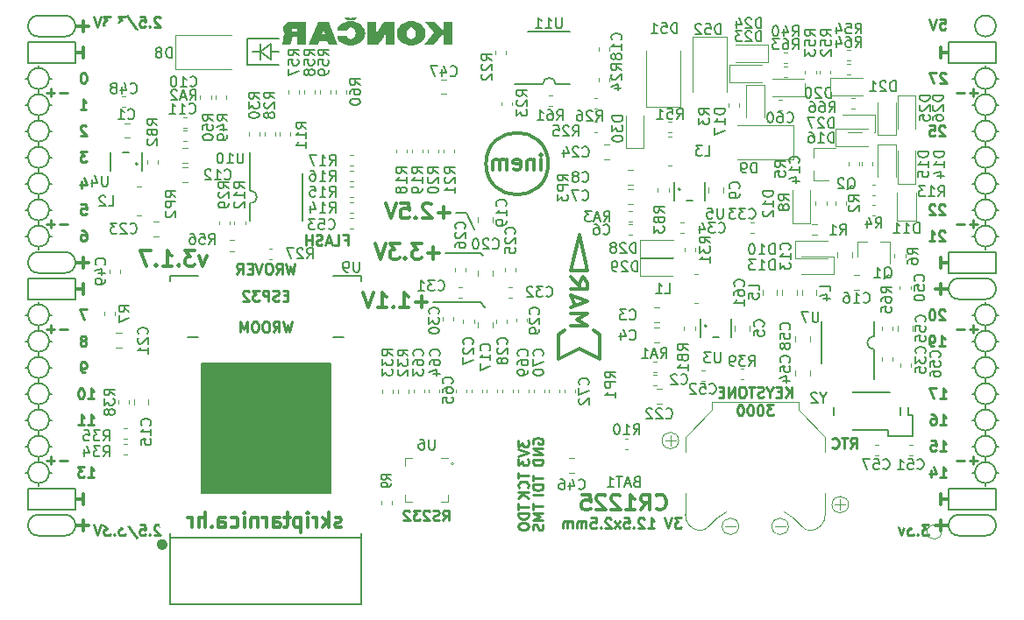
<source format=gbo>
G04 #@! TF.GenerationSoftware,KiCad,Pcbnew,5.1.9+dfsg1-1*
G04 #@! TF.CreationDate,2021-05-23T23:56:54+02:00*
G04 #@! TF.ProjectId,ulx3s,756c7833-732e-46b6-9963-61645f706362,v3.1.1*
G04 #@! TF.SameCoordinates,Original*
G04 #@! TF.FileFunction,Legend,Bot*
G04 #@! TF.FilePolarity,Positive*
%FSLAX46Y46*%
G04 Gerber Fmt 4.6, Leading zero omitted, Abs format (unit mm)*
G04 Created by KiCad (PCBNEW 5.1.9+dfsg1-1) date 2021-05-23 23:56:54*
%MOMM*%
%LPD*%
G01*
G04 APERTURE LIST*
%ADD10C,0.250000*%
%ADD11C,0.300000*%
%ADD12C,0.150000*%
%ADD13C,0.200000*%
%ADD14C,0.500000*%
%ADD15C,0.120000*%
%ADD16C,0.100000*%
%ADD17C,1.200000*%
%ADD18O,2.600000X1.000000*%
%ADD19O,1.000000X2.600000*%
%ADD20C,9.100000*%
%ADD21C,2.100000*%
%ADD22O,1.827200X2.132000*%
%ADD23C,1.800000*%
%ADD24O,0.700000X1.650000*%
%ADD25O,1.650000X0.700000*%
%ADD26O,0.700000X2.200000*%
%ADD27O,1.827200X1.827200*%
%ADD28C,5.600000*%
%ADD29C,0.400000*%
%ADD30O,1.800000X1.800000*%
G04 APERTURE END LIST*
D10*
X134425238Y-110502380D02*
X134758571Y-110026190D01*
X134996666Y-110502380D02*
X134996666Y-109502380D01*
X134615714Y-109502380D01*
X134520476Y-109550000D01*
X134472857Y-109597619D01*
X134425238Y-109692857D01*
X134425238Y-109835714D01*
X134472857Y-109930952D01*
X134520476Y-109978571D01*
X134615714Y-110026190D01*
X134996666Y-110026190D01*
X134044285Y-110454761D02*
X133901428Y-110502380D01*
X133663333Y-110502380D01*
X133568095Y-110454761D01*
X133520476Y-110407142D01*
X133472857Y-110311904D01*
X133472857Y-110216666D01*
X133520476Y-110121428D01*
X133568095Y-110073809D01*
X133663333Y-110026190D01*
X133853809Y-109978571D01*
X133949047Y-109930952D01*
X133996666Y-109883333D01*
X134044285Y-109788095D01*
X134044285Y-109692857D01*
X133996666Y-109597619D01*
X133949047Y-109550000D01*
X133853809Y-109502380D01*
X133615714Y-109502380D01*
X133472857Y-109550000D01*
X133091904Y-109597619D02*
X133044285Y-109550000D01*
X132949047Y-109502380D01*
X132710952Y-109502380D01*
X132615714Y-109550000D01*
X132568095Y-109597619D01*
X132520476Y-109692857D01*
X132520476Y-109788095D01*
X132568095Y-109930952D01*
X133139523Y-110502380D01*
X132520476Y-110502380D01*
X132187142Y-109502380D02*
X131568095Y-109502380D01*
X131901428Y-109883333D01*
X131758571Y-109883333D01*
X131663333Y-109930952D01*
X131615714Y-109978571D01*
X131568095Y-110073809D01*
X131568095Y-110311904D01*
X131615714Y-110407142D01*
X131663333Y-110454761D01*
X131758571Y-110502380D01*
X132044285Y-110502380D01*
X132139523Y-110454761D01*
X132187142Y-110407142D01*
X131187142Y-109597619D02*
X131139523Y-109550000D01*
X131044285Y-109502380D01*
X130806190Y-109502380D01*
X130710952Y-109550000D01*
X130663333Y-109597619D01*
X130615714Y-109692857D01*
X130615714Y-109788095D01*
X130663333Y-109930952D01*
X131234761Y-110502380D01*
X130615714Y-110502380D01*
X100013333Y-90052380D02*
X99346666Y-90052380D01*
X99775238Y-91052380D01*
X99775238Y-93080952D02*
X99870476Y-93033333D01*
X99918095Y-92985714D01*
X99965714Y-92890476D01*
X99965714Y-92842857D01*
X99918095Y-92747619D01*
X99870476Y-92700000D01*
X99775238Y-92652380D01*
X99584761Y-92652380D01*
X99489523Y-92700000D01*
X99441904Y-92747619D01*
X99394285Y-92842857D01*
X99394285Y-92890476D01*
X99441904Y-92985714D01*
X99489523Y-93033333D01*
X99584761Y-93080952D01*
X99775238Y-93080952D01*
X99870476Y-93128571D01*
X99918095Y-93176190D01*
X99965714Y-93271428D01*
X99965714Y-93461904D01*
X99918095Y-93557142D01*
X99870476Y-93604761D01*
X99775238Y-93652380D01*
X99584761Y-93652380D01*
X99489523Y-93604761D01*
X99441904Y-93557142D01*
X99394285Y-93461904D01*
X99394285Y-93271428D01*
X99441904Y-93176190D01*
X99489523Y-93128571D01*
X99584761Y-93080952D01*
D11*
X124563333Y-111107142D02*
X124430000Y-111178571D01*
X124163333Y-111178571D01*
X124030000Y-111107142D01*
X123963333Y-110964285D01*
X123963333Y-110892857D01*
X124030000Y-110750000D01*
X124163333Y-110678571D01*
X124363333Y-110678571D01*
X124496666Y-110607142D01*
X124563333Y-110464285D01*
X124563333Y-110392857D01*
X124496666Y-110250000D01*
X124363333Y-110178571D01*
X124163333Y-110178571D01*
X124030000Y-110250000D01*
X123363333Y-111178571D02*
X123363333Y-109678571D01*
X123230000Y-110607142D02*
X122830000Y-111178571D01*
X122830000Y-110178571D02*
X123363333Y-110750000D01*
X122230000Y-111178571D02*
X122230000Y-110178571D01*
X122230000Y-110464285D02*
X122163333Y-110321428D01*
X122096666Y-110250000D01*
X121963333Y-110178571D01*
X121830000Y-110178571D01*
X121363333Y-111178571D02*
X121363333Y-110178571D01*
X121363333Y-109678571D02*
X121430000Y-109750000D01*
X121363333Y-109821428D01*
X121296666Y-109750000D01*
X121363333Y-109678571D01*
X121363333Y-109821428D01*
X120696666Y-110178571D02*
X120696666Y-111678571D01*
X120696666Y-110250000D02*
X120563333Y-110178571D01*
X120296666Y-110178571D01*
X120163333Y-110250000D01*
X120096666Y-110321428D01*
X120030000Y-110464285D01*
X120030000Y-110892857D01*
X120096666Y-111035714D01*
X120163333Y-111107142D01*
X120296666Y-111178571D01*
X120563333Y-111178571D01*
X120696666Y-111107142D01*
X119630000Y-110178571D02*
X119096666Y-110178571D01*
X119430000Y-109678571D02*
X119430000Y-110964285D01*
X119363333Y-111107142D01*
X119230000Y-111178571D01*
X119096666Y-111178571D01*
X118030000Y-111178571D02*
X118030000Y-110392857D01*
X118096666Y-110250000D01*
X118230000Y-110178571D01*
X118496666Y-110178571D01*
X118630000Y-110250000D01*
X118030000Y-111107142D02*
X118163333Y-111178571D01*
X118496666Y-111178571D01*
X118630000Y-111107142D01*
X118696666Y-110964285D01*
X118696666Y-110821428D01*
X118630000Y-110678571D01*
X118496666Y-110607142D01*
X118163333Y-110607142D01*
X118030000Y-110535714D01*
X117363333Y-111178571D02*
X117363333Y-110178571D01*
X117363333Y-110464285D02*
X117296666Y-110321428D01*
X117230000Y-110250000D01*
X117096666Y-110178571D01*
X116963333Y-110178571D01*
X116496666Y-110178571D02*
X116496666Y-111178571D01*
X116496666Y-110321428D02*
X116430000Y-110250000D01*
X116296666Y-110178571D01*
X116096666Y-110178571D01*
X115963333Y-110250000D01*
X115896666Y-110392857D01*
X115896666Y-111178571D01*
X115230000Y-111178571D02*
X115230000Y-110178571D01*
X115230000Y-109678571D02*
X115296666Y-109750000D01*
X115230000Y-109821428D01*
X115163333Y-109750000D01*
X115230000Y-109678571D01*
X115230000Y-109821428D01*
X113963333Y-111107142D02*
X114096666Y-111178571D01*
X114363333Y-111178571D01*
X114496666Y-111107142D01*
X114563333Y-111035714D01*
X114630000Y-110892857D01*
X114630000Y-110464285D01*
X114563333Y-110321428D01*
X114496666Y-110250000D01*
X114363333Y-110178571D01*
X114096666Y-110178571D01*
X113963333Y-110250000D01*
X112763333Y-111178571D02*
X112763333Y-110392857D01*
X112830000Y-110250000D01*
X112963333Y-110178571D01*
X113230000Y-110178571D01*
X113363333Y-110250000D01*
X112763333Y-111107142D02*
X112896666Y-111178571D01*
X113230000Y-111178571D01*
X113363333Y-111107142D01*
X113430000Y-110964285D01*
X113430000Y-110821428D01*
X113363333Y-110678571D01*
X113230000Y-110607142D01*
X112896666Y-110607142D01*
X112763333Y-110535714D01*
X112096666Y-111035714D02*
X112030000Y-111107142D01*
X112096666Y-111178571D01*
X112163333Y-111107142D01*
X112096666Y-111035714D01*
X112096666Y-111178571D01*
X111430000Y-111178571D02*
X111430000Y-109678571D01*
X110830000Y-111178571D02*
X110830000Y-110392857D01*
X110896666Y-110250000D01*
X111030000Y-110178571D01*
X111230000Y-110178571D01*
X111363333Y-110250000D01*
X111430000Y-110321428D01*
X110163333Y-111178571D02*
X110163333Y-110178571D01*
X110163333Y-110464285D02*
X110096666Y-110321428D01*
X110030000Y-110250000D01*
X109896666Y-110178571D01*
X109763333Y-110178571D01*
D12*
G36*
X123580000Y-107850000D02*
G01*
X111080000Y-107850000D01*
X111080000Y-95350000D01*
X123580000Y-95350000D01*
X123580000Y-107850000D01*
G37*
X123580000Y-107850000D02*
X111080000Y-107850000D01*
X111080000Y-95350000D01*
X123580000Y-95350000D01*
X123580000Y-107850000D01*
D13*
X185540000Y-72850000D02*
X185794000Y-72850000D01*
X136660000Y-80742000D02*
X135644000Y-80742000D01*
X137422000Y-82393000D02*
X136660000Y-80742000D01*
X138057000Y-84679000D02*
X134628000Y-84679000D01*
X138311000Y-84933000D02*
X138057000Y-84679000D01*
X138057000Y-89378000D02*
X138438000Y-89886000D01*
X133470000Y-89378000D02*
X138057000Y-89378000D01*
D10*
X99893476Y-96180380D02*
X99703000Y-96180380D01*
X99607761Y-96132761D01*
X99560142Y-96085142D01*
X99464904Y-95942285D01*
X99417285Y-95751809D01*
X99417285Y-95370857D01*
X99464904Y-95275619D01*
X99512523Y-95228000D01*
X99607761Y-95180380D01*
X99798238Y-95180380D01*
X99893476Y-95228000D01*
X99941095Y-95275619D01*
X99988714Y-95370857D01*
X99988714Y-95608952D01*
X99941095Y-95704190D01*
X99893476Y-95751809D01*
X99798238Y-95799428D01*
X99607761Y-95799428D01*
X99512523Y-95751809D01*
X99464904Y-95704190D01*
X99417285Y-95608952D01*
X100147476Y-101260380D02*
X100718904Y-101260380D01*
X100433190Y-101260380D02*
X100433190Y-100260380D01*
X100528428Y-100403238D01*
X100623666Y-100498476D01*
X100718904Y-100546095D01*
X99195095Y-101260380D02*
X99766523Y-101260380D01*
X99480809Y-101260380D02*
X99480809Y-100260380D01*
X99576047Y-100403238D01*
X99671285Y-100498476D01*
X99766523Y-100546095D01*
D13*
X115537000Y-63904000D02*
X118585000Y-63904000D01*
X115537000Y-66444000D02*
X115537000Y-63904000D01*
X118585000Y-66444000D02*
X115537000Y-66444000D01*
X117823000Y-65174000D02*
X118585000Y-65174000D01*
X116807000Y-65174000D02*
X116045000Y-65174000D01*
X116807000Y-64412000D02*
X116807000Y-65936000D01*
X117823000Y-64412000D02*
X117823000Y-65936000D01*
X116807000Y-65174000D02*
X117823000Y-64412000D01*
X117823000Y-65936000D02*
X116807000Y-65174000D01*
D10*
X182887904Y-72415619D02*
X182840285Y-72368000D01*
X182745047Y-72320380D01*
X182506952Y-72320380D01*
X182411714Y-72368000D01*
X182364095Y-72415619D01*
X182316476Y-72510857D01*
X182316476Y-72606095D01*
X182364095Y-72748952D01*
X182935523Y-73320380D01*
X182316476Y-73320380D01*
X181411714Y-72320380D02*
X181887904Y-72320380D01*
X181935523Y-72796571D01*
X181887904Y-72748952D01*
X181792666Y-72701333D01*
X181554571Y-72701333D01*
X181459333Y-72748952D01*
X181411714Y-72796571D01*
X181364095Y-72891809D01*
X181364095Y-73129904D01*
X181411714Y-73225142D01*
X181459333Y-73272761D01*
X181554571Y-73320380D01*
X181792666Y-73320380D01*
X181887904Y-73272761D01*
X181935523Y-73225142D01*
X182887904Y-80035619D02*
X182840285Y-79988000D01*
X182745047Y-79940380D01*
X182506952Y-79940380D01*
X182411714Y-79988000D01*
X182364095Y-80035619D01*
X182316476Y-80130857D01*
X182316476Y-80226095D01*
X182364095Y-80368952D01*
X182935523Y-80940380D01*
X182316476Y-80940380D01*
X181935523Y-80035619D02*
X181887904Y-79988000D01*
X181792666Y-79940380D01*
X181554571Y-79940380D01*
X181459333Y-79988000D01*
X181411714Y-80035619D01*
X181364095Y-80130857D01*
X181364095Y-80226095D01*
X181411714Y-80368952D01*
X181983142Y-80940380D01*
X181364095Y-80940380D01*
X182887904Y-82575619D02*
X182840285Y-82528000D01*
X182745047Y-82480380D01*
X182506952Y-82480380D01*
X182411714Y-82528000D01*
X182364095Y-82575619D01*
X182316476Y-82670857D01*
X182316476Y-82766095D01*
X182364095Y-82908952D01*
X182935523Y-83480380D01*
X182316476Y-83480380D01*
X181364095Y-83480380D02*
X181935523Y-83480380D01*
X181649809Y-83480380D02*
X181649809Y-82480380D01*
X181745047Y-82623238D01*
X181840285Y-82718476D01*
X181935523Y-82766095D01*
X182887904Y-90195619D02*
X182840285Y-90148000D01*
X182745047Y-90100380D01*
X182506952Y-90100380D01*
X182411714Y-90148000D01*
X182364095Y-90195619D01*
X182316476Y-90290857D01*
X182316476Y-90386095D01*
X182364095Y-90528952D01*
X182935523Y-91100380D01*
X182316476Y-91100380D01*
X181697428Y-90100380D02*
X181602190Y-90100380D01*
X181506952Y-90148000D01*
X181459333Y-90195619D01*
X181411714Y-90290857D01*
X181364095Y-90481333D01*
X181364095Y-90719428D01*
X181411714Y-90909904D01*
X181459333Y-91005142D01*
X181506952Y-91052761D01*
X181602190Y-91100380D01*
X181697428Y-91100380D01*
X181792666Y-91052761D01*
X181840285Y-91005142D01*
X181887904Y-90909904D01*
X181935523Y-90719428D01*
X181935523Y-90481333D01*
X181887904Y-90290857D01*
X181840285Y-90195619D01*
X181792666Y-90148000D01*
X181697428Y-90100380D01*
X182316476Y-93640380D02*
X182887904Y-93640380D01*
X182602190Y-93640380D02*
X182602190Y-92640380D01*
X182697428Y-92783238D01*
X182792666Y-92878476D01*
X182887904Y-92926095D01*
X181840285Y-93640380D02*
X181649809Y-93640380D01*
X181554571Y-93592761D01*
X181506952Y-93545142D01*
X181411714Y-93402285D01*
X181364095Y-93211809D01*
X181364095Y-92830857D01*
X181411714Y-92735619D01*
X181459333Y-92688000D01*
X181554571Y-92640380D01*
X181745047Y-92640380D01*
X181840285Y-92688000D01*
X181887904Y-92735619D01*
X181935523Y-92830857D01*
X181935523Y-93068952D01*
X181887904Y-93164190D01*
X181840285Y-93211809D01*
X181745047Y-93259428D01*
X181554571Y-93259428D01*
X181459333Y-93211809D01*
X181411714Y-93164190D01*
X181364095Y-93068952D01*
X124890476Y-83348571D02*
X125223809Y-83348571D01*
X125223809Y-83872380D02*
X125223809Y-82872380D01*
X124747619Y-82872380D01*
X123890476Y-83872380D02*
X124366666Y-83872380D01*
X124366666Y-82872380D01*
X123604761Y-83586666D02*
X123128571Y-83586666D01*
X123700000Y-83872380D02*
X123366666Y-82872380D01*
X123033333Y-83872380D01*
X122747619Y-83824761D02*
X122604761Y-83872380D01*
X122366666Y-83872380D01*
X122271428Y-83824761D01*
X122223809Y-83777142D01*
X122176190Y-83681904D01*
X122176190Y-83586666D01*
X122223809Y-83491428D01*
X122271428Y-83443809D01*
X122366666Y-83396190D01*
X122557142Y-83348571D01*
X122652380Y-83300952D01*
X122700000Y-83253333D01*
X122747619Y-83158095D01*
X122747619Y-83062857D01*
X122700000Y-82967619D01*
X122652380Y-82920000D01*
X122557142Y-82872380D01*
X122319047Y-82872380D01*
X122176190Y-82920000D01*
X121747619Y-83872380D02*
X121747619Y-82872380D01*
X121747619Y-83348571D02*
X121176190Y-83348571D01*
X121176190Y-83872380D02*
X121176190Y-82872380D01*
X157418095Y-110252380D02*
X156799047Y-110252380D01*
X157132380Y-110633333D01*
X156989523Y-110633333D01*
X156894285Y-110680952D01*
X156846666Y-110728571D01*
X156799047Y-110823809D01*
X156799047Y-111061904D01*
X156846666Y-111157142D01*
X156894285Y-111204761D01*
X156989523Y-111252380D01*
X157275238Y-111252380D01*
X157370476Y-111204761D01*
X157418095Y-111157142D01*
X156513333Y-110252380D02*
X156180000Y-111252380D01*
X155846666Y-110252380D01*
X154227619Y-111252380D02*
X154799047Y-111252380D01*
X154513333Y-111252380D02*
X154513333Y-110252380D01*
X154608571Y-110395238D01*
X154703809Y-110490476D01*
X154799047Y-110538095D01*
X153846666Y-110347619D02*
X153799047Y-110300000D01*
X153703809Y-110252380D01*
X153465714Y-110252380D01*
X153370476Y-110300000D01*
X153322857Y-110347619D01*
X153275238Y-110442857D01*
X153275238Y-110538095D01*
X153322857Y-110680952D01*
X153894285Y-111252380D01*
X153275238Y-111252380D01*
X152846666Y-111157142D02*
X152799047Y-111204761D01*
X152846666Y-111252380D01*
X152894285Y-111204761D01*
X152846666Y-111157142D01*
X152846666Y-111252380D01*
X151894285Y-110252380D02*
X152370476Y-110252380D01*
X152418095Y-110728571D01*
X152370476Y-110680952D01*
X152275238Y-110633333D01*
X152037142Y-110633333D01*
X151941904Y-110680952D01*
X151894285Y-110728571D01*
X151846666Y-110823809D01*
X151846666Y-111061904D01*
X151894285Y-111157142D01*
X151941904Y-111204761D01*
X152037142Y-111252380D01*
X152275238Y-111252380D01*
X152370476Y-111204761D01*
X152418095Y-111157142D01*
X151513333Y-111252380D02*
X150989523Y-110585714D01*
X151513333Y-110585714D02*
X150989523Y-111252380D01*
X150656190Y-110347619D02*
X150608571Y-110300000D01*
X150513333Y-110252380D01*
X150275238Y-110252380D01*
X150180000Y-110300000D01*
X150132380Y-110347619D01*
X150084761Y-110442857D01*
X150084761Y-110538095D01*
X150132380Y-110680952D01*
X150703809Y-111252380D01*
X150084761Y-111252380D01*
X149656190Y-111157142D02*
X149608571Y-111204761D01*
X149656190Y-111252380D01*
X149703809Y-111204761D01*
X149656190Y-111157142D01*
X149656190Y-111252380D01*
X148703809Y-110252380D02*
X149180000Y-110252380D01*
X149227619Y-110728571D01*
X149180000Y-110680952D01*
X149084761Y-110633333D01*
X148846666Y-110633333D01*
X148751428Y-110680952D01*
X148703809Y-110728571D01*
X148656190Y-110823809D01*
X148656190Y-111061904D01*
X148703809Y-111157142D01*
X148751428Y-111204761D01*
X148846666Y-111252380D01*
X149084761Y-111252380D01*
X149180000Y-111204761D01*
X149227619Y-111157142D01*
X148227619Y-111252380D02*
X148227619Y-110585714D01*
X148227619Y-110680952D02*
X148180000Y-110633333D01*
X148084761Y-110585714D01*
X147941904Y-110585714D01*
X147846666Y-110633333D01*
X147799047Y-110728571D01*
X147799047Y-111252380D01*
X147799047Y-110728571D02*
X147751428Y-110633333D01*
X147656190Y-110585714D01*
X147513333Y-110585714D01*
X147418095Y-110633333D01*
X147370476Y-110728571D01*
X147370476Y-111252380D01*
X146894285Y-111252380D02*
X146894285Y-110585714D01*
X146894285Y-110680952D02*
X146846666Y-110633333D01*
X146751428Y-110585714D01*
X146608571Y-110585714D01*
X146513333Y-110633333D01*
X146465714Y-110728571D01*
X146465714Y-111252380D01*
X146465714Y-110728571D02*
X146418095Y-110633333D01*
X146322857Y-110585714D01*
X146180000Y-110585714D01*
X146084761Y-110633333D01*
X146037142Y-110728571D01*
X146037142Y-111252380D01*
D11*
X111594285Y-84928571D02*
X111237142Y-85928571D01*
X110880000Y-84928571D01*
X110451428Y-84428571D02*
X109522857Y-84428571D01*
X110022857Y-85000000D01*
X109808571Y-85000000D01*
X109665714Y-85071428D01*
X109594285Y-85142857D01*
X109522857Y-85285714D01*
X109522857Y-85642857D01*
X109594285Y-85785714D01*
X109665714Y-85857142D01*
X109808571Y-85928571D01*
X110237142Y-85928571D01*
X110380000Y-85857142D01*
X110451428Y-85785714D01*
X108880000Y-85785714D02*
X108808571Y-85857142D01*
X108880000Y-85928571D01*
X108951428Y-85857142D01*
X108880000Y-85785714D01*
X108880000Y-85928571D01*
X107380000Y-85928571D02*
X108237142Y-85928571D01*
X107808571Y-85928571D02*
X107808571Y-84428571D01*
X107951428Y-84642857D01*
X108094285Y-84785714D01*
X108237142Y-84857142D01*
X106737142Y-85785714D02*
X106665714Y-85857142D01*
X106737142Y-85928571D01*
X106808571Y-85857142D01*
X106737142Y-85785714D01*
X106737142Y-85928571D01*
X106165714Y-84428571D02*
X105165714Y-84428571D01*
X105808571Y-85928571D01*
D10*
X168085000Y-98577380D02*
X168085000Y-97577380D01*
X167513571Y-98577380D02*
X167942142Y-98005952D01*
X167513571Y-97577380D02*
X168085000Y-98148809D01*
X167085000Y-98053571D02*
X166751666Y-98053571D01*
X166608809Y-98577380D02*
X167085000Y-98577380D01*
X167085000Y-97577380D01*
X166608809Y-97577380D01*
X165989761Y-98101190D02*
X165989761Y-98577380D01*
X166323095Y-97577380D02*
X165989761Y-98101190D01*
X165656428Y-97577380D01*
X165370714Y-98529761D02*
X165227857Y-98577380D01*
X164989761Y-98577380D01*
X164894523Y-98529761D01*
X164846904Y-98482142D01*
X164799285Y-98386904D01*
X164799285Y-98291666D01*
X164846904Y-98196428D01*
X164894523Y-98148809D01*
X164989761Y-98101190D01*
X165180238Y-98053571D01*
X165275476Y-98005952D01*
X165323095Y-97958333D01*
X165370714Y-97863095D01*
X165370714Y-97767857D01*
X165323095Y-97672619D01*
X165275476Y-97625000D01*
X165180238Y-97577380D01*
X164942142Y-97577380D01*
X164799285Y-97625000D01*
X164513571Y-97577380D02*
X163942142Y-97577380D01*
X164227857Y-98577380D02*
X164227857Y-97577380D01*
X163418333Y-97577380D02*
X163227857Y-97577380D01*
X163132619Y-97625000D01*
X163037380Y-97720238D01*
X162989761Y-97910714D01*
X162989761Y-98244047D01*
X163037380Y-98434523D01*
X163132619Y-98529761D01*
X163227857Y-98577380D01*
X163418333Y-98577380D01*
X163513571Y-98529761D01*
X163608809Y-98434523D01*
X163656428Y-98244047D01*
X163656428Y-97910714D01*
X163608809Y-97720238D01*
X163513571Y-97625000D01*
X163418333Y-97577380D01*
X162561190Y-98577380D02*
X162561190Y-97577380D01*
X161989761Y-98577380D01*
X161989761Y-97577380D01*
X161513571Y-98053571D02*
X161180238Y-98053571D01*
X161037380Y-98577380D02*
X161513571Y-98577380D01*
X161513571Y-97577380D01*
X161037380Y-97577380D01*
X166346904Y-99327380D02*
X165727857Y-99327380D01*
X166061190Y-99708333D01*
X165918333Y-99708333D01*
X165823095Y-99755952D01*
X165775476Y-99803571D01*
X165727857Y-99898809D01*
X165727857Y-100136904D01*
X165775476Y-100232142D01*
X165823095Y-100279761D01*
X165918333Y-100327380D01*
X166204047Y-100327380D01*
X166299285Y-100279761D01*
X166346904Y-100232142D01*
X165108809Y-99327380D02*
X165013571Y-99327380D01*
X164918333Y-99375000D01*
X164870714Y-99422619D01*
X164823095Y-99517857D01*
X164775476Y-99708333D01*
X164775476Y-99946428D01*
X164823095Y-100136904D01*
X164870714Y-100232142D01*
X164918333Y-100279761D01*
X165013571Y-100327380D01*
X165108809Y-100327380D01*
X165204047Y-100279761D01*
X165251666Y-100232142D01*
X165299285Y-100136904D01*
X165346904Y-99946428D01*
X165346904Y-99708333D01*
X165299285Y-99517857D01*
X165251666Y-99422619D01*
X165204047Y-99375000D01*
X165108809Y-99327380D01*
X164156428Y-99327380D02*
X164061190Y-99327380D01*
X163965952Y-99375000D01*
X163918333Y-99422619D01*
X163870714Y-99517857D01*
X163823095Y-99708333D01*
X163823095Y-99946428D01*
X163870714Y-100136904D01*
X163918333Y-100232142D01*
X163965952Y-100279761D01*
X164061190Y-100327380D01*
X164156428Y-100327380D01*
X164251666Y-100279761D01*
X164299285Y-100232142D01*
X164346904Y-100136904D01*
X164394523Y-99946428D01*
X164394523Y-99708333D01*
X164346904Y-99517857D01*
X164299285Y-99422619D01*
X164251666Y-99375000D01*
X164156428Y-99327380D01*
X163204047Y-99327380D02*
X163108809Y-99327380D01*
X163013571Y-99375000D01*
X162965952Y-99422619D01*
X162918333Y-99517857D01*
X162870714Y-99708333D01*
X162870714Y-99946428D01*
X162918333Y-100136904D01*
X162965952Y-100232142D01*
X163013571Y-100279761D01*
X163108809Y-100327380D01*
X163204047Y-100327380D01*
X163299285Y-100279761D01*
X163346904Y-100232142D01*
X163394523Y-100136904D01*
X163442142Y-99946428D01*
X163442142Y-99708333D01*
X163394523Y-99517857D01*
X163346904Y-99422619D01*
X163299285Y-99375000D01*
X163204047Y-99327380D01*
D11*
X182492000Y-87582000D02*
X182492000Y-88598000D01*
X183254000Y-88090000D02*
X181984000Y-88090000D01*
X182492000Y-110442000D02*
X182492000Y-111458000D01*
X183254000Y-110950000D02*
X181984000Y-110950000D01*
X99688000Y-62182000D02*
X99688000Y-63198000D01*
X98926000Y-62690000D02*
X100196000Y-62690000D01*
X99688000Y-110442000D02*
X99688000Y-111458000D01*
X98926000Y-110950000D02*
X100196000Y-110950000D01*
X99688000Y-85042000D02*
X99688000Y-86058000D01*
X98926000Y-85550000D02*
X100196000Y-85550000D01*
D13*
X187826000Y-62690000D02*
G75*
G03*
X187826000Y-62690000I-1016000J0D01*
G01*
X184270000Y-87074000D02*
X186810000Y-87074000D01*
X184270000Y-89106000D02*
X186810000Y-89106000D01*
X184270000Y-87074000D02*
G75*
G03*
X184270000Y-89106000I0J-1016000D01*
G01*
X186810000Y-89106000D02*
G75*
G03*
X186810000Y-87074000I0J1016000D01*
G01*
X184270000Y-111966000D02*
X186810000Y-111966000D01*
X184270000Y-109934000D02*
X186810000Y-109934000D01*
X184270000Y-109934000D02*
G75*
G03*
X184270000Y-111966000I0J-1016000D01*
G01*
X186810000Y-111966000D02*
G75*
G03*
X186810000Y-109934000I0J1016000D01*
G01*
X97910000Y-63706000D02*
G75*
G03*
X97910000Y-61674000I0J1016000D01*
G01*
X95370000Y-61674000D02*
X97910000Y-61674000D01*
X95370000Y-63706000D02*
X97910000Y-63706000D01*
X95370000Y-61674000D02*
G75*
G03*
X95370000Y-63706000I0J-1016000D01*
G01*
X95370000Y-86566000D02*
X97910000Y-86566000D01*
X95370000Y-84534000D02*
X97910000Y-84534000D01*
X95370000Y-84534000D02*
G75*
G03*
X95370000Y-86566000I0J-1016000D01*
G01*
X97910000Y-86566000D02*
G75*
G03*
X97910000Y-84534000I0J1016000D01*
G01*
X95370000Y-111966000D02*
X97910000Y-111966000D01*
X95370000Y-109934000D02*
X97910000Y-109934000D01*
X95370000Y-109934000D02*
G75*
G03*
X95370000Y-111966000I0J-1016000D01*
G01*
X97910000Y-111966000D02*
G75*
G03*
X97910000Y-109934000I0J1016000D01*
G01*
X98926000Y-107394000D02*
X94354000Y-107394000D01*
X98926000Y-109426000D02*
X98926000Y-107394000D01*
X94354000Y-109426000D02*
X98926000Y-109426000D01*
X94354000Y-107394000D02*
X94354000Y-109426000D01*
X187826000Y-107394000D02*
X183254000Y-107394000D01*
X187826000Y-109426000D02*
X187826000Y-107394000D01*
X183254000Y-109426000D02*
X187826000Y-109426000D01*
X183254000Y-107394000D02*
X183254000Y-109426000D01*
X187826000Y-84534000D02*
X183254000Y-84534000D01*
X187826000Y-86566000D02*
X187826000Y-84534000D01*
X183254000Y-86566000D02*
X187826000Y-86566000D01*
X183254000Y-84534000D02*
X183254000Y-86566000D01*
X187826000Y-64214000D02*
X183254000Y-64214000D01*
X187826000Y-66246000D02*
X187826000Y-64214000D01*
X183254000Y-66246000D02*
X187826000Y-66246000D01*
X183254000Y-64214000D02*
X183254000Y-66246000D01*
X98926000Y-64214000D02*
X94354000Y-64214000D01*
X98926000Y-66246000D02*
X98926000Y-64214000D01*
X94354000Y-66246000D02*
X98926000Y-66246000D01*
X94354000Y-64214000D02*
X94354000Y-66246000D01*
X98926000Y-87074000D02*
X94354000Y-87074000D01*
X98926000Y-89106000D02*
X98926000Y-87074000D01*
X94354000Y-89106000D02*
X98926000Y-89106000D01*
X94354000Y-87074000D02*
X94354000Y-89106000D01*
D10*
X186032000Y-91971428D02*
X185270095Y-91971428D01*
X185651047Y-92352380D02*
X185651047Y-91590476D01*
X184793904Y-91971428D02*
X184032000Y-91971428D01*
X186032000Y-69111428D02*
X185270095Y-69111428D01*
X185651047Y-69492380D02*
X185651047Y-68730476D01*
X184793904Y-69111428D02*
X184032000Y-69111428D01*
X186032000Y-81811428D02*
X185270095Y-81811428D01*
X185651047Y-82192380D02*
X185651047Y-81430476D01*
X184793904Y-81811428D02*
X184032000Y-81811428D01*
X186032000Y-104671428D02*
X185270095Y-104671428D01*
X185651047Y-105052380D02*
X185651047Y-104290476D01*
X184793904Y-104671428D02*
X184032000Y-104671428D01*
X98148000Y-104671428D02*
X97386095Y-104671428D01*
X96909904Y-104671428D02*
X96148000Y-104671428D01*
X96528952Y-105052380D02*
X96528952Y-104290476D01*
X98148000Y-91971428D02*
X97386095Y-91971428D01*
X96909904Y-91971428D02*
X96148000Y-91971428D01*
X96528952Y-92352380D02*
X96528952Y-91590476D01*
X98148000Y-81811428D02*
X97386095Y-81811428D01*
X96909904Y-81811428D02*
X96148000Y-81811428D01*
X96528952Y-82192380D02*
X96528952Y-81430476D01*
X98148000Y-69111428D02*
X97386095Y-69111428D01*
X96909904Y-69111428D02*
X96148000Y-69111428D01*
X96528952Y-69492380D02*
X96528952Y-68730476D01*
D11*
X182492000Y-107902000D02*
X182492000Y-108918000D01*
X183254000Y-108410000D02*
X182492000Y-108410000D01*
D13*
X95370000Y-96726000D02*
X95370000Y-97234000D01*
X96386000Y-95710000D02*
X96640000Y-95710000D01*
X94354000Y-95710000D02*
X94100000Y-95710000D01*
X187826000Y-98250000D02*
X188080000Y-98250000D01*
X187826000Y-83010000D02*
X188080000Y-83010000D01*
X95370000Y-107140000D02*
X95370000Y-106886000D01*
X96386000Y-105870000D02*
X96640000Y-105870000D01*
X94354000Y-105870000D02*
X94100000Y-105870000D01*
X94354000Y-103330000D02*
X94100000Y-103330000D01*
X95370000Y-104346000D02*
X95370000Y-104854000D01*
X96386000Y-103330000D02*
X96640000Y-103330000D01*
X94354000Y-100790000D02*
X94100000Y-100790000D01*
X95370000Y-102314000D02*
X95370000Y-101806000D01*
X96386000Y-100790000D02*
X96640000Y-100790000D01*
X95370000Y-99266000D02*
X95370000Y-99774000D01*
X94354000Y-98250000D02*
X94100000Y-98250000D01*
X96386000Y-98250000D02*
X96640000Y-98250000D01*
X95370000Y-94186000D02*
X95370000Y-94694000D01*
X96386000Y-93170000D02*
X96640000Y-93170000D01*
X94354000Y-93170000D02*
X94100000Y-93170000D01*
X94354000Y-90630000D02*
X94100000Y-90630000D01*
X95370000Y-91646000D02*
X95370000Y-92154000D01*
X96640000Y-90630000D02*
X96386000Y-90630000D01*
X95370000Y-89360000D02*
X95370000Y-89614000D01*
X94354000Y-83010000D02*
X94100000Y-83010000D01*
X95370000Y-84280000D02*
X95370000Y-84026000D01*
X96386000Y-83010000D02*
X96640000Y-83010000D01*
X95370000Y-81486000D02*
X95370000Y-81994000D01*
X94354000Y-80470000D02*
X94100000Y-80470000D01*
X96640000Y-80470000D02*
X96386000Y-80470000D01*
X95370000Y-78946000D02*
X95370000Y-79454000D01*
X96386000Y-77930000D02*
X96640000Y-77930000D01*
X94354000Y-77930000D02*
X94100000Y-77930000D01*
X95370000Y-76406000D02*
X95370000Y-76914000D01*
X94354000Y-75390000D02*
X94100000Y-75390000D01*
X96386000Y-75390000D02*
X96640000Y-75390000D01*
X95370000Y-73866000D02*
X95370000Y-74374000D01*
X96386000Y-72850000D02*
X96640000Y-72850000D01*
X94100000Y-72850000D02*
X94354000Y-72850000D01*
X94354000Y-70310000D02*
X94100000Y-70310000D01*
X96640000Y-70310000D02*
X96386000Y-70310000D01*
X95370000Y-71326000D02*
X95370000Y-71834000D01*
X95370000Y-68786000D02*
X95370000Y-69294000D01*
X96386000Y-67770000D02*
X96640000Y-67770000D01*
X94354000Y-67770000D02*
X94100000Y-67770000D01*
X95370000Y-66500000D02*
X95370000Y-66754000D01*
X187826000Y-105870000D02*
X188080000Y-105870000D01*
X186810000Y-107140000D02*
X186810000Y-106886000D01*
X185540000Y-105870000D02*
X185794000Y-105870000D01*
X186810000Y-104346000D02*
X186810000Y-104854000D01*
X187826000Y-103330000D02*
X188080000Y-103330000D01*
X185540000Y-103330000D02*
X185794000Y-103330000D01*
X186810000Y-101806000D02*
X186810000Y-102314000D01*
X187826000Y-100790000D02*
X188080000Y-100790000D01*
X185540000Y-100790000D02*
X185794000Y-100790000D01*
X186810000Y-99266000D02*
X186810000Y-99774000D01*
X185540000Y-98250000D02*
X185794000Y-98250000D01*
X186810000Y-97234000D02*
X186810000Y-96726000D01*
X187826000Y-95710000D02*
X188080000Y-95710000D01*
X185540000Y-95710000D02*
X185794000Y-95710000D01*
X186810000Y-94694000D02*
X186810000Y-94186000D01*
X187826000Y-93170000D02*
X188080000Y-93170000D01*
X185540000Y-93170000D02*
X185794000Y-93170000D01*
X186810000Y-92154000D02*
X186810000Y-91646000D01*
X187826000Y-90630000D02*
X188080000Y-90630000D01*
X185540000Y-90630000D02*
X185794000Y-90630000D01*
X186810000Y-89360000D02*
X186810000Y-89614000D01*
X186810000Y-84280000D02*
X186810000Y-84026000D01*
X185540000Y-83010000D02*
X185794000Y-83010000D01*
X186810000Y-81994000D02*
X186810000Y-81486000D01*
X185794000Y-80470000D02*
X185540000Y-80470000D01*
X187826000Y-80470000D02*
X188080000Y-80470000D01*
X186810000Y-78946000D02*
X186810000Y-79454000D01*
X185794000Y-77930000D02*
X185540000Y-77930000D01*
X187826000Y-77930000D02*
X188080000Y-77930000D01*
X186810000Y-76406000D02*
X186810000Y-76914000D01*
X186810000Y-73866000D02*
X186810000Y-74374000D01*
X185794000Y-75390000D02*
X185540000Y-75390000D01*
X187826000Y-75390000D02*
X188080000Y-75390000D01*
X187826000Y-72850000D02*
X188080000Y-72850000D01*
X186810000Y-71834000D02*
X186810000Y-71326000D01*
X187826000Y-70310000D02*
X188080000Y-70310000D01*
X185540000Y-70310000D02*
X185794000Y-70310000D01*
X187826000Y-67770000D02*
X188080000Y-67770000D01*
X186810000Y-68786000D02*
X186810000Y-69294000D01*
X185540000Y-67770000D02*
X185794000Y-67770000D01*
X186810000Y-66500000D02*
X186810000Y-66754000D01*
X187826000Y-67770000D02*
G75*
G03*
X187826000Y-67770000I-1016000J0D01*
G01*
X187826000Y-70310000D02*
G75*
G03*
X187826000Y-70310000I-1016000J0D01*
G01*
X187826000Y-72850000D02*
G75*
G03*
X187826000Y-72850000I-1016000J0D01*
G01*
X187826000Y-75390000D02*
G75*
G03*
X187826000Y-75390000I-1016000J0D01*
G01*
X187826000Y-77930000D02*
G75*
G03*
X187826000Y-77930000I-1016000J0D01*
G01*
X187826000Y-80470000D02*
G75*
G03*
X187826000Y-80470000I-1016000J0D01*
G01*
X187826000Y-83010000D02*
G75*
G03*
X187826000Y-83010000I-1016000J0D01*
G01*
X187826000Y-90630000D02*
G75*
G03*
X187826000Y-90630000I-1016000J0D01*
G01*
X187826000Y-93170000D02*
G75*
G03*
X187826000Y-93170000I-1016000J0D01*
G01*
X187826000Y-95710000D02*
G75*
G03*
X187826000Y-95710000I-1016000J0D01*
G01*
X187826000Y-98250000D02*
G75*
G03*
X187826000Y-98250000I-1016000J0D01*
G01*
X187826000Y-100790000D02*
G75*
G03*
X187826000Y-100790000I-1016000J0D01*
G01*
X187826000Y-103330000D02*
G75*
G03*
X187826000Y-103330000I-1016000J0D01*
G01*
X187826000Y-105870000D02*
G75*
G03*
X187826000Y-105870000I-1016000J0D01*
G01*
X96386000Y-105870000D02*
G75*
G03*
X96386000Y-105870000I-1016000J0D01*
G01*
X96386000Y-103330000D02*
G75*
G03*
X96386000Y-103330000I-1016000J0D01*
G01*
X96386000Y-100790000D02*
G75*
G03*
X96386000Y-100790000I-1016000J0D01*
G01*
X96386000Y-98250000D02*
G75*
G03*
X96386000Y-98250000I-1016000J0D01*
G01*
X96386000Y-95710000D02*
G75*
G03*
X96386000Y-95710000I-1016000J0D01*
G01*
X96386000Y-93170000D02*
G75*
G03*
X96386000Y-93170000I-1016000J0D01*
G01*
X96386000Y-90630000D02*
G75*
G03*
X96386000Y-90630000I-1016000J0D01*
G01*
X96386000Y-83010000D02*
G75*
G03*
X96386000Y-83010000I-1016000J0D01*
G01*
X96386000Y-80470000D02*
G75*
G03*
X96386000Y-80470000I-1016000J0D01*
G01*
X96386000Y-77930000D02*
G75*
G03*
X96386000Y-77930000I-1016000J0D01*
G01*
X96386000Y-75390000D02*
G75*
G03*
X96386000Y-75390000I-1016000J0D01*
G01*
X96386000Y-72850000D02*
G75*
G03*
X96386000Y-72850000I-1016000J0D01*
G01*
X96386000Y-70310000D02*
G75*
G03*
X96386000Y-70310000I-1016000J0D01*
G01*
X96386000Y-67770000D02*
G75*
G03*
X96386000Y-67770000I-1016000J0D01*
G01*
D10*
X182428476Y-62015380D02*
X182904666Y-62015380D01*
X182952285Y-62491571D01*
X182904666Y-62443952D01*
X182809428Y-62396333D01*
X182571333Y-62396333D01*
X182476095Y-62443952D01*
X182428476Y-62491571D01*
X182380857Y-62586809D01*
X182380857Y-62824904D01*
X182428476Y-62920142D01*
X182476095Y-62967761D01*
X182571333Y-63015380D01*
X182809428Y-63015380D01*
X182904666Y-62967761D01*
X182952285Y-62920142D01*
X182095142Y-62015380D02*
X181761809Y-63015380D01*
X181428476Y-62015380D01*
D11*
X182492000Y-64722000D02*
X182492000Y-65738000D01*
X183254000Y-65230000D02*
X182492000Y-65230000D01*
D10*
X182999904Y-67317619D02*
X182952285Y-67270000D01*
X182857047Y-67222380D01*
X182618952Y-67222380D01*
X182523714Y-67270000D01*
X182476095Y-67317619D01*
X182428476Y-67412857D01*
X182428476Y-67508095D01*
X182476095Y-67650952D01*
X183047523Y-68222380D01*
X182428476Y-68222380D01*
X182095142Y-67222380D02*
X181428476Y-67222380D01*
X181857047Y-68222380D01*
D11*
X182492000Y-85042000D02*
X182492000Y-86058000D01*
X183254000Y-85550000D02*
X182492000Y-85550000D01*
D10*
X182428476Y-98702380D02*
X182999904Y-98702380D01*
X182714190Y-98702380D02*
X182714190Y-97702380D01*
X182809428Y-97845238D01*
X182904666Y-97940476D01*
X182999904Y-97988095D01*
X182095142Y-97702380D02*
X181428476Y-97702380D01*
X181857047Y-98702380D01*
X182428476Y-101242380D02*
X182999904Y-101242380D01*
X182714190Y-101242380D02*
X182714190Y-100242380D01*
X182809428Y-100385238D01*
X182904666Y-100480476D01*
X182999904Y-100528095D01*
X181571333Y-100242380D02*
X181761809Y-100242380D01*
X181857047Y-100290000D01*
X181904666Y-100337619D01*
X181999904Y-100480476D01*
X182047523Y-100670952D01*
X182047523Y-101051904D01*
X181999904Y-101147142D01*
X181952285Y-101194761D01*
X181857047Y-101242380D01*
X181666571Y-101242380D01*
X181571333Y-101194761D01*
X181523714Y-101147142D01*
X181476095Y-101051904D01*
X181476095Y-100813809D01*
X181523714Y-100718571D01*
X181571333Y-100670952D01*
X181666571Y-100623333D01*
X181857047Y-100623333D01*
X181952285Y-100670952D01*
X181999904Y-100718571D01*
X182047523Y-100813809D01*
X182428476Y-103782380D02*
X182999904Y-103782380D01*
X182714190Y-103782380D02*
X182714190Y-102782380D01*
X182809428Y-102925238D01*
X182904666Y-103020476D01*
X182999904Y-103068095D01*
X181523714Y-102782380D02*
X181999904Y-102782380D01*
X182047523Y-103258571D01*
X181999904Y-103210952D01*
X181904666Y-103163333D01*
X181666571Y-103163333D01*
X181571333Y-103210952D01*
X181523714Y-103258571D01*
X181476095Y-103353809D01*
X181476095Y-103591904D01*
X181523714Y-103687142D01*
X181571333Y-103734761D01*
X181666571Y-103782380D01*
X181904666Y-103782380D01*
X181999904Y-103734761D01*
X182047523Y-103687142D01*
X182428476Y-106322380D02*
X182999904Y-106322380D01*
X182714190Y-106322380D02*
X182714190Y-105322380D01*
X182809428Y-105465238D01*
X182904666Y-105560476D01*
X182999904Y-105608095D01*
X181571333Y-105655714D02*
X181571333Y-106322380D01*
X181809428Y-105274761D02*
X182047523Y-105989047D01*
X181428476Y-105989047D01*
X181312642Y-110928380D02*
X180693595Y-110928380D01*
X181026928Y-111309333D01*
X180884071Y-111309333D01*
X180788833Y-111356952D01*
X180741214Y-111404571D01*
X180693595Y-111499809D01*
X180693595Y-111737904D01*
X180741214Y-111833142D01*
X180788833Y-111880761D01*
X180884071Y-111928380D01*
X181169785Y-111928380D01*
X181265023Y-111880761D01*
X181312642Y-111833142D01*
X180265023Y-111833142D02*
X180217404Y-111880761D01*
X180265023Y-111928380D01*
X180312642Y-111880761D01*
X180265023Y-111833142D01*
X180265023Y-111928380D01*
X179884071Y-110928380D02*
X179265023Y-110928380D01*
X179598357Y-111309333D01*
X179455500Y-111309333D01*
X179360261Y-111356952D01*
X179312642Y-111404571D01*
X179265023Y-111499809D01*
X179265023Y-111737904D01*
X179312642Y-111833142D01*
X179360261Y-111880761D01*
X179455500Y-111928380D01*
X179741214Y-111928380D01*
X179836452Y-111880761D01*
X179884071Y-111833142D01*
X178979309Y-110928380D02*
X178645976Y-111928380D01*
X178312642Y-110928380D01*
D11*
X99688000Y-108918000D02*
X99688000Y-107902000D01*
X98926000Y-108410000D02*
X99688000Y-108410000D01*
X99688000Y-88598000D02*
X99688000Y-87582000D01*
X98926000Y-88090000D02*
X99688000Y-88090000D01*
X99688000Y-64722000D02*
X99688000Y-65738000D01*
X98926000Y-65230000D02*
X99688000Y-65230000D01*
D10*
X107103690Y-111023619D02*
X107056071Y-110976000D01*
X106960833Y-110928380D01*
X106722738Y-110928380D01*
X106627500Y-110976000D01*
X106579880Y-111023619D01*
X106532261Y-111118857D01*
X106532261Y-111214095D01*
X106579880Y-111356952D01*
X107151309Y-111928380D01*
X106532261Y-111928380D01*
X106103690Y-111833142D02*
X106056071Y-111880761D01*
X106103690Y-111928380D01*
X106151309Y-111880761D01*
X106103690Y-111833142D01*
X106103690Y-111928380D01*
X105151309Y-110928380D02*
X105627500Y-110928380D01*
X105675119Y-111404571D01*
X105627500Y-111356952D01*
X105532261Y-111309333D01*
X105294166Y-111309333D01*
X105198928Y-111356952D01*
X105151309Y-111404571D01*
X105103690Y-111499809D01*
X105103690Y-111737904D01*
X105151309Y-111833142D01*
X105198928Y-111880761D01*
X105294166Y-111928380D01*
X105532261Y-111928380D01*
X105627500Y-111880761D01*
X105675119Y-111833142D01*
X103960833Y-110880761D02*
X104817976Y-112166476D01*
X103722738Y-110928380D02*
X103103690Y-110928380D01*
X103437023Y-111309333D01*
X103294166Y-111309333D01*
X103198928Y-111356952D01*
X103151309Y-111404571D01*
X103103690Y-111499809D01*
X103103690Y-111737904D01*
X103151309Y-111833142D01*
X103198928Y-111880761D01*
X103294166Y-111928380D01*
X103579880Y-111928380D01*
X103675119Y-111880761D01*
X103722738Y-111833142D01*
X102675119Y-111833142D02*
X102627500Y-111880761D01*
X102675119Y-111928380D01*
X102722738Y-111880761D01*
X102675119Y-111833142D01*
X102675119Y-111928380D01*
X102294166Y-110928380D02*
X101675119Y-110928380D01*
X102008452Y-111309333D01*
X101865595Y-111309333D01*
X101770357Y-111356952D01*
X101722738Y-111404571D01*
X101675119Y-111499809D01*
X101675119Y-111737904D01*
X101722738Y-111833142D01*
X101770357Y-111880761D01*
X101865595Y-111928380D01*
X102151309Y-111928380D01*
X102246547Y-111880761D01*
X102294166Y-111833142D01*
X101389404Y-110928380D02*
X101056071Y-111928380D01*
X100722738Y-110928380D01*
X100132476Y-106322380D02*
X100703904Y-106322380D01*
X100418190Y-106322380D02*
X100418190Y-105322380D01*
X100513428Y-105465238D01*
X100608666Y-105560476D01*
X100703904Y-105608095D01*
X99799142Y-105322380D02*
X99180095Y-105322380D01*
X99513428Y-105703333D01*
X99370571Y-105703333D01*
X99275333Y-105750952D01*
X99227714Y-105798571D01*
X99180095Y-105893809D01*
X99180095Y-106131904D01*
X99227714Y-106227142D01*
X99275333Y-106274761D01*
X99370571Y-106322380D01*
X99656285Y-106322380D01*
X99751523Y-106274761D01*
X99799142Y-106227142D01*
X100147476Y-98720380D02*
X100718904Y-98720380D01*
X100433190Y-98720380D02*
X100433190Y-97720380D01*
X100528428Y-97863238D01*
X100623666Y-97958476D01*
X100718904Y-98006095D01*
X99528428Y-97720380D02*
X99433190Y-97720380D01*
X99337952Y-97768000D01*
X99290333Y-97815619D01*
X99242714Y-97910857D01*
X99195095Y-98101333D01*
X99195095Y-98339428D01*
X99242714Y-98529904D01*
X99290333Y-98625142D01*
X99337952Y-98672761D01*
X99433190Y-98720380D01*
X99528428Y-98720380D01*
X99623666Y-98672761D01*
X99671285Y-98625142D01*
X99718904Y-98529904D01*
X99766523Y-98339428D01*
X99766523Y-98101333D01*
X99718904Y-97910857D01*
X99671285Y-97815619D01*
X99623666Y-97768000D01*
X99528428Y-97720380D01*
X99512523Y-82462380D02*
X99703000Y-82462380D01*
X99798238Y-82510000D01*
X99845857Y-82557619D01*
X99941095Y-82700476D01*
X99988714Y-82890952D01*
X99988714Y-83271904D01*
X99941095Y-83367142D01*
X99893476Y-83414761D01*
X99798238Y-83462380D01*
X99607761Y-83462380D01*
X99512523Y-83414761D01*
X99464904Y-83367142D01*
X99417285Y-83271904D01*
X99417285Y-83033809D01*
X99464904Y-82938571D01*
X99512523Y-82890952D01*
X99607761Y-82843333D01*
X99798238Y-82843333D01*
X99893476Y-82890952D01*
X99941095Y-82938571D01*
X99988714Y-83033809D01*
X99464904Y-79922380D02*
X99941095Y-79922380D01*
X99988714Y-80398571D01*
X99941095Y-80350952D01*
X99845857Y-80303333D01*
X99607761Y-80303333D01*
X99512523Y-80350952D01*
X99464904Y-80398571D01*
X99417285Y-80493809D01*
X99417285Y-80731904D01*
X99464904Y-80827142D01*
X99512523Y-80874761D01*
X99607761Y-80922380D01*
X99845857Y-80922380D01*
X99941095Y-80874761D01*
X99988714Y-80827142D01*
X99512523Y-77715714D02*
X99512523Y-78382380D01*
X99750619Y-77334761D02*
X99988714Y-78049047D01*
X99369666Y-78049047D01*
X100021333Y-74842380D02*
X99402285Y-74842380D01*
X99735619Y-75223333D01*
X99592761Y-75223333D01*
X99497523Y-75270952D01*
X99449904Y-75318571D01*
X99402285Y-75413809D01*
X99402285Y-75651904D01*
X99449904Y-75747142D01*
X99497523Y-75794761D01*
X99592761Y-75842380D01*
X99878476Y-75842380D01*
X99973714Y-75794761D01*
X100021333Y-75747142D01*
X99973714Y-72397619D02*
X99926095Y-72350000D01*
X99830857Y-72302380D01*
X99592761Y-72302380D01*
X99497523Y-72350000D01*
X99449904Y-72397619D01*
X99402285Y-72492857D01*
X99402285Y-72588095D01*
X99449904Y-72730952D01*
X100021333Y-73302380D01*
X99402285Y-73302380D01*
X99402285Y-70762380D02*
X99973714Y-70762380D01*
X99688000Y-70762380D02*
X99688000Y-69762380D01*
X99783238Y-69905238D01*
X99878476Y-70000476D01*
X99973714Y-70048095D01*
X99750619Y-67222380D02*
X99655380Y-67222380D01*
X99560142Y-67270000D01*
X99512523Y-67317619D01*
X99464904Y-67412857D01*
X99417285Y-67603333D01*
X99417285Y-67841428D01*
X99464904Y-68031904D01*
X99512523Y-68127142D01*
X99560142Y-68174761D01*
X99655380Y-68222380D01*
X99750619Y-68222380D01*
X99845857Y-68174761D01*
X99893476Y-68127142D01*
X99941095Y-68031904D01*
X99988714Y-67841428D01*
X99988714Y-67603333D01*
X99941095Y-67412857D01*
X99893476Y-67317619D01*
X99845857Y-67270000D01*
X99750619Y-67222380D01*
X107103690Y-61874619D02*
X107056071Y-61827000D01*
X106960833Y-61779380D01*
X106722738Y-61779380D01*
X106627500Y-61827000D01*
X106579880Y-61874619D01*
X106532261Y-61969857D01*
X106532261Y-62065095D01*
X106579880Y-62207952D01*
X107151309Y-62779380D01*
X106532261Y-62779380D01*
X106103690Y-62684142D02*
X106056071Y-62731761D01*
X106103690Y-62779380D01*
X106151309Y-62731761D01*
X106103690Y-62684142D01*
X106103690Y-62779380D01*
X105151309Y-61779380D02*
X105627500Y-61779380D01*
X105675119Y-62255571D01*
X105627500Y-62207952D01*
X105532261Y-62160333D01*
X105294166Y-62160333D01*
X105198928Y-62207952D01*
X105151309Y-62255571D01*
X105103690Y-62350809D01*
X105103690Y-62588904D01*
X105151309Y-62684142D01*
X105198928Y-62731761D01*
X105294166Y-62779380D01*
X105532261Y-62779380D01*
X105627500Y-62731761D01*
X105675119Y-62684142D01*
X103960833Y-61731761D02*
X104817976Y-63017476D01*
X103722738Y-61779380D02*
X103103690Y-61779380D01*
X103437023Y-62160333D01*
X103294166Y-62160333D01*
X103198928Y-62207952D01*
X103151309Y-62255571D01*
X103103690Y-62350809D01*
X103103690Y-62588904D01*
X103151309Y-62684142D01*
X103198928Y-62731761D01*
X103294166Y-62779380D01*
X103579880Y-62779380D01*
X103675119Y-62731761D01*
X103722738Y-62684142D01*
X102675119Y-62684142D02*
X102627500Y-62731761D01*
X102675119Y-62779380D01*
X102722738Y-62731761D01*
X102675119Y-62684142D01*
X102675119Y-62779380D01*
X102294166Y-61779380D02*
X101675119Y-61779380D01*
X102008452Y-62160333D01*
X101865595Y-62160333D01*
X101770357Y-62207952D01*
X101722738Y-62255571D01*
X101675119Y-62350809D01*
X101675119Y-62588904D01*
X101722738Y-62684142D01*
X101770357Y-62731761D01*
X101865595Y-62779380D01*
X102151309Y-62779380D01*
X102246547Y-62731761D01*
X102294166Y-62684142D01*
X101389404Y-61779380D02*
X101056071Y-62779380D01*
X100722738Y-61779380D01*
D11*
X155027857Y-109335714D02*
X155099285Y-109407142D01*
X155313571Y-109478571D01*
X155456428Y-109478571D01*
X155670714Y-109407142D01*
X155813571Y-109264285D01*
X155885000Y-109121428D01*
X155956428Y-108835714D01*
X155956428Y-108621428D01*
X155885000Y-108335714D01*
X155813571Y-108192857D01*
X155670714Y-108050000D01*
X155456428Y-107978571D01*
X155313571Y-107978571D01*
X155099285Y-108050000D01*
X155027857Y-108121428D01*
X153527857Y-109478571D02*
X154027857Y-108764285D01*
X154385000Y-109478571D02*
X154385000Y-107978571D01*
X153813571Y-107978571D01*
X153670714Y-108050000D01*
X153599285Y-108121428D01*
X153527857Y-108264285D01*
X153527857Y-108478571D01*
X153599285Y-108621428D01*
X153670714Y-108692857D01*
X153813571Y-108764285D01*
X154385000Y-108764285D01*
X152099285Y-109478571D02*
X152956428Y-109478571D01*
X152527857Y-109478571D02*
X152527857Y-107978571D01*
X152670714Y-108192857D01*
X152813571Y-108335714D01*
X152956428Y-108407142D01*
X151527857Y-108121428D02*
X151456428Y-108050000D01*
X151313571Y-107978571D01*
X150956428Y-107978571D01*
X150813571Y-108050000D01*
X150742142Y-108121428D01*
X150670714Y-108264285D01*
X150670714Y-108407142D01*
X150742142Y-108621428D01*
X151599285Y-109478571D01*
X150670714Y-109478571D01*
X150099285Y-108121428D02*
X150027857Y-108050000D01*
X149885000Y-107978571D01*
X149527857Y-107978571D01*
X149385000Y-108050000D01*
X149313571Y-108121428D01*
X149242142Y-108264285D01*
X149242142Y-108407142D01*
X149313571Y-108621428D01*
X150170714Y-109478571D01*
X149242142Y-109478571D01*
X147885000Y-107978571D02*
X148599285Y-107978571D01*
X148670714Y-108692857D01*
X148599285Y-108621428D01*
X148456428Y-108550000D01*
X148099285Y-108550000D01*
X147956428Y-108621428D01*
X147885000Y-108692857D01*
X147813571Y-108835714D01*
X147813571Y-109192857D01*
X147885000Y-109335714D01*
X147956428Y-109407142D01*
X148099285Y-109478571D01*
X148456428Y-109478571D01*
X148599285Y-109407142D01*
X148670714Y-109335714D01*
X135088000Y-80722142D02*
X133945142Y-80722142D01*
X134516571Y-81293571D02*
X134516571Y-80150714D01*
X133302285Y-79936428D02*
X133230857Y-79865000D01*
X133088000Y-79793571D01*
X132730857Y-79793571D01*
X132588000Y-79865000D01*
X132516571Y-79936428D01*
X132445142Y-80079285D01*
X132445142Y-80222142D01*
X132516571Y-80436428D01*
X133373714Y-81293571D01*
X132445142Y-81293571D01*
X131802285Y-81150714D02*
X131730857Y-81222142D01*
X131802285Y-81293571D01*
X131873714Y-81222142D01*
X131802285Y-81150714D01*
X131802285Y-81293571D01*
X130373714Y-79793571D02*
X131088000Y-79793571D01*
X131159428Y-80507857D01*
X131088000Y-80436428D01*
X130945142Y-80365000D01*
X130588000Y-80365000D01*
X130445142Y-80436428D01*
X130373714Y-80507857D01*
X130302285Y-80650714D01*
X130302285Y-81007857D01*
X130373714Y-81150714D01*
X130445142Y-81222142D01*
X130588000Y-81293571D01*
X130945142Y-81293571D01*
X131088000Y-81222142D01*
X131159428Y-81150714D01*
X129873714Y-79793571D02*
X129373714Y-81293571D01*
X128873714Y-79793571D01*
X134072000Y-84659142D02*
X132929142Y-84659142D01*
X133500571Y-85230571D02*
X133500571Y-84087714D01*
X132357714Y-83730571D02*
X131429142Y-83730571D01*
X131929142Y-84302000D01*
X131714857Y-84302000D01*
X131572000Y-84373428D01*
X131500571Y-84444857D01*
X131429142Y-84587714D01*
X131429142Y-84944857D01*
X131500571Y-85087714D01*
X131572000Y-85159142D01*
X131714857Y-85230571D01*
X132143428Y-85230571D01*
X132286285Y-85159142D01*
X132357714Y-85087714D01*
X130786285Y-85087714D02*
X130714857Y-85159142D01*
X130786285Y-85230571D01*
X130857714Y-85159142D01*
X130786285Y-85087714D01*
X130786285Y-85230571D01*
X130214857Y-83730571D02*
X129286285Y-83730571D01*
X129786285Y-84302000D01*
X129572000Y-84302000D01*
X129429142Y-84373428D01*
X129357714Y-84444857D01*
X129286285Y-84587714D01*
X129286285Y-84944857D01*
X129357714Y-85087714D01*
X129429142Y-85159142D01*
X129572000Y-85230571D01*
X130000571Y-85230571D01*
X130143428Y-85159142D01*
X130214857Y-85087714D01*
X128857714Y-83730571D02*
X128357714Y-85230571D01*
X127857714Y-83730571D01*
X132914000Y-89358142D02*
X131771142Y-89358142D01*
X132342571Y-89929571D02*
X132342571Y-88786714D01*
X130271142Y-89929571D02*
X131128285Y-89929571D01*
X130699714Y-89929571D02*
X130699714Y-88429571D01*
X130842571Y-88643857D01*
X130985428Y-88786714D01*
X131128285Y-88858142D01*
X129628285Y-89786714D02*
X129556857Y-89858142D01*
X129628285Y-89929571D01*
X129699714Y-89858142D01*
X129628285Y-89786714D01*
X129628285Y-89929571D01*
X128128285Y-89929571D02*
X128985428Y-89929571D01*
X128556857Y-89929571D02*
X128556857Y-88429571D01*
X128699714Y-88643857D01*
X128842571Y-88786714D01*
X128985428Y-88858142D01*
X127699714Y-88429571D02*
X127199714Y-89929571D01*
X126699714Y-88429571D01*
D10*
X141685380Y-105854285D02*
X141685380Y-106425714D01*
X142685380Y-106140000D02*
X141685380Y-106140000D01*
X142590142Y-107330476D02*
X142637761Y-107282857D01*
X142685380Y-107140000D01*
X142685380Y-107044761D01*
X142637761Y-106901904D01*
X142542523Y-106806666D01*
X142447285Y-106759047D01*
X142256809Y-106711428D01*
X142113952Y-106711428D01*
X141923476Y-106759047D01*
X141828238Y-106806666D01*
X141733000Y-106901904D01*
X141685380Y-107044761D01*
X141685380Y-107140000D01*
X141733000Y-107282857D01*
X141780619Y-107330476D01*
X142685380Y-107759047D02*
X141685380Y-107759047D01*
X142685380Y-108330476D02*
X142113952Y-107901904D01*
X141685380Y-108330476D02*
X142256809Y-107759047D01*
X141685380Y-102726904D02*
X141685380Y-103345952D01*
X142066333Y-103012619D01*
X142066333Y-103155476D01*
X142113952Y-103250714D01*
X142161571Y-103298333D01*
X142256809Y-103345952D01*
X142494904Y-103345952D01*
X142590142Y-103298333D01*
X142637761Y-103250714D01*
X142685380Y-103155476D01*
X142685380Y-102869761D01*
X142637761Y-102774523D01*
X142590142Y-102726904D01*
X141685380Y-103631666D02*
X142685380Y-103965000D01*
X141685380Y-104298333D01*
X141685380Y-104536428D02*
X141685380Y-105155476D01*
X142066333Y-104822142D01*
X142066333Y-104965000D01*
X142113952Y-105060238D01*
X142161571Y-105107857D01*
X142256809Y-105155476D01*
X142494904Y-105155476D01*
X142590142Y-105107857D01*
X142637761Y-105060238D01*
X142685380Y-104965000D01*
X142685380Y-104679285D01*
X142637761Y-104584047D01*
X142590142Y-104536428D01*
X141685380Y-108878476D02*
X141685380Y-109449904D01*
X142685380Y-109164190D02*
X141685380Y-109164190D01*
X142685380Y-109783238D02*
X141685380Y-109783238D01*
X141685380Y-110021333D01*
X141733000Y-110164190D01*
X141828238Y-110259428D01*
X141923476Y-110307047D01*
X142113952Y-110354666D01*
X142256809Y-110354666D01*
X142447285Y-110307047D01*
X142542523Y-110259428D01*
X142637761Y-110164190D01*
X142685380Y-110021333D01*
X142685380Y-109783238D01*
X141685380Y-110973714D02*
X141685380Y-111164190D01*
X141733000Y-111259428D01*
X141828238Y-111354666D01*
X142018714Y-111402285D01*
X142352047Y-111402285D01*
X142542523Y-111354666D01*
X142637761Y-111259428D01*
X142685380Y-111164190D01*
X142685380Y-110973714D01*
X142637761Y-110878476D01*
X142542523Y-110783238D01*
X142352047Y-110735619D01*
X142018714Y-110735619D01*
X141828238Y-110783238D01*
X141733000Y-110878476D01*
X141685380Y-110973714D01*
X143130000Y-103076095D02*
X143082380Y-102980857D01*
X143082380Y-102838000D01*
X143130000Y-102695142D01*
X143225238Y-102599904D01*
X143320476Y-102552285D01*
X143510952Y-102504666D01*
X143653809Y-102504666D01*
X143844285Y-102552285D01*
X143939523Y-102599904D01*
X144034761Y-102695142D01*
X144082380Y-102838000D01*
X144082380Y-102933238D01*
X144034761Y-103076095D01*
X143987142Y-103123714D01*
X143653809Y-103123714D01*
X143653809Y-102933238D01*
X144082380Y-103552285D02*
X143082380Y-103552285D01*
X144082380Y-104123714D01*
X143082380Y-104123714D01*
X144082380Y-104599904D02*
X143082380Y-104599904D01*
X143082380Y-104838000D01*
X143130000Y-104980857D01*
X143225238Y-105076095D01*
X143320476Y-105123714D01*
X143510952Y-105171333D01*
X143653809Y-105171333D01*
X143844285Y-105123714D01*
X143939523Y-105076095D01*
X144034761Y-104980857D01*
X144082380Y-104838000D01*
X144082380Y-104599904D01*
X143082380Y-106116190D02*
X143082380Y-106687619D01*
X144082380Y-106401904D02*
X143082380Y-106401904D01*
X144082380Y-107020952D02*
X143082380Y-107020952D01*
X143082380Y-107259047D01*
X143130000Y-107401904D01*
X143225238Y-107497142D01*
X143320476Y-107544761D01*
X143510952Y-107592380D01*
X143653809Y-107592380D01*
X143844285Y-107544761D01*
X143939523Y-107497142D01*
X144034761Y-107401904D01*
X144082380Y-107259047D01*
X144082380Y-107020952D01*
X144082380Y-108020952D02*
X143082380Y-108020952D01*
X143082380Y-108854666D02*
X143082380Y-109426095D01*
X144082380Y-109140380D02*
X143082380Y-109140380D01*
X144082380Y-109759428D02*
X143082380Y-109759428D01*
X143796666Y-110092761D01*
X143082380Y-110426095D01*
X144082380Y-110426095D01*
X144034761Y-110854666D02*
X144082380Y-110997523D01*
X144082380Y-111235619D01*
X144034761Y-111330857D01*
X143987142Y-111378476D01*
X143891904Y-111426095D01*
X143796666Y-111426095D01*
X143701428Y-111378476D01*
X143653809Y-111330857D01*
X143606190Y-111235619D01*
X143558571Y-111045142D01*
X143510952Y-110949904D01*
X143463333Y-110902285D01*
X143368095Y-110854666D01*
X143272857Y-110854666D01*
X143177619Y-110902285D01*
X143130000Y-110949904D01*
X143082380Y-111045142D01*
X143082380Y-111283238D01*
X143130000Y-111426095D01*
X173792428Y-103528380D02*
X174125761Y-103052190D01*
X174363857Y-103528380D02*
X174363857Y-102528380D01*
X173982904Y-102528380D01*
X173887666Y-102576000D01*
X173840047Y-102623619D01*
X173792428Y-102718857D01*
X173792428Y-102861714D01*
X173840047Y-102956952D01*
X173887666Y-103004571D01*
X173982904Y-103052190D01*
X174363857Y-103052190D01*
X173506714Y-102528380D02*
X172935285Y-102528380D01*
X173221000Y-103528380D02*
X173221000Y-102528380D01*
X172030523Y-103433142D02*
X172078142Y-103480761D01*
X172221000Y-103528380D01*
X172316238Y-103528380D01*
X172459095Y-103480761D01*
X172554333Y-103385523D01*
X172601952Y-103290285D01*
X172649571Y-103099809D01*
X172649571Y-102956952D01*
X172601952Y-102766476D01*
X172554333Y-102671238D01*
X172459095Y-102576000D01*
X172316238Y-102528380D01*
X172221000Y-102528380D01*
X172078142Y-102576000D01*
X172030523Y-102623619D01*
D12*
X110800000Y-92765000D02*
X109800000Y-92765000D01*
X124800000Y-92765000D02*
X123800000Y-92765000D01*
D14*
X107583981Y-112820000D02*
G75*
G03*
X107583981Y-112820000I-283981J0D01*
G01*
D12*
X126500000Y-112195000D02*
X108100000Y-112195000D01*
X108100000Y-118615000D02*
X108100000Y-111725000D01*
X126500000Y-118615000D02*
X126500000Y-111725000D01*
X126500000Y-118615000D02*
X108100000Y-118615000D01*
X126500000Y-87375000D02*
X126500000Y-86815000D01*
X126500000Y-86815000D02*
X123800000Y-86815000D01*
X110800000Y-86815000D02*
X108100000Y-86815000D01*
X108100000Y-86815000D02*
X108100000Y-87375000D01*
D15*
X131450000Y-104490000D02*
X130725000Y-104490000D01*
X130725000Y-104490000D02*
X130725000Y-105215000D01*
X134220000Y-108710000D02*
X134945000Y-108710000D01*
X134945000Y-108710000D02*
X134945000Y-107985000D01*
X131450000Y-108710000D02*
X130725000Y-108710000D01*
X130725000Y-108710000D02*
X130725000Y-107985000D01*
X134220000Y-104490000D02*
X134945000Y-104490000D01*
X135435000Y-105000000D02*
G75*
G03*
X135435000Y-105000000I-100000J0D01*
G01*
X162985000Y-111070000D02*
G75*
G03*
X162985000Y-111070000I-800000J0D01*
G01*
X162685000Y-111070000D02*
X161685000Y-111070000D01*
X156885000Y-102770000D02*
X155885000Y-102770000D01*
X157185000Y-102770000D02*
G75*
G03*
X157185000Y-102770000I-800000J0D01*
G01*
X156385000Y-103270000D02*
X156385000Y-102270000D01*
X173285000Y-108970000D02*
X172285000Y-108970000D01*
X172785000Y-109470000D02*
X172785000Y-108470000D01*
X173585000Y-108970000D02*
G75*
G03*
X173585000Y-108970000I-800000J0D01*
G01*
X167485000Y-111070000D02*
X166485000Y-111070000D01*
X167785000Y-111070000D02*
G75*
G03*
X167785000Y-111070000I-800000J0D01*
G01*
X157835000Y-107870000D02*
X157835000Y-109970000D01*
X171335000Y-107870000D02*
X171335000Y-109970000D01*
X171335000Y-103870000D02*
X171335000Y-102420000D01*
X171335000Y-102420000D02*
X168735000Y-99820000D01*
X168735000Y-99820000D02*
X168735000Y-99020000D01*
X168735000Y-99020000D02*
X160435000Y-99020000D01*
X160435000Y-99020000D02*
X160435000Y-99820000D01*
X160435000Y-99820000D02*
X157835000Y-102420000D01*
X157835000Y-102420000D02*
X157835000Y-103870000D01*
X160091264Y-111074552D02*
G75*
G02*
X161785000Y-109670000I4493736J-3695448D01*
G01*
X167317553Y-109624793D02*
G75*
G02*
X169085000Y-111070000I-2732553J-5145207D01*
G01*
X159170385Y-111454160D02*
G75*
G03*
X160085000Y-111070000I124615J984160D01*
G01*
X169999615Y-111454160D02*
G75*
G02*
X169085000Y-111070000I-124615J984160D01*
G01*
X157835000Y-109920000D02*
G75*
G03*
X159285000Y-111470000I1500000J-50000D01*
G01*
X171335000Y-109920000D02*
G75*
G02*
X169885000Y-111470000I-1500000J-50000D01*
G01*
X153780000Y-74500000D02*
X152080000Y-74500000D01*
X152080000Y-74500000D02*
X152080000Y-71350000D01*
X153780000Y-74500000D02*
X153780000Y-71350000D01*
D11*
X148380000Y-90500000D02*
X146780000Y-90500000D01*
X147380000Y-91100000D02*
X148380000Y-90500000D01*
X148380000Y-91700000D02*
X147380000Y-91100000D01*
X146780000Y-91700000D02*
X148380000Y-91700000D01*
X145580000Y-92500000D02*
X146180000Y-92100000D01*
X149580000Y-92500000D02*
X148980000Y-92100000D01*
X149580000Y-94900000D02*
X149580000Y-92500000D01*
X147580000Y-82900000D02*
X148380000Y-86300000D01*
X146780000Y-86300000D02*
X147580000Y-82900000D01*
X148380000Y-86300000D02*
X146780000Y-86300000D01*
X147580000Y-87900000D02*
X146780000Y-86900000D01*
X147580000Y-87500000D02*
X147580000Y-88100000D01*
X147980000Y-86900000D02*
X147580000Y-87500000D01*
X148380000Y-87500000D02*
X147980000Y-86900000D01*
X148380000Y-88100000D02*
X148380000Y-87500000D01*
X148380000Y-88100000D02*
X146780000Y-88100000D01*
X146780000Y-88700000D02*
X147180000Y-89700000D01*
X148380000Y-89300000D02*
X146780000Y-88700000D01*
X146780000Y-89900000D02*
X148380000Y-89300000D01*
X145580000Y-94900000D02*
X145580000Y-92500000D01*
X147580000Y-93900000D02*
X145580000Y-94900000D01*
X149580000Y-94900000D02*
X147580000Y-93900000D01*
X144580000Y-76000000D02*
G75*
G03*
X144580000Y-76000000I-3000000J0D01*
G01*
D16*
G36*
X135295312Y-62293736D02*
G01*
X134449779Y-62293736D01*
X134449779Y-63208430D01*
X133673405Y-62293736D01*
X132665810Y-62293736D01*
X132776190Y-62411789D01*
X132921311Y-62567570D01*
X133084015Y-62743097D01*
X133247144Y-62920389D01*
X133393539Y-63081464D01*
X133506042Y-63208342D01*
X133543803Y-63270020D01*
X133550872Y-63288783D01*
X133554937Y-63304424D01*
X133547161Y-63318444D01*
X133510372Y-63368812D01*
X133405488Y-63495764D01*
X133268146Y-63658555D01*
X133111635Y-63842104D01*
X132949244Y-64031331D01*
X132794262Y-64211154D01*
X132659979Y-64366494D01*
X132559684Y-64482268D01*
X133589075Y-64482268D01*
X134449779Y-63371286D01*
X134449779Y-64482268D01*
X135295312Y-64482268D01*
X135295312Y-62293736D01*
G37*
G36*
X127983538Y-62293736D02*
G01*
X127154234Y-62293736D01*
X127154234Y-64482268D01*
X128179561Y-64482268D01*
X128255659Y-64369414D01*
X128382965Y-64181468D01*
X128539415Y-63952056D01*
X128702944Y-63714802D01*
X128851487Y-63503333D01*
X128924801Y-63400653D01*
X128924801Y-64482268D01*
X129754105Y-64482268D01*
X129754105Y-62293736D01*
X128715288Y-62293736D01*
X128638900Y-62408901D01*
X128511795Y-62600516D01*
X128357164Y-62833509D01*
X128198198Y-63072806D01*
X128058089Y-63283334D01*
X127983892Y-63394468D01*
X127984068Y-63260830D01*
X127984132Y-63063212D01*
X127984047Y-62838123D01*
X127983877Y-62615134D01*
X127983687Y-62423815D01*
X127983538Y-62293736D01*
G37*
G36*
X130930182Y-63393663D02*
G01*
X129967948Y-63386359D01*
X129986395Y-63578847D01*
X130039714Y-63760648D01*
X130124867Y-63929507D01*
X130238819Y-64083169D01*
X130378535Y-64219378D01*
X130540979Y-64335879D01*
X130723113Y-64430416D01*
X130921904Y-64500735D01*
X131134314Y-64544580D01*
X131357309Y-64559697D01*
X131580333Y-64544580D01*
X131792762Y-64500735D01*
X131991562Y-64430416D01*
X132173700Y-64335879D01*
X132336141Y-64219378D01*
X132475851Y-64083169D01*
X132589796Y-63929507D01*
X132674941Y-63760648D01*
X132728254Y-63578847D01*
X132746699Y-63386359D01*
X132728254Y-63193870D01*
X132674941Y-63012069D01*
X132589796Y-62843210D01*
X132475851Y-62689548D01*
X132336141Y-62553339D01*
X132173700Y-62436838D01*
X131991562Y-62342301D01*
X131792762Y-62271982D01*
X131580333Y-62228137D01*
X131357309Y-62213020D01*
X131134314Y-62228137D01*
X130921904Y-62271982D01*
X130723113Y-62342301D01*
X130540979Y-62436838D01*
X130378535Y-62553339D01*
X130238819Y-62689548D01*
X130124867Y-62843210D01*
X130039714Y-63012069D01*
X129986395Y-63193870D01*
X129967948Y-63386359D01*
X130930182Y-63393663D01*
X130965187Y-63168192D01*
X131058654Y-62990013D01*
X131193260Y-62872960D01*
X131351683Y-62830868D01*
X131510075Y-62872960D01*
X131644642Y-62990013D01*
X131738075Y-63168192D01*
X131773065Y-63393663D01*
X131738075Y-63619152D01*
X131644642Y-63797340D01*
X131510075Y-63914396D01*
X131351683Y-63956489D01*
X131193260Y-63914396D01*
X131058654Y-63797340D01*
X130965187Y-63619152D01*
X130930182Y-63393663D01*
G37*
G36*
X119956789Y-63220071D02*
G01*
X121225149Y-64482274D01*
X121225149Y-62293742D01*
X119759205Y-62293742D01*
X119540090Y-62314566D01*
X119343084Y-62383465D01*
X119154760Y-62532887D01*
X119029139Y-62740631D01*
X118995777Y-62929931D01*
X119019945Y-63117037D01*
X119107102Y-63305313D01*
X119159767Y-63356830D01*
X119207573Y-63398008D01*
X119171785Y-63428612D01*
X119110990Y-63495327D01*
X119045511Y-63602573D01*
X119002448Y-63774221D01*
X118990490Y-64014795D01*
X118977478Y-64143303D01*
X118945954Y-64267371D01*
X118898031Y-64403129D01*
X118864688Y-64482274D01*
X119576584Y-64482274D01*
X119677144Y-64467606D01*
X119764831Y-64359005D01*
X119793432Y-64252879D01*
X119816701Y-64110582D01*
X119836532Y-63966032D01*
X119853137Y-63854619D01*
X119920618Y-63755444D01*
X119992871Y-63740275D01*
X120096170Y-63737211D01*
X120324298Y-63736652D01*
X120377936Y-63736475D01*
X120377936Y-64482274D01*
X121225149Y-64482274D01*
X119956789Y-63220071D01*
X119854779Y-63182059D01*
X119821119Y-63081308D01*
X119862154Y-62976265D01*
X119974874Y-62930823D01*
X120377936Y-62930823D01*
X120377936Y-63219982D01*
X119956789Y-63220071D01*
G37*
G36*
X123021886Y-63496267D02*
G01*
X121445840Y-64482271D01*
X122345276Y-64482271D01*
X122478059Y-64129931D01*
X123265214Y-64129931D01*
X123403976Y-64482271D01*
X124269274Y-64482271D01*
X123378910Y-62293739D01*
X122366543Y-62293739D01*
X121445840Y-64482271D01*
X123021886Y-63496267D01*
X122730606Y-63496267D01*
X122873875Y-63114737D01*
X123021886Y-63496267D01*
G37*
G36*
X125998996Y-63393663D02*
G01*
X125960212Y-63616256D01*
X125855602Y-63794766D01*
X125702777Y-63913431D01*
X125519351Y-63956489D01*
X125357398Y-63927788D01*
X125231812Y-63841204D01*
X125155553Y-63696019D01*
X125144184Y-63653751D01*
X124216588Y-63655695D01*
X124221802Y-63717344D01*
X124265953Y-63911579D01*
X124358470Y-64081184D01*
X124492035Y-64225768D01*
X124659329Y-64344941D01*
X124853035Y-64438310D01*
X125065834Y-64505487D01*
X125290408Y-64546079D01*
X125519440Y-64559697D01*
X125743801Y-64544587D01*
X125957537Y-64500758D01*
X126157589Y-64430461D01*
X126340896Y-64335946D01*
X126504399Y-64219466D01*
X126645036Y-64083271D01*
X126759747Y-63929611D01*
X126845473Y-63760739D01*
X126899152Y-63578904D01*
X126917725Y-63386359D01*
X126899152Y-63193784D01*
X126845473Y-63011933D01*
X126759747Y-62843054D01*
X126645036Y-62689395D01*
X126504399Y-62553207D01*
X126340896Y-62436737D01*
X126157589Y-62342234D01*
X125957537Y-62271948D01*
X125743801Y-62228127D01*
X125519440Y-62213020D01*
X125283520Y-62227603D01*
X125055592Y-62270928D01*
X124841932Y-62342364D01*
X124648817Y-62441278D01*
X124482524Y-62567036D01*
X124349329Y-62719007D01*
X124255508Y-62896558D01*
X124207339Y-63099055D01*
X124200535Y-63162295D01*
X125132078Y-63160881D01*
X125143094Y-63118112D01*
X125220573Y-62964715D01*
X125351366Y-62865875D01*
X125519351Y-62830868D01*
X125702777Y-62873925D01*
X125855602Y-62992586D01*
X125960212Y-63171087D01*
X125998996Y-63393663D01*
G37*
G36*
X125365225Y-61840303D02*
G01*
X124927348Y-61840303D01*
X125141250Y-62115530D01*
X125871438Y-62115530D01*
X126165782Y-61840303D01*
X125681925Y-61840303D01*
X125520924Y-61913793D01*
X125365225Y-61840303D01*
G37*
D15*
X158505000Y-63700000D02*
X158505000Y-69100000D01*
X161805000Y-63700000D02*
X161805000Y-69100000D01*
X158505000Y-63700000D02*
X161805000Y-63700000D01*
X157330000Y-70500000D02*
X157330000Y-65100000D01*
X154030000Y-70500000D02*
X154030000Y-65100000D01*
X157330000Y-70500000D02*
X154030000Y-70500000D01*
X168254000Y-72250000D02*
X162854000Y-72250000D01*
X168254000Y-75550000D02*
X162854000Y-75550000D01*
X168254000Y-72250000D02*
X168254000Y-75550000D01*
X156530000Y-73355000D02*
X156130000Y-73355000D01*
X156530000Y-76155000D02*
X156130000Y-76155000D01*
X159070000Y-86690000D02*
X158670000Y-86690000D01*
X159070000Y-89490000D02*
X158670000Y-89490000D01*
X104895000Y-81025000D02*
X105295000Y-81025000D01*
X104895000Y-78225000D02*
X105295000Y-78225000D01*
D12*
X179776000Y-100322000D02*
X179376000Y-100322000D01*
X179776000Y-102322000D02*
X179776000Y-100322000D01*
X177376000Y-102322000D02*
X179776000Y-102322000D01*
X177376000Y-101722000D02*
X177376000Y-102322000D01*
X172176000Y-99522000D02*
X172176000Y-100322000D01*
X177576000Y-98122000D02*
X173976000Y-98122000D01*
X177376000Y-101722000D02*
X173976000Y-101722000D01*
X178576000Y-99522000D02*
X178576000Y-100322000D01*
X179376000Y-99522000D02*
X179376000Y-100322000D01*
D15*
X103644922Y-72075000D02*
X104162078Y-72075000D01*
X103644922Y-73495000D02*
X104162078Y-73495000D01*
X129490000Y-108637221D02*
X129490000Y-108962779D01*
X128470000Y-108637221D02*
X128470000Y-108962779D01*
X130070000Y-98162779D02*
X130070000Y-97837221D01*
X131090000Y-98162779D02*
X131090000Y-97837221D01*
X128570000Y-98150279D02*
X128570000Y-97824721D01*
X129590000Y-98150279D02*
X129590000Y-97824721D01*
X117604721Y-84190000D02*
X117930279Y-84190000D01*
X117604721Y-85210000D02*
X117930279Y-85210000D01*
X167343221Y-65228000D02*
X167668779Y-65228000D01*
X167343221Y-66248000D02*
X167668779Y-66248000D01*
X103589221Y-103090000D02*
X103914779Y-103090000D01*
X103589221Y-104110000D02*
X103914779Y-104110000D01*
X103914779Y-102570000D02*
X103589221Y-102570000D01*
X103914779Y-101550000D02*
X103589221Y-101550000D01*
X104566000Y-99270578D02*
X104566000Y-98753422D01*
X105986000Y-99270578D02*
X105986000Y-98753422D01*
X103066500Y-99192779D02*
X103066500Y-98867221D01*
X104086500Y-99192779D02*
X104086500Y-98867221D01*
X102858422Y-92351000D02*
X103375578Y-92351000D01*
X102858422Y-93771000D02*
X103375578Y-93771000D01*
X103246000Y-86276221D02*
X103246000Y-86601779D01*
X102226000Y-86276221D02*
X102226000Y-86601779D01*
X107004578Y-83002000D02*
X106487422Y-83002000D01*
X107004578Y-81582000D02*
X106487422Y-81582000D01*
X105855000Y-75977779D02*
X105855000Y-75652221D01*
X106875000Y-75977779D02*
X106875000Y-75652221D01*
X109798578Y-77795000D02*
X109281422Y-77795000D01*
X109798578Y-76375000D02*
X109281422Y-76375000D01*
X109798578Y-75890000D02*
X109281422Y-75890000D01*
X109798578Y-74470000D02*
X109281422Y-74470000D01*
X109702779Y-73785000D02*
X109377221Y-73785000D01*
X109702779Y-72765000D02*
X109377221Y-72765000D01*
X109702779Y-72515000D02*
X109377221Y-72515000D01*
X109702779Y-71495000D02*
X109377221Y-71495000D01*
X112790000Y-81882779D02*
X112790000Y-81557221D01*
X113810000Y-81882779D02*
X113810000Y-81557221D01*
X114290000Y-81882779D02*
X114290000Y-81557221D01*
X115310000Y-81882779D02*
X115310000Y-81557221D01*
X101718000Y-90665779D02*
X101718000Y-90340221D01*
X102738000Y-90665779D02*
X102738000Y-90340221D01*
X116710000Y-72957221D02*
X116710000Y-73282779D01*
X115690000Y-72957221D02*
X115690000Y-73282779D01*
X118205000Y-72955221D02*
X118205000Y-73280779D01*
X117185000Y-72955221D02*
X117185000Y-73280779D01*
X119710000Y-72957221D02*
X119710000Y-73282779D01*
X118690000Y-72957221D02*
X118690000Y-73282779D01*
X125758779Y-76180000D02*
X125433221Y-76180000D01*
X125758779Y-75160000D02*
X125433221Y-75160000D01*
X125758779Y-77722000D02*
X125433221Y-77722000D01*
X125758779Y-76702000D02*
X125433221Y-76702000D01*
X125758779Y-79246000D02*
X125433221Y-79246000D01*
X125758779Y-78226000D02*
X125433221Y-78226000D01*
X125758779Y-80770000D02*
X125433221Y-80770000D01*
X125758779Y-79750000D02*
X125433221Y-79750000D01*
X103437221Y-69510000D02*
X103762779Y-69510000D01*
X103437221Y-70530000D02*
X103762779Y-70530000D01*
X110990000Y-69747779D02*
X110990000Y-69422221D01*
X112010000Y-69747779D02*
X112010000Y-69422221D01*
X112490000Y-69747779D02*
X112490000Y-69422221D01*
X113510000Y-69747779D02*
X113510000Y-69422221D01*
X119498000Y-69247779D02*
X119498000Y-68922221D01*
X120518000Y-69247779D02*
X120518000Y-68922221D01*
X121022000Y-69247779D02*
X121022000Y-68922221D01*
X122042000Y-69247779D02*
X122042000Y-68922221D01*
X122546000Y-69247779D02*
X122546000Y-68922221D01*
X123566000Y-69247779D02*
X123566000Y-68922221D01*
X124070000Y-69247779D02*
X124070000Y-68922221D01*
X125090000Y-69247779D02*
X125090000Y-68922221D01*
X129912000Y-74935779D02*
X129912000Y-74610221D01*
X130932000Y-74935779D02*
X130932000Y-74610221D01*
X131451000Y-74935779D02*
X131451000Y-74610221D01*
X132471000Y-74935779D02*
X132471000Y-74610221D01*
X132975000Y-74935779D02*
X132975000Y-74610221D01*
X133995000Y-74935779D02*
X133995000Y-74610221D01*
X134499000Y-74935779D02*
X134499000Y-74610221D01*
X135519000Y-74935779D02*
X135519000Y-74610221D01*
X134242422Y-67840000D02*
X134759578Y-67840000D01*
X134242422Y-69260000D02*
X134759578Y-69260000D01*
X149470000Y-65062779D02*
X149470000Y-64737221D01*
X150490000Y-65062779D02*
X150490000Y-64737221D01*
X149470000Y-68062779D02*
X149470000Y-67737221D01*
X150490000Y-68062779D02*
X150490000Y-67737221D01*
X139515500Y-65392779D02*
X139515500Y-65067221D01*
X140535500Y-65392779D02*
X140535500Y-65067221D01*
X141107000Y-70038221D02*
X141107000Y-70363779D01*
X140087000Y-70038221D02*
X140087000Y-70363779D01*
X144942779Y-70410000D02*
X144617221Y-70410000D01*
X144942779Y-69390000D02*
X144617221Y-69390000D01*
X149342779Y-70710000D02*
X149017221Y-70710000D01*
X149342779Y-69690000D02*
X149017221Y-69690000D01*
X149337779Y-72997000D02*
X149012221Y-72997000D01*
X149337779Y-71977000D02*
X149012221Y-71977000D01*
X156492779Y-72997000D02*
X156167221Y-72997000D01*
X156492779Y-71977000D02*
X156167221Y-71977000D01*
X150492578Y-75592000D02*
X149975422Y-75592000D01*
X150492578Y-74172000D02*
X149975422Y-74172000D01*
X160065000Y-78823578D02*
X160065000Y-78306422D01*
X161485000Y-78823578D02*
X161485000Y-78306422D01*
X157662779Y-82730000D02*
X157337221Y-82730000D01*
X157662779Y-81710000D02*
X157337221Y-81710000D01*
X164137221Y-81710000D02*
X164462779Y-81710000D01*
X164137221Y-82730000D02*
X164462779Y-82730000D01*
X158822000Y-84150221D02*
X158822000Y-84475779D01*
X157802000Y-84150221D02*
X157802000Y-84475779D01*
X146621422Y-104490000D02*
X147138578Y-104490000D01*
X146621422Y-105910000D02*
X147138578Y-105910000D01*
X152301779Y-103586000D02*
X151976221Y-103586000D01*
X152301779Y-102566000D02*
X151976221Y-102566000D01*
X155055422Y-97794000D02*
X155572578Y-97794000D01*
X155055422Y-99214000D02*
X155572578Y-99214000D01*
X154697221Y-96400000D02*
X155022779Y-96400000D01*
X154697221Y-97420000D02*
X155022779Y-97420000D01*
X154697221Y-95130000D02*
X155022779Y-95130000D01*
X154697221Y-96150000D02*
X155022779Y-96150000D01*
X154801422Y-89920000D02*
X155318578Y-89920000D01*
X154801422Y-91340000D02*
X155318578Y-91340000D01*
X154801422Y-91825000D02*
X155318578Y-91825000D01*
X154801422Y-93245000D02*
X155318578Y-93245000D01*
X158745000Y-91737221D02*
X158745000Y-92062779D01*
X157725000Y-91737221D02*
X157725000Y-92062779D01*
X159682779Y-97000000D02*
X159357221Y-97000000D01*
X159682779Y-95980000D02*
X159357221Y-95980000D01*
X163477779Y-96855000D02*
X163152221Y-96855000D01*
X163477779Y-95835000D02*
X163152221Y-95835000D01*
X162605000Y-92158578D02*
X162605000Y-91641422D01*
X164025000Y-92158578D02*
X164025000Y-91641422D01*
X169867000Y-92657422D02*
X169867000Y-93174578D01*
X168447000Y-92657422D02*
X168447000Y-93174578D01*
X168462000Y-96494578D02*
X168462000Y-95977422D01*
X169882000Y-96494578D02*
X169882000Y-95977422D01*
X176446779Y-104221000D02*
X176121221Y-104221000D01*
X176446779Y-103201000D02*
X176121221Y-103201000D01*
X179760779Y-104221000D02*
X179435221Y-104221000D01*
X179760779Y-103201000D02*
X179435221Y-103201000D01*
X177810000Y-94737221D02*
X177810000Y-95062779D01*
X176790000Y-94737221D02*
X176790000Y-95062779D01*
X179588000Y-95311221D02*
X179588000Y-95636779D01*
X178568000Y-95311221D02*
X178568000Y-95636779D01*
X176790000Y-92080779D02*
X176790000Y-91755221D01*
X177810000Y-92080779D02*
X177810000Y-91755221D01*
X179788000Y-91659422D02*
X179788000Y-92176578D01*
X178368000Y-91659422D02*
X178368000Y-92176578D01*
X178553000Y-88143779D02*
X178553000Y-87818221D01*
X179573000Y-88143779D02*
X179573000Y-87818221D01*
X174120422Y-86763000D02*
X174637578Y-86763000D01*
X174120422Y-88183000D02*
X174637578Y-88183000D01*
X172511000Y-85046578D02*
X172511000Y-84529422D01*
X173931000Y-85046578D02*
X173931000Y-84529422D01*
X179065000Y-84752221D02*
X179065000Y-85077779D01*
X178045000Y-84752221D02*
X178045000Y-85077779D01*
X170425000Y-79997779D02*
X170425000Y-79672221D01*
X171445000Y-79997779D02*
X171445000Y-79672221D01*
X172330000Y-79997779D02*
X172330000Y-79672221D01*
X173350000Y-79997779D02*
X173350000Y-79672221D01*
X176177779Y-80980000D02*
X175852221Y-80980000D01*
X176177779Y-79960000D02*
X175852221Y-79960000D01*
X176177779Y-79075000D02*
X175852221Y-79075000D01*
X176177779Y-78055000D02*
X175852221Y-78055000D01*
X178230000Y-81520000D02*
X178230000Y-78835000D01*
X180150000Y-81520000D02*
X178230000Y-81520000D01*
X180150000Y-78835000D02*
X180150000Y-81520000D01*
X170175000Y-77605000D02*
X171635000Y-77605000D01*
X170175000Y-74445000D02*
X172335000Y-74445000D01*
X170175000Y-74445000D02*
X170175000Y-75375000D01*
X170175000Y-77605000D02*
X170175000Y-76675000D01*
X174620000Y-75862221D02*
X174620000Y-76187779D01*
X173600000Y-75862221D02*
X173600000Y-76187779D01*
X175890000Y-75862221D02*
X175890000Y-76187779D01*
X174870000Y-75862221D02*
X174870000Y-76187779D01*
X173835221Y-69691000D02*
X174160779Y-69691000D01*
X173835221Y-70711000D02*
X174160779Y-70711000D01*
X173762779Y-67409000D02*
X173437221Y-67409000D01*
X173762779Y-66389000D02*
X173437221Y-66389000D01*
X173439221Y-64992000D02*
X173764779Y-64992000D01*
X173439221Y-66012000D02*
X173764779Y-66012000D01*
X169409000Y-67315779D02*
X169409000Y-66990221D01*
X170429000Y-67315779D02*
X170429000Y-66990221D01*
X170821000Y-67315779D02*
X170821000Y-66990221D01*
X171841000Y-67315779D02*
X171841000Y-66990221D01*
X165850000Y-64507000D02*
X162700000Y-64507000D01*
X165850000Y-66207000D02*
X162700000Y-66207000D01*
X165850000Y-64507000D02*
X165850000Y-66207000D01*
X167343221Y-66625000D02*
X167668779Y-66625000D01*
X167343221Y-67645000D02*
X167668779Y-67645000D01*
X169406000Y-67809000D02*
X166256000Y-67809000D01*
X169406000Y-69509000D02*
X166256000Y-69509000D01*
X169406000Y-67809000D02*
X169406000Y-69509000D01*
X161970000Y-70472779D02*
X161970000Y-70147221D01*
X162990000Y-70472779D02*
X162990000Y-70147221D01*
X163735000Y-68410000D02*
X163735000Y-71560000D01*
X165435000Y-68410000D02*
X165435000Y-71560000D01*
X163735000Y-68410000D02*
X165435000Y-68410000D01*
D12*
X157346803Y-78492000D02*
G75*
G03*
X157346803Y-78492000I-111803J0D01*
G01*
X157935000Y-79592000D02*
X158535000Y-79592000D01*
X159735000Y-79592000D02*
X159735000Y-77792000D01*
X156735000Y-77792000D02*
X156735000Y-79592000D01*
D15*
X156205000Y-78402221D02*
X156205000Y-78727779D01*
X155185000Y-78402221D02*
X155185000Y-78727779D01*
X152261422Y-76585000D02*
X152778578Y-76585000D01*
X152261422Y-78005000D02*
X152778578Y-78005000D01*
X152261422Y-78490000D02*
X152778578Y-78490000D01*
X152261422Y-79910000D02*
X152778578Y-79910000D01*
X152357221Y-80595000D02*
X152682779Y-80595000D01*
X152357221Y-81615000D02*
X152682779Y-81615000D01*
X152357221Y-81865000D02*
X152682779Y-81865000D01*
X152357221Y-82885000D02*
X152682779Y-82885000D01*
X137790000Y-81678578D02*
X137790000Y-81161422D01*
X139210000Y-81678578D02*
X139210000Y-81161422D01*
X125762779Y-82280000D02*
X125437221Y-82280000D01*
X125762779Y-81260000D02*
X125437221Y-81260000D01*
X136610000Y-86057221D02*
X136610000Y-86382779D01*
X135590000Y-86057221D02*
X135590000Y-86382779D01*
X141410000Y-86057221D02*
X141410000Y-86382779D01*
X140390000Y-86057221D02*
X140390000Y-86382779D01*
X139210000Y-86361422D02*
X139210000Y-86878578D01*
X137790000Y-86361422D02*
X137790000Y-86878578D01*
X135410000Y-90857221D02*
X135410000Y-91182779D01*
X134390000Y-90857221D02*
X134390000Y-91182779D01*
X137410000Y-91057221D02*
X137410000Y-91382779D01*
X136390000Y-91057221D02*
X136390000Y-91382779D01*
X139210000Y-91361422D02*
X139210000Y-91878578D01*
X137790000Y-91361422D02*
X137790000Y-91878578D01*
X140610000Y-91057221D02*
X140610000Y-91382779D01*
X139590000Y-91057221D02*
X139590000Y-91382779D01*
X142510000Y-90957221D02*
X142510000Y-91282779D01*
X141490000Y-90957221D02*
X141490000Y-91282779D01*
X141062779Y-88930000D02*
X140737221Y-88930000D01*
X141062779Y-87910000D02*
X140737221Y-87910000D01*
X135937221Y-87910000D02*
X136262779Y-87910000D01*
X135937221Y-88930000D02*
X136262779Y-88930000D01*
D12*
X159886803Y-91700000D02*
G75*
G03*
X159886803Y-91700000I-111803J0D01*
G01*
X160475000Y-92800000D02*
X161075000Y-92800000D01*
X162275000Y-92800000D02*
X162275000Y-91000000D01*
X159275000Y-91000000D02*
X159275000Y-92800000D01*
X104936803Y-76015000D02*
G75*
G03*
X104936803Y-76015000I-111803J0D01*
G01*
X104125000Y-74915000D02*
X103525000Y-74915000D01*
X102325000Y-74915000D02*
X102325000Y-76715000D01*
X105325000Y-76715000D02*
X105325000Y-74915000D01*
X176030000Y-92680000D02*
X176030000Y-91283000D01*
X170950000Y-95347000D02*
X170950000Y-91283000D01*
X176030000Y-93950000D02*
X176030000Y-96871000D01*
X176030000Y-92680000D02*
G75*
G03*
X176030000Y-93950000I0J-635000D01*
G01*
X144045000Y-68341500D02*
X141378000Y-68341500D01*
X145315000Y-68341500D02*
X146712000Y-68341500D01*
X146712000Y-63261500D02*
X142648000Y-63261500D01*
X145315000Y-68341500D02*
G75*
G03*
X144045000Y-68341500I-635000J0D01*
G01*
X115805000Y-79857000D02*
X115805000Y-81508000D01*
X115805000Y-78587000D02*
X115805000Y-74904000D01*
X120885000Y-81508000D02*
X120885000Y-76936000D01*
X115805000Y-79857000D02*
G75*
G03*
X115805000Y-78587000I0J635000D01*
G01*
D15*
X168400000Y-85130000D02*
X168400000Y-83430000D01*
X168400000Y-83430000D02*
X171550000Y-83430000D01*
X168400000Y-85130000D02*
X171550000Y-85130000D01*
X169880000Y-81735000D02*
X169880000Y-78585000D01*
X168180000Y-81735000D02*
X168180000Y-78585000D01*
X169880000Y-81735000D02*
X168180000Y-81735000D01*
X172200000Y-84954000D02*
X172200000Y-86654000D01*
X172200000Y-86654000D02*
X169050000Y-86654000D01*
X172200000Y-84954000D02*
X169050000Y-84954000D01*
X180040000Y-77925000D02*
X180040000Y-74775000D01*
X178340000Y-77925000D02*
X178340000Y-74775000D01*
X180040000Y-77925000D02*
X178340000Y-77925000D01*
X176435000Y-74125000D02*
X176435000Y-77275000D01*
X178135000Y-74125000D02*
X178135000Y-77275000D01*
X176435000Y-74125000D02*
X178135000Y-74125000D01*
X172337000Y-74353000D02*
X172337000Y-72653000D01*
X172337000Y-72653000D02*
X175487000Y-72653000D01*
X172337000Y-74353000D02*
X175487000Y-74353000D01*
X171829000Y-69400000D02*
X174979000Y-69400000D01*
X171829000Y-67700000D02*
X174979000Y-67700000D01*
X171829000Y-69400000D02*
X171829000Y-67700000D01*
X162050000Y-68112000D02*
X165200000Y-68112000D01*
X162050000Y-66412000D02*
X165200000Y-66412000D01*
X162050000Y-68112000D02*
X162050000Y-66412000D01*
X178135000Y-73244000D02*
X176435000Y-73244000D01*
X176435000Y-73244000D02*
X176435000Y-70094000D01*
X178135000Y-73244000D02*
X178135000Y-70094000D01*
X178340000Y-69444000D02*
X180040000Y-69444000D01*
X180040000Y-69444000D02*
X180040000Y-72594000D01*
X178340000Y-69444000D02*
X178340000Y-72594000D01*
X182572000Y-111603000D02*
G75*
G03*
X182572000Y-111603000I-700000J0D01*
G01*
X170080000Y-81865000D02*
X170520000Y-81865000D01*
X170080000Y-82885000D02*
X170520000Y-82885000D01*
X108580000Y-66850000D02*
X108580000Y-63550000D01*
X108580000Y-63550000D02*
X113980000Y-63550000D01*
X108580000Y-66850000D02*
X113980000Y-66850000D01*
X174435000Y-83520000D02*
X174435000Y-84980000D01*
X177595000Y-83520000D02*
X177595000Y-85680000D01*
X177595000Y-83520000D02*
X176665000Y-83520000D01*
X174435000Y-83520000D02*
X175365000Y-83520000D01*
X176152000Y-71256000D02*
X176152000Y-72956000D01*
X176152000Y-72956000D02*
X173002000Y-72956000D01*
X176152000Y-71256000D02*
X173002000Y-71256000D01*
X153491000Y-85036000D02*
X153491000Y-83336000D01*
X153491000Y-83336000D02*
X156641000Y-83336000D01*
X153491000Y-85036000D02*
X156641000Y-85036000D01*
X153471000Y-86814000D02*
X153471000Y-85114000D01*
X153471000Y-85114000D02*
X156621000Y-85114000D01*
X153471000Y-86814000D02*
X156621000Y-86814000D01*
X166835221Y-70820000D02*
X167160779Y-70820000D01*
X166835221Y-69800000D02*
X167160779Y-69800000D01*
X166692000Y-88729578D02*
X166692000Y-88212422D01*
X165272000Y-88729578D02*
X165272000Y-88212422D01*
X167177000Y-88209748D02*
X167177000Y-88732252D01*
X168597000Y-88209748D02*
X168597000Y-88732252D01*
X169082000Y-88209748D02*
X169082000Y-88732252D01*
X170502000Y-88209748D02*
X170502000Y-88732252D01*
X131570000Y-98140580D02*
X131570000Y-97859420D01*
X132590000Y-98140580D02*
X132590000Y-97859420D01*
X133070000Y-97859420D02*
X133070000Y-98140580D01*
X134090000Y-97859420D02*
X134090000Y-98140580D01*
X136690000Y-98140580D02*
X136690000Y-97859420D01*
X135670000Y-98140580D02*
X135670000Y-97859420D01*
X137170000Y-97859420D02*
X137170000Y-98140580D01*
X138190000Y-97859420D02*
X138190000Y-98140580D01*
X139690000Y-98140580D02*
X139690000Y-97859420D01*
X138670000Y-98140580D02*
X138670000Y-97859420D01*
X141190000Y-97859420D02*
X141190000Y-98140580D01*
X140170000Y-97859420D02*
X140170000Y-98140580D01*
X141670000Y-98140580D02*
X141670000Y-97859420D01*
X142690000Y-98140580D02*
X142690000Y-97859420D01*
X144190000Y-97859420D02*
X144190000Y-98140580D01*
X143170000Y-97859420D02*
X143170000Y-98140580D01*
X144670000Y-98140580D02*
X144670000Y-97859420D01*
X145690000Y-98140580D02*
X145690000Y-97859420D01*
X146170000Y-97859420D02*
X146170000Y-98140580D01*
X147190000Y-97859420D02*
X147190000Y-98140580D01*
X113802542Y-83409500D02*
X114277058Y-83409500D01*
X113802542Y-84454500D02*
X114277058Y-84454500D01*
D12*
X126361904Y-85472380D02*
X126361904Y-86281904D01*
X126314285Y-86377142D01*
X126266666Y-86424761D01*
X126171428Y-86472380D01*
X125980952Y-86472380D01*
X125885714Y-86424761D01*
X125838095Y-86377142D01*
X125790476Y-86281904D01*
X125790476Y-85472380D01*
X125266666Y-86472380D02*
X125076190Y-86472380D01*
X124980952Y-86424761D01*
X124933333Y-86377142D01*
X124838095Y-86234285D01*
X124790476Y-86043809D01*
X124790476Y-85662857D01*
X124838095Y-85567619D01*
X124885714Y-85520000D01*
X124980952Y-85472380D01*
X125171428Y-85472380D01*
X125266666Y-85520000D01*
X125314285Y-85567619D01*
X125361904Y-85662857D01*
X125361904Y-85900952D01*
X125314285Y-85996190D01*
X125266666Y-86043809D01*
X125171428Y-86091428D01*
X124980952Y-86091428D01*
X124885714Y-86043809D01*
X124838095Y-85996190D01*
X124790476Y-85900952D01*
D10*
X119442857Y-88748571D02*
X119109523Y-88748571D01*
X118966666Y-89272380D02*
X119442857Y-89272380D01*
X119442857Y-88272380D01*
X118966666Y-88272380D01*
X118585714Y-89224761D02*
X118442857Y-89272380D01*
X118204761Y-89272380D01*
X118109523Y-89224761D01*
X118061904Y-89177142D01*
X118014285Y-89081904D01*
X118014285Y-88986666D01*
X118061904Y-88891428D01*
X118109523Y-88843809D01*
X118204761Y-88796190D01*
X118395238Y-88748571D01*
X118490476Y-88700952D01*
X118538095Y-88653333D01*
X118585714Y-88558095D01*
X118585714Y-88462857D01*
X118538095Y-88367619D01*
X118490476Y-88320000D01*
X118395238Y-88272380D01*
X118157142Y-88272380D01*
X118014285Y-88320000D01*
X117585714Y-89272380D02*
X117585714Y-88272380D01*
X117204761Y-88272380D01*
X117109523Y-88320000D01*
X117061904Y-88367619D01*
X117014285Y-88462857D01*
X117014285Y-88605714D01*
X117061904Y-88700952D01*
X117109523Y-88748571D01*
X117204761Y-88796190D01*
X117585714Y-88796190D01*
X116680952Y-88272380D02*
X116061904Y-88272380D01*
X116395238Y-88653333D01*
X116252380Y-88653333D01*
X116157142Y-88700952D01*
X116109523Y-88748571D01*
X116061904Y-88843809D01*
X116061904Y-89081904D01*
X116109523Y-89177142D01*
X116157142Y-89224761D01*
X116252380Y-89272380D01*
X116538095Y-89272380D01*
X116633333Y-89224761D01*
X116680952Y-89177142D01*
X115680952Y-88367619D02*
X115633333Y-88320000D01*
X115538095Y-88272380D01*
X115300000Y-88272380D01*
X115204761Y-88320000D01*
X115157142Y-88367619D01*
X115109523Y-88462857D01*
X115109523Y-88558095D01*
X115157142Y-88700952D01*
X115728571Y-89272380D01*
X115109523Y-89272380D01*
X120133333Y-85652380D02*
X119895238Y-86652380D01*
X119704761Y-85938095D01*
X119514285Y-86652380D01*
X119276190Y-85652380D01*
X118323809Y-86652380D02*
X118657142Y-86176190D01*
X118895238Y-86652380D02*
X118895238Y-85652380D01*
X118514285Y-85652380D01*
X118419047Y-85700000D01*
X118371428Y-85747619D01*
X118323809Y-85842857D01*
X118323809Y-85985714D01*
X118371428Y-86080952D01*
X118419047Y-86128571D01*
X118514285Y-86176190D01*
X118895238Y-86176190D01*
X117704761Y-85652380D02*
X117514285Y-85652380D01*
X117419047Y-85700000D01*
X117323809Y-85795238D01*
X117276190Y-85985714D01*
X117276190Y-86319047D01*
X117323809Y-86509523D01*
X117419047Y-86604761D01*
X117514285Y-86652380D01*
X117704761Y-86652380D01*
X117800000Y-86604761D01*
X117895238Y-86509523D01*
X117942857Y-86319047D01*
X117942857Y-85985714D01*
X117895238Y-85795238D01*
X117800000Y-85700000D01*
X117704761Y-85652380D01*
X116990476Y-85652380D02*
X116657142Y-86652380D01*
X116323809Y-85652380D01*
X115990476Y-86128571D02*
X115657142Y-86128571D01*
X115514285Y-86652380D02*
X115990476Y-86652380D01*
X115990476Y-85652380D01*
X115514285Y-85652380D01*
X114514285Y-86652380D02*
X114847619Y-86176190D01*
X115085714Y-86652380D02*
X115085714Y-85652380D01*
X114704761Y-85652380D01*
X114609523Y-85700000D01*
X114561904Y-85747619D01*
X114514285Y-85842857D01*
X114514285Y-85985714D01*
X114561904Y-86080952D01*
X114609523Y-86128571D01*
X114704761Y-86176190D01*
X115085714Y-86176190D01*
X119847619Y-91272380D02*
X119609523Y-92272380D01*
X119419047Y-91558095D01*
X119228571Y-92272380D01*
X118990476Y-91272380D01*
X118038095Y-92272380D02*
X118371428Y-91796190D01*
X118609523Y-92272380D02*
X118609523Y-91272380D01*
X118228571Y-91272380D01*
X118133333Y-91320000D01*
X118085714Y-91367619D01*
X118038095Y-91462857D01*
X118038095Y-91605714D01*
X118085714Y-91700952D01*
X118133333Y-91748571D01*
X118228571Y-91796190D01*
X118609523Y-91796190D01*
X117419047Y-91272380D02*
X117228571Y-91272380D01*
X117133333Y-91320000D01*
X117038095Y-91415238D01*
X116990476Y-91605714D01*
X116990476Y-91939047D01*
X117038095Y-92129523D01*
X117133333Y-92224761D01*
X117228571Y-92272380D01*
X117419047Y-92272380D01*
X117514285Y-92224761D01*
X117609523Y-92129523D01*
X117657142Y-91939047D01*
X117657142Y-91605714D01*
X117609523Y-91415238D01*
X117514285Y-91320000D01*
X117419047Y-91272380D01*
X116371428Y-91272380D02*
X116180952Y-91272380D01*
X116085714Y-91320000D01*
X115990476Y-91415238D01*
X115942857Y-91605714D01*
X115942857Y-91939047D01*
X115990476Y-92129523D01*
X116085714Y-92224761D01*
X116180952Y-92272380D01*
X116371428Y-92272380D01*
X116466666Y-92224761D01*
X116561904Y-92129523D01*
X116609523Y-91939047D01*
X116609523Y-91605714D01*
X116561904Y-91415238D01*
X116466666Y-91320000D01*
X116371428Y-91272380D01*
X115514285Y-92272380D02*
X115514285Y-91272380D01*
X115180952Y-91986666D01*
X114847619Y-91272380D01*
X114847619Y-92272380D01*
D12*
X133641904Y-102652380D02*
X133641904Y-103461904D01*
X133594285Y-103557142D01*
X133546666Y-103604761D01*
X133451428Y-103652380D01*
X133260952Y-103652380D01*
X133165714Y-103604761D01*
X133118095Y-103557142D01*
X133070476Y-103461904D01*
X133070476Y-102652380D01*
X132165714Y-102652380D02*
X132356190Y-102652380D01*
X132451428Y-102700000D01*
X132499047Y-102747619D01*
X132594285Y-102890476D01*
X132641904Y-103080952D01*
X132641904Y-103461904D01*
X132594285Y-103557142D01*
X132546666Y-103604761D01*
X132451428Y-103652380D01*
X132260952Y-103652380D01*
X132165714Y-103604761D01*
X132118095Y-103557142D01*
X132070476Y-103461904D01*
X132070476Y-103223809D01*
X132118095Y-103128571D01*
X132165714Y-103080952D01*
X132260952Y-103033333D01*
X132451428Y-103033333D01*
X132546666Y-103080952D01*
X132594285Y-103128571D01*
X132641904Y-103223809D01*
X153114285Y-106705571D02*
X152971428Y-106753190D01*
X152923809Y-106800809D01*
X152876190Y-106896047D01*
X152876190Y-107038904D01*
X152923809Y-107134142D01*
X152971428Y-107181761D01*
X153066666Y-107229380D01*
X153447619Y-107229380D01*
X153447619Y-106229380D01*
X153114285Y-106229380D01*
X153019047Y-106277000D01*
X152971428Y-106324619D01*
X152923809Y-106419857D01*
X152923809Y-106515095D01*
X152971428Y-106610333D01*
X153019047Y-106657952D01*
X153114285Y-106705571D01*
X153447619Y-106705571D01*
X152495238Y-106943666D02*
X152019047Y-106943666D01*
X152590476Y-107229380D02*
X152257142Y-106229380D01*
X151923809Y-107229380D01*
X151733333Y-106229380D02*
X151161904Y-106229380D01*
X151447619Y-107229380D02*
X151447619Y-106229380D01*
X150304761Y-107229380D02*
X150876190Y-107229380D01*
X150590476Y-107229380D02*
X150590476Y-106229380D01*
X150685714Y-106372238D01*
X150780952Y-106467476D01*
X150876190Y-106515095D01*
X151782380Y-71385714D02*
X150782380Y-71385714D01*
X150782380Y-71623809D01*
X150830000Y-71766666D01*
X150925238Y-71861904D01*
X151020476Y-71909523D01*
X151210952Y-71957142D01*
X151353809Y-71957142D01*
X151544285Y-71909523D01*
X151639523Y-71861904D01*
X151734761Y-71766666D01*
X151782380Y-71623809D01*
X151782380Y-71385714D01*
X150782380Y-72290476D02*
X150782380Y-72909523D01*
X151163333Y-72576190D01*
X151163333Y-72719047D01*
X151210952Y-72814285D01*
X151258571Y-72861904D01*
X151353809Y-72909523D01*
X151591904Y-72909523D01*
X151687142Y-72861904D01*
X151734761Y-72814285D01*
X151782380Y-72719047D01*
X151782380Y-72433333D01*
X151734761Y-72338095D01*
X151687142Y-72290476D01*
X150782380Y-73528571D02*
X150782380Y-73623809D01*
X150830000Y-73719047D01*
X150877619Y-73766666D01*
X150972857Y-73814285D01*
X151163333Y-73861904D01*
X151401428Y-73861904D01*
X151591904Y-73814285D01*
X151687142Y-73766666D01*
X151734761Y-73719047D01*
X151782380Y-73623809D01*
X151782380Y-73528571D01*
X151734761Y-73433333D01*
X151687142Y-73385714D01*
X151591904Y-73338095D01*
X151401428Y-73290476D01*
X151163333Y-73290476D01*
X150972857Y-73338095D01*
X150877619Y-73385714D01*
X150830000Y-73433333D01*
X150782380Y-73528571D01*
D11*
X143901428Y-76578571D02*
X143901428Y-75578571D01*
X143901428Y-75078571D02*
X143972857Y-75150000D01*
X143901428Y-75221428D01*
X143830000Y-75150000D01*
X143901428Y-75078571D01*
X143901428Y-75221428D01*
X143187142Y-75578571D02*
X143187142Y-76578571D01*
X143187142Y-75721428D02*
X143115714Y-75650000D01*
X142972857Y-75578571D01*
X142758571Y-75578571D01*
X142615714Y-75650000D01*
X142544285Y-75792857D01*
X142544285Y-76578571D01*
X141258571Y-76507142D02*
X141401428Y-76578571D01*
X141687142Y-76578571D01*
X141830000Y-76507142D01*
X141901428Y-76364285D01*
X141901428Y-75792857D01*
X141830000Y-75650000D01*
X141687142Y-75578571D01*
X141401428Y-75578571D01*
X141258571Y-75650000D01*
X141187142Y-75792857D01*
X141187142Y-75935714D01*
X141901428Y-76078571D01*
X140544285Y-76578571D02*
X140544285Y-75578571D01*
X140544285Y-75721428D02*
X140472857Y-75650000D01*
X140330000Y-75578571D01*
X140115714Y-75578571D01*
X139972857Y-75650000D01*
X139901428Y-75792857D01*
X139901428Y-76578571D01*
X139901428Y-75792857D02*
X139830000Y-75650000D01*
X139687142Y-75578571D01*
X139472857Y-75578571D01*
X139330000Y-75650000D01*
X139258571Y-75792857D01*
X139258571Y-76578571D01*
D12*
X146510380Y-77644333D02*
X146034190Y-77311000D01*
X146510380Y-77072904D02*
X145510380Y-77072904D01*
X145510380Y-77453857D01*
X145558000Y-77549095D01*
X145605619Y-77596714D01*
X145700857Y-77644333D01*
X145843714Y-77644333D01*
X145938952Y-77596714D01*
X145986571Y-77549095D01*
X146034190Y-77453857D01*
X146034190Y-77072904D01*
X146510380Y-78072904D02*
X145510380Y-78072904D01*
X145510380Y-78453857D01*
X145558000Y-78549095D01*
X145605619Y-78596714D01*
X145700857Y-78644333D01*
X145843714Y-78644333D01*
X145938952Y-78596714D01*
X145986571Y-78549095D01*
X146034190Y-78453857D01*
X146034190Y-78072904D01*
X145510380Y-78977666D02*
X145510380Y-79596714D01*
X145891333Y-79263380D01*
X145891333Y-79406238D01*
X145938952Y-79501476D01*
X145986571Y-79549095D01*
X146081809Y-79596714D01*
X146319904Y-79596714D01*
X146415142Y-79549095D01*
X146462761Y-79501476D01*
X146510380Y-79406238D01*
X146510380Y-79120523D01*
X146462761Y-79025285D01*
X146415142Y-78977666D01*
X108610380Y-79230333D02*
X108134190Y-78897000D01*
X108610380Y-78658904D02*
X107610380Y-78658904D01*
X107610380Y-79039857D01*
X107658000Y-79135095D01*
X107705619Y-79182714D01*
X107800857Y-79230333D01*
X107943714Y-79230333D01*
X108038952Y-79182714D01*
X108086571Y-79135095D01*
X108134190Y-79039857D01*
X108134190Y-78658904D01*
X108610380Y-79658904D02*
X107610380Y-79658904D01*
X107610380Y-80039857D01*
X107658000Y-80135095D01*
X107705619Y-80182714D01*
X107800857Y-80230333D01*
X107943714Y-80230333D01*
X108038952Y-80182714D01*
X108086571Y-80135095D01*
X108134190Y-80039857D01*
X108134190Y-79658904D01*
X107705619Y-80611285D02*
X107658000Y-80658904D01*
X107610380Y-80754142D01*
X107610380Y-80992238D01*
X107658000Y-81087476D01*
X107705619Y-81135095D01*
X107800857Y-81182714D01*
X107896095Y-81182714D01*
X108038952Y-81135095D01*
X108610380Y-80563666D01*
X108610380Y-81182714D01*
X151083380Y-96694333D02*
X150607190Y-96361000D01*
X151083380Y-96122904D02*
X150083380Y-96122904D01*
X150083380Y-96503857D01*
X150131000Y-96599095D01*
X150178619Y-96646714D01*
X150273857Y-96694333D01*
X150416714Y-96694333D01*
X150511952Y-96646714D01*
X150559571Y-96599095D01*
X150607190Y-96503857D01*
X150607190Y-96122904D01*
X151083380Y-97122904D02*
X150083380Y-97122904D01*
X150083380Y-97503857D01*
X150131000Y-97599095D01*
X150178619Y-97646714D01*
X150273857Y-97694333D01*
X150416714Y-97694333D01*
X150511952Y-97646714D01*
X150559571Y-97599095D01*
X150607190Y-97503857D01*
X150607190Y-97122904D01*
X151083380Y-98646714D02*
X151083380Y-98075285D01*
X151083380Y-98361000D02*
X150083380Y-98361000D01*
X150226238Y-98265761D01*
X150321476Y-98170523D01*
X150369095Y-98075285D01*
X161242285Y-63488380D02*
X161242285Y-62488380D01*
X161004190Y-62488380D01*
X160861333Y-62536000D01*
X160766095Y-62631238D01*
X160718476Y-62726476D01*
X160670857Y-62916952D01*
X160670857Y-63059809D01*
X160718476Y-63250285D01*
X160766095Y-63345523D01*
X160861333Y-63440761D01*
X161004190Y-63488380D01*
X161242285Y-63488380D01*
X159766095Y-62488380D02*
X160242285Y-62488380D01*
X160289904Y-62964571D01*
X160242285Y-62916952D01*
X160147047Y-62869333D01*
X159908952Y-62869333D01*
X159813714Y-62916952D01*
X159766095Y-62964571D01*
X159718476Y-63059809D01*
X159718476Y-63297904D01*
X159766095Y-63393142D01*
X159813714Y-63440761D01*
X159908952Y-63488380D01*
X160147047Y-63488380D01*
X160242285Y-63440761D01*
X160289904Y-63393142D01*
X159337523Y-62583619D02*
X159289904Y-62536000D01*
X159194666Y-62488380D01*
X158956571Y-62488380D01*
X158861333Y-62536000D01*
X158813714Y-62583619D01*
X158766095Y-62678857D01*
X158766095Y-62774095D01*
X158813714Y-62916952D01*
X159385142Y-63488380D01*
X158766095Y-63488380D01*
X157021285Y-63361380D02*
X157021285Y-62361380D01*
X156783190Y-62361380D01*
X156640333Y-62409000D01*
X156545095Y-62504238D01*
X156497476Y-62599476D01*
X156449857Y-62789952D01*
X156449857Y-62932809D01*
X156497476Y-63123285D01*
X156545095Y-63218523D01*
X156640333Y-63313761D01*
X156783190Y-63361380D01*
X157021285Y-63361380D01*
X155545095Y-62361380D02*
X156021285Y-62361380D01*
X156068904Y-62837571D01*
X156021285Y-62789952D01*
X155926047Y-62742333D01*
X155687952Y-62742333D01*
X155592714Y-62789952D01*
X155545095Y-62837571D01*
X155497476Y-62932809D01*
X155497476Y-63170904D01*
X155545095Y-63266142D01*
X155592714Y-63313761D01*
X155687952Y-63361380D01*
X155926047Y-63361380D01*
X156021285Y-63313761D01*
X156068904Y-63266142D01*
X154545095Y-63361380D02*
X155116523Y-63361380D01*
X154830809Y-63361380D02*
X154830809Y-62361380D01*
X154926047Y-62504238D01*
X155021285Y-62599476D01*
X155116523Y-62647095D01*
X164703095Y-76892380D02*
X164703095Y-75892380D01*
X164465000Y-75892380D01*
X164322142Y-75940000D01*
X164226904Y-76035238D01*
X164179285Y-76130476D01*
X164131666Y-76320952D01*
X164131666Y-76463809D01*
X164179285Y-76654285D01*
X164226904Y-76749523D01*
X164322142Y-76844761D01*
X164465000Y-76892380D01*
X164703095Y-76892380D01*
X163655476Y-76892380D02*
X163465000Y-76892380D01*
X163369761Y-76844761D01*
X163322142Y-76797142D01*
X163226904Y-76654285D01*
X163179285Y-76463809D01*
X163179285Y-76082857D01*
X163226904Y-75987619D01*
X163274523Y-75940000D01*
X163369761Y-75892380D01*
X163560238Y-75892380D01*
X163655476Y-75940000D01*
X163703095Y-75987619D01*
X163750714Y-76082857D01*
X163750714Y-76320952D01*
X163703095Y-76416190D01*
X163655476Y-76463809D01*
X163560238Y-76511428D01*
X163369761Y-76511428D01*
X163274523Y-76463809D01*
X163226904Y-76416190D01*
X163179285Y-76320952D01*
X159686666Y-75225380D02*
X160162857Y-75225380D01*
X160162857Y-74225380D01*
X159448571Y-74225380D02*
X158829523Y-74225380D01*
X159162857Y-74606333D01*
X159020000Y-74606333D01*
X158924761Y-74653952D01*
X158877142Y-74701571D01*
X158829523Y-74796809D01*
X158829523Y-75034904D01*
X158877142Y-75130142D01*
X158924761Y-75177761D01*
X159020000Y-75225380D01*
X159305714Y-75225380D01*
X159400952Y-75177761D01*
X159448571Y-75130142D01*
X155861666Y-88542380D02*
X156337857Y-88542380D01*
X156337857Y-87542380D01*
X155004523Y-88542380D02*
X155575952Y-88542380D01*
X155290238Y-88542380D02*
X155290238Y-87542380D01*
X155385476Y-87685238D01*
X155480714Y-87780476D01*
X155575952Y-87828095D01*
X102101666Y-80095380D02*
X102577857Y-80095380D01*
X102577857Y-79095380D01*
X101815952Y-79190619D02*
X101768333Y-79143000D01*
X101673095Y-79095380D01*
X101435000Y-79095380D01*
X101339761Y-79143000D01*
X101292142Y-79190619D01*
X101244523Y-79285857D01*
X101244523Y-79381095D01*
X101292142Y-79523952D01*
X101863571Y-80095380D01*
X101244523Y-80095380D01*
X171172190Y-98625190D02*
X171172190Y-99101380D01*
X171505523Y-98101380D02*
X171172190Y-98625190D01*
X170838857Y-98101380D01*
X170553142Y-98196619D02*
X170505523Y-98149000D01*
X170410285Y-98101380D01*
X170172190Y-98101380D01*
X170076952Y-98149000D01*
X170029333Y-98196619D01*
X169981714Y-98291857D01*
X169981714Y-98387095D01*
X170029333Y-98529952D01*
X170600761Y-99101380D01*
X169981714Y-99101380D01*
X104006666Y-71618142D02*
X104054285Y-71665761D01*
X104197142Y-71713380D01*
X104292380Y-71713380D01*
X104435238Y-71665761D01*
X104530476Y-71570523D01*
X104578095Y-71475285D01*
X104625714Y-71284809D01*
X104625714Y-71141952D01*
X104578095Y-70951476D01*
X104530476Y-70856238D01*
X104435238Y-70761000D01*
X104292380Y-70713380D01*
X104197142Y-70713380D01*
X104054285Y-70761000D01*
X104006666Y-70808619D01*
X103054285Y-71713380D02*
X103625714Y-71713380D01*
X103340000Y-71713380D02*
X103340000Y-70713380D01*
X103435238Y-70856238D01*
X103530476Y-70951476D01*
X103625714Y-70999095D01*
X129447380Y-106534000D02*
X128971190Y-106284000D01*
X129447380Y-106105428D02*
X128447380Y-106105428D01*
X128447380Y-106391142D01*
X128495000Y-106462571D01*
X128542619Y-106498285D01*
X128637857Y-106534000D01*
X128780714Y-106534000D01*
X128875952Y-106498285D01*
X128923571Y-106462571D01*
X128971190Y-106391142D01*
X128971190Y-106105428D01*
X129447380Y-106891142D02*
X129447380Y-107034000D01*
X129399761Y-107105428D01*
X129352142Y-107141142D01*
X129209285Y-107212571D01*
X129018809Y-107248285D01*
X128637857Y-107248285D01*
X128542619Y-107212571D01*
X128495000Y-107176857D01*
X128447380Y-107105428D01*
X128447380Y-106962571D01*
X128495000Y-106891142D01*
X128542619Y-106855428D01*
X128637857Y-106819714D01*
X128875952Y-106819714D01*
X128971190Y-106855428D01*
X129018809Y-106891142D01*
X129066428Y-106962571D01*
X129066428Y-107105428D01*
X129018809Y-107176857D01*
X128971190Y-107212571D01*
X128875952Y-107248285D01*
X131047380Y-94581142D02*
X130571190Y-94247809D01*
X131047380Y-94009714D02*
X130047380Y-94009714D01*
X130047380Y-94390666D01*
X130095000Y-94485904D01*
X130142619Y-94533523D01*
X130237857Y-94581142D01*
X130380714Y-94581142D01*
X130475952Y-94533523D01*
X130523571Y-94485904D01*
X130571190Y-94390666D01*
X130571190Y-94009714D01*
X130047380Y-94914476D02*
X130047380Y-95533523D01*
X130428333Y-95200190D01*
X130428333Y-95343047D01*
X130475952Y-95438285D01*
X130523571Y-95485904D01*
X130618809Y-95533523D01*
X130856904Y-95533523D01*
X130952142Y-95485904D01*
X130999761Y-95438285D01*
X131047380Y-95343047D01*
X131047380Y-95057333D01*
X130999761Y-94962095D01*
X130952142Y-94914476D01*
X130142619Y-95914476D02*
X130095000Y-95962095D01*
X130047380Y-96057333D01*
X130047380Y-96295428D01*
X130095000Y-96390666D01*
X130142619Y-96438285D01*
X130237857Y-96485904D01*
X130333095Y-96485904D01*
X130475952Y-96438285D01*
X131047380Y-95866857D01*
X131047380Y-96485904D01*
X129547380Y-94568642D02*
X129071190Y-94235309D01*
X129547380Y-93997214D02*
X128547380Y-93997214D01*
X128547380Y-94378166D01*
X128595000Y-94473404D01*
X128642619Y-94521023D01*
X128737857Y-94568642D01*
X128880714Y-94568642D01*
X128975952Y-94521023D01*
X129023571Y-94473404D01*
X129071190Y-94378166D01*
X129071190Y-93997214D01*
X128547380Y-94901976D02*
X128547380Y-95521023D01*
X128928333Y-95187690D01*
X128928333Y-95330547D01*
X128975952Y-95425785D01*
X129023571Y-95473404D01*
X129118809Y-95521023D01*
X129356904Y-95521023D01*
X129452142Y-95473404D01*
X129499761Y-95425785D01*
X129547380Y-95330547D01*
X129547380Y-95044833D01*
X129499761Y-94949595D01*
X129452142Y-94901976D01*
X128547380Y-95854357D02*
X128547380Y-96473404D01*
X128928333Y-96140071D01*
X128928333Y-96282928D01*
X128975952Y-96378166D01*
X129023571Y-96425785D01*
X129118809Y-96473404D01*
X129356904Y-96473404D01*
X129452142Y-96425785D01*
X129499761Y-96378166D01*
X129547380Y-96282928D01*
X129547380Y-95997214D01*
X129499761Y-95901976D01*
X129452142Y-95854357D01*
X121270357Y-85167380D02*
X121603690Y-84691190D01*
X121841785Y-85167380D02*
X121841785Y-84167380D01*
X121460833Y-84167380D01*
X121365595Y-84215000D01*
X121317976Y-84262619D01*
X121270357Y-84357857D01*
X121270357Y-84500714D01*
X121317976Y-84595952D01*
X121365595Y-84643571D01*
X121460833Y-84691190D01*
X121841785Y-84691190D01*
X120889404Y-84262619D02*
X120841785Y-84215000D01*
X120746547Y-84167380D01*
X120508452Y-84167380D01*
X120413214Y-84215000D01*
X120365595Y-84262619D01*
X120317976Y-84357857D01*
X120317976Y-84453095D01*
X120365595Y-84595952D01*
X120937023Y-85167380D01*
X120317976Y-85167380D01*
X119984642Y-84167380D02*
X119317976Y-84167380D01*
X119746547Y-85167380D01*
X168163857Y-63668380D02*
X168497190Y-63192190D01*
X168735285Y-63668380D02*
X168735285Y-62668380D01*
X168354333Y-62668380D01*
X168259095Y-62716000D01*
X168211476Y-62763619D01*
X168163857Y-62858857D01*
X168163857Y-63001714D01*
X168211476Y-63096952D01*
X168259095Y-63144571D01*
X168354333Y-63192190D01*
X168735285Y-63192190D01*
X167306714Y-63001714D02*
X167306714Y-63668380D01*
X167544809Y-62620761D02*
X167782904Y-63335047D01*
X167163857Y-63335047D01*
X166592428Y-62668380D02*
X166497190Y-62668380D01*
X166401952Y-62716000D01*
X166354333Y-62763619D01*
X166306714Y-62858857D01*
X166259095Y-63049333D01*
X166259095Y-63287428D01*
X166306714Y-63477904D01*
X166354333Y-63573142D01*
X166401952Y-63620761D01*
X166497190Y-63668380D01*
X166592428Y-63668380D01*
X166687666Y-63620761D01*
X166735285Y-63573142D01*
X166782904Y-63477904D01*
X166830523Y-63287428D01*
X166830523Y-63049333D01*
X166782904Y-62858857D01*
X166735285Y-62763619D01*
X166687666Y-62716000D01*
X166592428Y-62668380D01*
X101615857Y-104308380D02*
X101949190Y-103832190D01*
X102187285Y-104308380D02*
X102187285Y-103308380D01*
X101806333Y-103308380D01*
X101711095Y-103356000D01*
X101663476Y-103403619D01*
X101615857Y-103498857D01*
X101615857Y-103641714D01*
X101663476Y-103736952D01*
X101711095Y-103784571D01*
X101806333Y-103832190D01*
X102187285Y-103832190D01*
X101282523Y-103308380D02*
X100663476Y-103308380D01*
X100996809Y-103689333D01*
X100853952Y-103689333D01*
X100758714Y-103736952D01*
X100711095Y-103784571D01*
X100663476Y-103879809D01*
X100663476Y-104117904D01*
X100711095Y-104213142D01*
X100758714Y-104260761D01*
X100853952Y-104308380D01*
X101139666Y-104308380D01*
X101234904Y-104260761D01*
X101282523Y-104213142D01*
X99806333Y-103641714D02*
X99806333Y-104308380D01*
X100044428Y-103260761D02*
X100282523Y-103975047D01*
X99663476Y-103975047D01*
X101615857Y-102784380D02*
X101949190Y-102308190D01*
X102187285Y-102784380D02*
X102187285Y-101784380D01*
X101806333Y-101784380D01*
X101711095Y-101832000D01*
X101663476Y-101879619D01*
X101615857Y-101974857D01*
X101615857Y-102117714D01*
X101663476Y-102212952D01*
X101711095Y-102260571D01*
X101806333Y-102308190D01*
X102187285Y-102308190D01*
X101282523Y-101784380D02*
X100663476Y-101784380D01*
X100996809Y-102165333D01*
X100853952Y-102165333D01*
X100758714Y-102212952D01*
X100711095Y-102260571D01*
X100663476Y-102355809D01*
X100663476Y-102593904D01*
X100711095Y-102689142D01*
X100758714Y-102736761D01*
X100853952Y-102784380D01*
X101139666Y-102784380D01*
X101234904Y-102736761D01*
X101282523Y-102689142D01*
X99758714Y-101784380D02*
X100234904Y-101784380D01*
X100282523Y-102260571D01*
X100234904Y-102212952D01*
X100139666Y-102165333D01*
X99901571Y-102165333D01*
X99806333Y-102212952D01*
X99758714Y-102260571D01*
X99711095Y-102355809D01*
X99711095Y-102593904D01*
X99758714Y-102689142D01*
X99806333Y-102736761D01*
X99901571Y-102784380D01*
X100139666Y-102784380D01*
X100234904Y-102736761D01*
X100282523Y-102689142D01*
X106141142Y-101290142D02*
X106188761Y-101242523D01*
X106236380Y-101099666D01*
X106236380Y-101004428D01*
X106188761Y-100861571D01*
X106093523Y-100766333D01*
X105998285Y-100718714D01*
X105807809Y-100671095D01*
X105664952Y-100671095D01*
X105474476Y-100718714D01*
X105379238Y-100766333D01*
X105284000Y-100861571D01*
X105236380Y-101004428D01*
X105236380Y-101099666D01*
X105284000Y-101242523D01*
X105331619Y-101290142D01*
X106236380Y-102242523D02*
X106236380Y-101671095D01*
X106236380Y-101956809D02*
X105236380Y-101956809D01*
X105379238Y-101861571D01*
X105474476Y-101766333D01*
X105522095Y-101671095D01*
X105236380Y-103147285D02*
X105236380Y-102671095D01*
X105712571Y-102623476D01*
X105664952Y-102671095D01*
X105617333Y-102766333D01*
X105617333Y-103004428D01*
X105664952Y-103099666D01*
X105712571Y-103147285D01*
X105807809Y-103194904D01*
X106045904Y-103194904D01*
X106141142Y-103147285D01*
X106188761Y-103099666D01*
X106236380Y-103004428D01*
X106236380Y-102766333D01*
X106188761Y-102671095D01*
X106141142Y-102623476D01*
X102695380Y-98387142D02*
X102219190Y-98053809D01*
X102695380Y-97815714D02*
X101695380Y-97815714D01*
X101695380Y-98196666D01*
X101743000Y-98291904D01*
X101790619Y-98339523D01*
X101885857Y-98387142D01*
X102028714Y-98387142D01*
X102123952Y-98339523D01*
X102171571Y-98291904D01*
X102219190Y-98196666D01*
X102219190Y-97815714D01*
X101695380Y-98720476D02*
X101695380Y-99339523D01*
X102076333Y-99006190D01*
X102076333Y-99149047D01*
X102123952Y-99244285D01*
X102171571Y-99291904D01*
X102266809Y-99339523D01*
X102504904Y-99339523D01*
X102600142Y-99291904D01*
X102647761Y-99244285D01*
X102695380Y-99149047D01*
X102695380Y-98863333D01*
X102647761Y-98768095D01*
X102600142Y-98720476D01*
X102123952Y-99910952D02*
X102076333Y-99815714D01*
X102028714Y-99768095D01*
X101933476Y-99720476D01*
X101885857Y-99720476D01*
X101790619Y-99768095D01*
X101743000Y-99815714D01*
X101695380Y-99910952D01*
X101695380Y-100101428D01*
X101743000Y-100196666D01*
X101790619Y-100244285D01*
X101885857Y-100291904D01*
X101933476Y-100291904D01*
X102028714Y-100244285D01*
X102076333Y-100196666D01*
X102123952Y-100101428D01*
X102123952Y-99910952D01*
X102171571Y-99815714D01*
X102219190Y-99768095D01*
X102314428Y-99720476D01*
X102504904Y-99720476D01*
X102600142Y-99768095D01*
X102647761Y-99815714D01*
X102695380Y-99910952D01*
X102695380Y-100101428D01*
X102647761Y-100196666D01*
X102600142Y-100244285D01*
X102504904Y-100291904D01*
X102314428Y-100291904D01*
X102219190Y-100244285D01*
X102171571Y-100196666D01*
X102123952Y-100101428D01*
X105837142Y-92457142D02*
X105884761Y-92409523D01*
X105932380Y-92266666D01*
X105932380Y-92171428D01*
X105884761Y-92028571D01*
X105789523Y-91933333D01*
X105694285Y-91885714D01*
X105503809Y-91838095D01*
X105360952Y-91838095D01*
X105170476Y-91885714D01*
X105075238Y-91933333D01*
X104980000Y-92028571D01*
X104932380Y-92171428D01*
X104932380Y-92266666D01*
X104980000Y-92409523D01*
X105027619Y-92457142D01*
X105027619Y-92838095D02*
X104980000Y-92885714D01*
X104932380Y-92980952D01*
X104932380Y-93219047D01*
X104980000Y-93314285D01*
X105027619Y-93361904D01*
X105122857Y-93409523D01*
X105218095Y-93409523D01*
X105360952Y-93361904D01*
X105932380Y-92790476D01*
X105932380Y-93409523D01*
X105932380Y-94361904D02*
X105932380Y-93790476D01*
X105932380Y-94076190D02*
X104932380Y-94076190D01*
X105075238Y-93980952D01*
X105170476Y-93885714D01*
X105218095Y-93790476D01*
X101737142Y-85757142D02*
X101784761Y-85709523D01*
X101832380Y-85566666D01*
X101832380Y-85471428D01*
X101784761Y-85328571D01*
X101689523Y-85233333D01*
X101594285Y-85185714D01*
X101403809Y-85138095D01*
X101260952Y-85138095D01*
X101070476Y-85185714D01*
X100975238Y-85233333D01*
X100880000Y-85328571D01*
X100832380Y-85471428D01*
X100832380Y-85566666D01*
X100880000Y-85709523D01*
X100927619Y-85757142D01*
X101165714Y-86614285D02*
X101832380Y-86614285D01*
X100784761Y-86376190D02*
X101499047Y-86138095D01*
X101499047Y-86757142D01*
X101832380Y-87185714D02*
X101832380Y-87376190D01*
X101784761Y-87471428D01*
X101737142Y-87519047D01*
X101594285Y-87614285D01*
X101403809Y-87661904D01*
X101022857Y-87661904D01*
X100927619Y-87614285D01*
X100880000Y-87566666D01*
X100832380Y-87471428D01*
X100832380Y-87280952D01*
X100880000Y-87185714D01*
X100927619Y-87138095D01*
X101022857Y-87090476D01*
X101260952Y-87090476D01*
X101356190Y-87138095D01*
X101403809Y-87185714D01*
X101451428Y-87280952D01*
X101451428Y-87471428D01*
X101403809Y-87566666D01*
X101356190Y-87614285D01*
X101260952Y-87661904D01*
X104222857Y-82657142D02*
X104270476Y-82704761D01*
X104413333Y-82752380D01*
X104508571Y-82752380D01*
X104651428Y-82704761D01*
X104746666Y-82609523D01*
X104794285Y-82514285D01*
X104841904Y-82323809D01*
X104841904Y-82180952D01*
X104794285Y-81990476D01*
X104746666Y-81895238D01*
X104651428Y-81800000D01*
X104508571Y-81752380D01*
X104413333Y-81752380D01*
X104270476Y-81800000D01*
X104222857Y-81847619D01*
X103841904Y-81847619D02*
X103794285Y-81800000D01*
X103699047Y-81752380D01*
X103460952Y-81752380D01*
X103365714Y-81800000D01*
X103318095Y-81847619D01*
X103270476Y-81942857D01*
X103270476Y-82038095D01*
X103318095Y-82180952D01*
X103889523Y-82752380D01*
X103270476Y-82752380D01*
X102937142Y-81752380D02*
X102318095Y-81752380D01*
X102651428Y-82133333D01*
X102508571Y-82133333D01*
X102413333Y-82180952D01*
X102365714Y-82228571D01*
X102318095Y-82323809D01*
X102318095Y-82561904D01*
X102365714Y-82657142D01*
X102413333Y-82704761D01*
X102508571Y-82752380D01*
X102794285Y-82752380D01*
X102889523Y-82704761D01*
X102937142Y-82657142D01*
X106832380Y-72245333D02*
X106356190Y-71912000D01*
X106832380Y-71673904D02*
X105832380Y-71673904D01*
X105832380Y-72054857D01*
X105880000Y-72150095D01*
X105927619Y-72197714D01*
X106022857Y-72245333D01*
X106165714Y-72245333D01*
X106260952Y-72197714D01*
X106308571Y-72150095D01*
X106356190Y-72054857D01*
X106356190Y-71673904D01*
X106308571Y-73007238D02*
X106356190Y-73150095D01*
X106403809Y-73197714D01*
X106499047Y-73245333D01*
X106641904Y-73245333D01*
X106737142Y-73197714D01*
X106784761Y-73150095D01*
X106832380Y-73054857D01*
X106832380Y-72673904D01*
X105832380Y-72673904D01*
X105832380Y-73007238D01*
X105880000Y-73102476D01*
X105927619Y-73150095D01*
X106022857Y-73197714D01*
X106118095Y-73197714D01*
X106213333Y-73150095D01*
X106260952Y-73102476D01*
X106308571Y-73007238D01*
X106308571Y-72673904D01*
X105927619Y-73626285D02*
X105880000Y-73673904D01*
X105832380Y-73769142D01*
X105832380Y-74007238D01*
X105880000Y-74102476D01*
X105927619Y-74150095D01*
X106022857Y-74197714D01*
X106118095Y-74197714D01*
X106260952Y-74150095D01*
X106832380Y-73578666D01*
X106832380Y-74197714D01*
X113322857Y-77457142D02*
X113370476Y-77504761D01*
X113513333Y-77552380D01*
X113608571Y-77552380D01*
X113751428Y-77504761D01*
X113846666Y-77409523D01*
X113894285Y-77314285D01*
X113941904Y-77123809D01*
X113941904Y-76980952D01*
X113894285Y-76790476D01*
X113846666Y-76695238D01*
X113751428Y-76600000D01*
X113608571Y-76552380D01*
X113513333Y-76552380D01*
X113370476Y-76600000D01*
X113322857Y-76647619D01*
X112370476Y-77552380D02*
X112941904Y-77552380D01*
X112656190Y-77552380D02*
X112656190Y-76552380D01*
X112751428Y-76695238D01*
X112846666Y-76790476D01*
X112941904Y-76838095D01*
X111989523Y-76647619D02*
X111941904Y-76600000D01*
X111846666Y-76552380D01*
X111608571Y-76552380D01*
X111513333Y-76600000D01*
X111465714Y-76647619D01*
X111418095Y-76742857D01*
X111418095Y-76838095D01*
X111465714Y-76980952D01*
X112037142Y-77552380D01*
X111418095Y-77552380D01*
X109922857Y-71057142D02*
X109970476Y-71104761D01*
X110113333Y-71152380D01*
X110208571Y-71152380D01*
X110351428Y-71104761D01*
X110446666Y-71009523D01*
X110494285Y-70914285D01*
X110541904Y-70723809D01*
X110541904Y-70580952D01*
X110494285Y-70390476D01*
X110446666Y-70295238D01*
X110351428Y-70200000D01*
X110208571Y-70152380D01*
X110113333Y-70152380D01*
X109970476Y-70200000D01*
X109922857Y-70247619D01*
X108970476Y-71152380D02*
X109541904Y-71152380D01*
X109256190Y-71152380D02*
X109256190Y-70152380D01*
X109351428Y-70295238D01*
X109446666Y-70390476D01*
X109541904Y-70438095D01*
X108018095Y-71152380D02*
X108589523Y-71152380D01*
X108303809Y-71152380D02*
X108303809Y-70152380D01*
X108399047Y-70295238D01*
X108494285Y-70390476D01*
X108589523Y-70438095D01*
X109975238Y-69852380D02*
X110308571Y-69376190D01*
X110546666Y-69852380D02*
X110546666Y-68852380D01*
X110165714Y-68852380D01*
X110070476Y-68900000D01*
X110022857Y-68947619D01*
X109975238Y-69042857D01*
X109975238Y-69185714D01*
X110022857Y-69280952D01*
X110070476Y-69328571D01*
X110165714Y-69376190D01*
X110546666Y-69376190D01*
X109594285Y-69566666D02*
X109118095Y-69566666D01*
X109689523Y-69852380D02*
X109356190Y-68852380D01*
X109022857Y-69852380D01*
X108737142Y-68947619D02*
X108689523Y-68900000D01*
X108594285Y-68852380D01*
X108356190Y-68852380D01*
X108260952Y-68900000D01*
X108213333Y-68947619D01*
X108165714Y-69042857D01*
X108165714Y-69138095D01*
X108213333Y-69280952D01*
X108784761Y-69852380D01*
X108165714Y-69852380D01*
X110022857Y-68457142D02*
X110070476Y-68504761D01*
X110213333Y-68552380D01*
X110308571Y-68552380D01*
X110451428Y-68504761D01*
X110546666Y-68409523D01*
X110594285Y-68314285D01*
X110641904Y-68123809D01*
X110641904Y-67980952D01*
X110594285Y-67790476D01*
X110546666Y-67695238D01*
X110451428Y-67600000D01*
X110308571Y-67552380D01*
X110213333Y-67552380D01*
X110070476Y-67600000D01*
X110022857Y-67647619D01*
X109070476Y-68552380D02*
X109641904Y-68552380D01*
X109356190Y-68552380D02*
X109356190Y-67552380D01*
X109451428Y-67695238D01*
X109546666Y-67790476D01*
X109641904Y-67838095D01*
X108451428Y-67552380D02*
X108356190Y-67552380D01*
X108260952Y-67600000D01*
X108213333Y-67647619D01*
X108165714Y-67742857D01*
X108118095Y-67933333D01*
X108118095Y-68171428D01*
X108165714Y-68361904D01*
X108213333Y-68457142D01*
X108260952Y-68504761D01*
X108356190Y-68552380D01*
X108451428Y-68552380D01*
X108546666Y-68504761D01*
X108594285Y-68457142D01*
X108641904Y-68361904D01*
X108689523Y-68171428D01*
X108689523Y-67933333D01*
X108641904Y-67742857D01*
X108594285Y-67647619D01*
X108546666Y-67600000D01*
X108451428Y-67552380D01*
X113732380Y-78357142D02*
X113256190Y-78023809D01*
X113732380Y-77785714D02*
X112732380Y-77785714D01*
X112732380Y-78166666D01*
X112780000Y-78261904D01*
X112827619Y-78309523D01*
X112922857Y-78357142D01*
X113065714Y-78357142D01*
X113160952Y-78309523D01*
X113208571Y-78261904D01*
X113256190Y-78166666D01*
X113256190Y-77785714D01*
X112827619Y-78738095D02*
X112780000Y-78785714D01*
X112732380Y-78880952D01*
X112732380Y-79119047D01*
X112780000Y-79214285D01*
X112827619Y-79261904D01*
X112922857Y-79309523D01*
X113018095Y-79309523D01*
X113160952Y-79261904D01*
X113732380Y-78690476D01*
X113732380Y-79309523D01*
X113732380Y-79785714D02*
X113732380Y-79976190D01*
X113684761Y-80071428D01*
X113637142Y-80119047D01*
X113494285Y-80214285D01*
X113303809Y-80261904D01*
X112922857Y-80261904D01*
X112827619Y-80214285D01*
X112780000Y-80166666D01*
X112732380Y-80071428D01*
X112732380Y-79880952D01*
X112780000Y-79785714D01*
X112827619Y-79738095D01*
X112922857Y-79690476D01*
X113160952Y-79690476D01*
X113256190Y-79738095D01*
X113303809Y-79785714D01*
X113351428Y-79880952D01*
X113351428Y-80071428D01*
X113303809Y-80166666D01*
X113256190Y-80214285D01*
X113160952Y-80261904D01*
X115232380Y-78357142D02*
X114756190Y-78023809D01*
X115232380Y-77785714D02*
X114232380Y-77785714D01*
X114232380Y-78166666D01*
X114280000Y-78261904D01*
X114327619Y-78309523D01*
X114422857Y-78357142D01*
X114565714Y-78357142D01*
X114660952Y-78309523D01*
X114708571Y-78261904D01*
X114756190Y-78166666D01*
X114756190Y-77785714D01*
X115232380Y-79309523D02*
X115232380Y-78738095D01*
X115232380Y-79023809D02*
X114232380Y-79023809D01*
X114375238Y-78928571D01*
X114470476Y-78833333D01*
X114518095Y-78738095D01*
X114327619Y-79690476D02*
X114280000Y-79738095D01*
X114232380Y-79833333D01*
X114232380Y-80071428D01*
X114280000Y-80166666D01*
X114327619Y-80214285D01*
X114422857Y-80261904D01*
X114518095Y-80261904D01*
X114660952Y-80214285D01*
X115232380Y-79642857D01*
X115232380Y-80261904D01*
X104132380Y-90333333D02*
X103656190Y-90000000D01*
X104132380Y-89761904D02*
X103132380Y-89761904D01*
X103132380Y-90142857D01*
X103180000Y-90238095D01*
X103227619Y-90285714D01*
X103322857Y-90333333D01*
X103465714Y-90333333D01*
X103560952Y-90285714D01*
X103608571Y-90238095D01*
X103656190Y-90142857D01*
X103656190Y-89761904D01*
X103132380Y-90666666D02*
X103132380Y-91333333D01*
X104132380Y-90904761D01*
X116667380Y-69701142D02*
X116191190Y-69367809D01*
X116667380Y-69129714D02*
X115667380Y-69129714D01*
X115667380Y-69510666D01*
X115715000Y-69605904D01*
X115762619Y-69653523D01*
X115857857Y-69701142D01*
X116000714Y-69701142D01*
X116095952Y-69653523D01*
X116143571Y-69605904D01*
X116191190Y-69510666D01*
X116191190Y-69129714D01*
X115667380Y-70034476D02*
X115667380Y-70653523D01*
X116048333Y-70320190D01*
X116048333Y-70463047D01*
X116095952Y-70558285D01*
X116143571Y-70605904D01*
X116238809Y-70653523D01*
X116476904Y-70653523D01*
X116572142Y-70605904D01*
X116619761Y-70558285D01*
X116667380Y-70463047D01*
X116667380Y-70177333D01*
X116619761Y-70082095D01*
X116572142Y-70034476D01*
X115667380Y-71272571D02*
X115667380Y-71367809D01*
X115715000Y-71463047D01*
X115762619Y-71510666D01*
X115857857Y-71558285D01*
X116048333Y-71605904D01*
X116286428Y-71605904D01*
X116476904Y-71558285D01*
X116572142Y-71510666D01*
X116619761Y-71463047D01*
X116667380Y-71367809D01*
X116667380Y-71272571D01*
X116619761Y-71177333D01*
X116572142Y-71129714D01*
X116476904Y-71082095D01*
X116286428Y-71034476D01*
X116048333Y-71034476D01*
X115857857Y-71082095D01*
X115762619Y-71129714D01*
X115715000Y-71177333D01*
X115667380Y-71272571D01*
X118162380Y-69699142D02*
X117686190Y-69365809D01*
X118162380Y-69127714D02*
X117162380Y-69127714D01*
X117162380Y-69508666D01*
X117210000Y-69603904D01*
X117257619Y-69651523D01*
X117352857Y-69699142D01*
X117495714Y-69699142D01*
X117590952Y-69651523D01*
X117638571Y-69603904D01*
X117686190Y-69508666D01*
X117686190Y-69127714D01*
X117257619Y-70080095D02*
X117210000Y-70127714D01*
X117162380Y-70222952D01*
X117162380Y-70461047D01*
X117210000Y-70556285D01*
X117257619Y-70603904D01*
X117352857Y-70651523D01*
X117448095Y-70651523D01*
X117590952Y-70603904D01*
X118162380Y-70032476D01*
X118162380Y-70651523D01*
X117590952Y-71222952D02*
X117543333Y-71127714D01*
X117495714Y-71080095D01*
X117400476Y-71032476D01*
X117352857Y-71032476D01*
X117257619Y-71080095D01*
X117210000Y-71127714D01*
X117162380Y-71222952D01*
X117162380Y-71413428D01*
X117210000Y-71508666D01*
X117257619Y-71556285D01*
X117352857Y-71603904D01*
X117400476Y-71603904D01*
X117495714Y-71556285D01*
X117543333Y-71508666D01*
X117590952Y-71413428D01*
X117590952Y-71222952D01*
X117638571Y-71127714D01*
X117686190Y-71080095D01*
X117781428Y-71032476D01*
X117971904Y-71032476D01*
X118067142Y-71080095D01*
X118114761Y-71127714D01*
X118162380Y-71222952D01*
X118162380Y-71413428D01*
X118114761Y-71508666D01*
X118067142Y-71556285D01*
X117971904Y-71603904D01*
X117781428Y-71603904D01*
X117686190Y-71556285D01*
X117638571Y-71508666D01*
X117590952Y-71413428D01*
X121222380Y-72588142D02*
X120746190Y-72254809D01*
X121222380Y-72016714D02*
X120222380Y-72016714D01*
X120222380Y-72397666D01*
X120270000Y-72492904D01*
X120317619Y-72540523D01*
X120412857Y-72588142D01*
X120555714Y-72588142D01*
X120650952Y-72540523D01*
X120698571Y-72492904D01*
X120746190Y-72397666D01*
X120746190Y-72016714D01*
X121222380Y-73540523D02*
X121222380Y-72969095D01*
X121222380Y-73254809D02*
X120222380Y-73254809D01*
X120365238Y-73159571D01*
X120460476Y-73064333D01*
X120508095Y-72969095D01*
X121222380Y-74492904D02*
X121222380Y-73921476D01*
X121222380Y-74207190D02*
X120222380Y-74207190D01*
X120365238Y-74111952D01*
X120460476Y-74016714D01*
X120508095Y-73921476D01*
X123459857Y-76140380D02*
X123793190Y-75664190D01*
X124031285Y-76140380D02*
X124031285Y-75140380D01*
X123650333Y-75140380D01*
X123555095Y-75188000D01*
X123507476Y-75235619D01*
X123459857Y-75330857D01*
X123459857Y-75473714D01*
X123507476Y-75568952D01*
X123555095Y-75616571D01*
X123650333Y-75664190D01*
X124031285Y-75664190D01*
X122507476Y-76140380D02*
X123078904Y-76140380D01*
X122793190Y-76140380D02*
X122793190Y-75140380D01*
X122888428Y-75283238D01*
X122983666Y-75378476D01*
X123078904Y-75426095D01*
X122174142Y-75140380D02*
X121507476Y-75140380D01*
X121936047Y-76140380D01*
X123459857Y-77664380D02*
X123793190Y-77188190D01*
X124031285Y-77664380D02*
X124031285Y-76664380D01*
X123650333Y-76664380D01*
X123555095Y-76712000D01*
X123507476Y-76759619D01*
X123459857Y-76854857D01*
X123459857Y-76997714D01*
X123507476Y-77092952D01*
X123555095Y-77140571D01*
X123650333Y-77188190D01*
X124031285Y-77188190D01*
X122507476Y-77664380D02*
X123078904Y-77664380D01*
X122793190Y-77664380D02*
X122793190Y-76664380D01*
X122888428Y-76807238D01*
X122983666Y-76902476D01*
X123078904Y-76950095D01*
X121650333Y-76664380D02*
X121840809Y-76664380D01*
X121936047Y-76712000D01*
X121983666Y-76759619D01*
X122078904Y-76902476D01*
X122126523Y-77092952D01*
X122126523Y-77473904D01*
X122078904Y-77569142D01*
X122031285Y-77616761D01*
X121936047Y-77664380D01*
X121745571Y-77664380D01*
X121650333Y-77616761D01*
X121602714Y-77569142D01*
X121555095Y-77473904D01*
X121555095Y-77235809D01*
X121602714Y-77140571D01*
X121650333Y-77092952D01*
X121745571Y-77045333D01*
X121936047Y-77045333D01*
X122031285Y-77092952D01*
X122078904Y-77140571D01*
X122126523Y-77235809D01*
X123459857Y-79188380D02*
X123793190Y-78712190D01*
X124031285Y-79188380D02*
X124031285Y-78188380D01*
X123650333Y-78188380D01*
X123555095Y-78236000D01*
X123507476Y-78283619D01*
X123459857Y-78378857D01*
X123459857Y-78521714D01*
X123507476Y-78616952D01*
X123555095Y-78664571D01*
X123650333Y-78712190D01*
X124031285Y-78712190D01*
X122507476Y-79188380D02*
X123078904Y-79188380D01*
X122793190Y-79188380D02*
X122793190Y-78188380D01*
X122888428Y-78331238D01*
X122983666Y-78426476D01*
X123078904Y-78474095D01*
X121602714Y-78188380D02*
X122078904Y-78188380D01*
X122126523Y-78664571D01*
X122078904Y-78616952D01*
X121983666Y-78569333D01*
X121745571Y-78569333D01*
X121650333Y-78616952D01*
X121602714Y-78664571D01*
X121555095Y-78759809D01*
X121555095Y-78997904D01*
X121602714Y-79093142D01*
X121650333Y-79140761D01*
X121745571Y-79188380D01*
X121983666Y-79188380D01*
X122078904Y-79140761D01*
X122126523Y-79093142D01*
X123459857Y-80712380D02*
X123793190Y-80236190D01*
X124031285Y-80712380D02*
X124031285Y-79712380D01*
X123650333Y-79712380D01*
X123555095Y-79760000D01*
X123507476Y-79807619D01*
X123459857Y-79902857D01*
X123459857Y-80045714D01*
X123507476Y-80140952D01*
X123555095Y-80188571D01*
X123650333Y-80236190D01*
X124031285Y-80236190D01*
X122507476Y-80712380D02*
X123078904Y-80712380D01*
X122793190Y-80712380D02*
X122793190Y-79712380D01*
X122888428Y-79855238D01*
X122983666Y-79950476D01*
X123078904Y-79998095D01*
X121650333Y-80045714D02*
X121650333Y-80712380D01*
X121888428Y-79664761D02*
X122126523Y-80379047D01*
X121507476Y-80379047D01*
X104254857Y-69107142D02*
X104302476Y-69154761D01*
X104445333Y-69202380D01*
X104540571Y-69202380D01*
X104683428Y-69154761D01*
X104778666Y-69059523D01*
X104826285Y-68964285D01*
X104873904Y-68773809D01*
X104873904Y-68630952D01*
X104826285Y-68440476D01*
X104778666Y-68345238D01*
X104683428Y-68250000D01*
X104540571Y-68202380D01*
X104445333Y-68202380D01*
X104302476Y-68250000D01*
X104254857Y-68297619D01*
X103397714Y-68535714D02*
X103397714Y-69202380D01*
X103635809Y-68154761D02*
X103873904Y-68869047D01*
X103254857Y-68869047D01*
X102731047Y-68630952D02*
X102826285Y-68583333D01*
X102873904Y-68535714D01*
X102921523Y-68440476D01*
X102921523Y-68392857D01*
X102873904Y-68297619D01*
X102826285Y-68250000D01*
X102731047Y-68202380D01*
X102540571Y-68202380D01*
X102445333Y-68250000D01*
X102397714Y-68297619D01*
X102350095Y-68392857D01*
X102350095Y-68440476D01*
X102397714Y-68535714D01*
X102445333Y-68583333D01*
X102540571Y-68630952D01*
X102731047Y-68630952D01*
X102826285Y-68678571D01*
X102873904Y-68726190D01*
X102921523Y-68821428D01*
X102921523Y-69011904D01*
X102873904Y-69107142D01*
X102826285Y-69154761D01*
X102731047Y-69202380D01*
X102540571Y-69202380D01*
X102445333Y-69154761D01*
X102397714Y-69107142D01*
X102350095Y-69011904D01*
X102350095Y-68821428D01*
X102397714Y-68726190D01*
X102445333Y-68678571D01*
X102540571Y-68630952D01*
X112205380Y-71826142D02*
X111729190Y-71492809D01*
X112205380Y-71254714D02*
X111205380Y-71254714D01*
X111205380Y-71635666D01*
X111253000Y-71730904D01*
X111300619Y-71778523D01*
X111395857Y-71826142D01*
X111538714Y-71826142D01*
X111633952Y-71778523D01*
X111681571Y-71730904D01*
X111729190Y-71635666D01*
X111729190Y-71254714D01*
X111205380Y-72730904D02*
X111205380Y-72254714D01*
X111681571Y-72207095D01*
X111633952Y-72254714D01*
X111586333Y-72349952D01*
X111586333Y-72588047D01*
X111633952Y-72683285D01*
X111681571Y-72730904D01*
X111776809Y-72778523D01*
X112014904Y-72778523D01*
X112110142Y-72730904D01*
X112157761Y-72683285D01*
X112205380Y-72588047D01*
X112205380Y-72349952D01*
X112157761Y-72254714D01*
X112110142Y-72207095D01*
X111205380Y-73397571D02*
X111205380Y-73492809D01*
X111253000Y-73588047D01*
X111300619Y-73635666D01*
X111395857Y-73683285D01*
X111586333Y-73730904D01*
X111824428Y-73730904D01*
X112014904Y-73683285D01*
X112110142Y-73635666D01*
X112157761Y-73588047D01*
X112205380Y-73492809D01*
X112205380Y-73397571D01*
X112157761Y-73302333D01*
X112110142Y-73254714D01*
X112014904Y-73207095D01*
X111824428Y-73159476D01*
X111586333Y-73159476D01*
X111395857Y-73207095D01*
X111300619Y-73254714D01*
X111253000Y-73302333D01*
X111205380Y-73397571D01*
X113602380Y-71826142D02*
X113126190Y-71492809D01*
X113602380Y-71254714D02*
X112602380Y-71254714D01*
X112602380Y-71635666D01*
X112650000Y-71730904D01*
X112697619Y-71778523D01*
X112792857Y-71826142D01*
X112935714Y-71826142D01*
X113030952Y-71778523D01*
X113078571Y-71730904D01*
X113126190Y-71635666D01*
X113126190Y-71254714D01*
X112935714Y-72683285D02*
X113602380Y-72683285D01*
X112554761Y-72445190D02*
X113269047Y-72207095D01*
X113269047Y-72826142D01*
X113602380Y-73254714D02*
X113602380Y-73445190D01*
X113554761Y-73540428D01*
X113507142Y-73588047D01*
X113364285Y-73683285D01*
X113173809Y-73730904D01*
X112792857Y-73730904D01*
X112697619Y-73683285D01*
X112650000Y-73635666D01*
X112602380Y-73540428D01*
X112602380Y-73349952D01*
X112650000Y-73254714D01*
X112697619Y-73207095D01*
X112792857Y-73159476D01*
X113030952Y-73159476D01*
X113126190Y-73207095D01*
X113173809Y-73254714D01*
X113221428Y-73349952D01*
X113221428Y-73540428D01*
X113173809Y-73635666D01*
X113126190Y-73683285D01*
X113030952Y-73730904D01*
X120475380Y-65539142D02*
X119999190Y-65205809D01*
X120475380Y-64967714D02*
X119475380Y-64967714D01*
X119475380Y-65348666D01*
X119523000Y-65443904D01*
X119570619Y-65491523D01*
X119665857Y-65539142D01*
X119808714Y-65539142D01*
X119903952Y-65491523D01*
X119951571Y-65443904D01*
X119999190Y-65348666D01*
X119999190Y-64967714D01*
X119475380Y-66443904D02*
X119475380Y-65967714D01*
X119951571Y-65920095D01*
X119903952Y-65967714D01*
X119856333Y-66062952D01*
X119856333Y-66301047D01*
X119903952Y-66396285D01*
X119951571Y-66443904D01*
X120046809Y-66491523D01*
X120284904Y-66491523D01*
X120380142Y-66443904D01*
X120427761Y-66396285D01*
X120475380Y-66301047D01*
X120475380Y-66062952D01*
X120427761Y-65967714D01*
X120380142Y-65920095D01*
X119475380Y-66824857D02*
X119475380Y-67491523D01*
X120475380Y-67062952D01*
X121999380Y-65539142D02*
X121523190Y-65205809D01*
X121999380Y-64967714D02*
X120999380Y-64967714D01*
X120999380Y-65348666D01*
X121047000Y-65443904D01*
X121094619Y-65491523D01*
X121189857Y-65539142D01*
X121332714Y-65539142D01*
X121427952Y-65491523D01*
X121475571Y-65443904D01*
X121523190Y-65348666D01*
X121523190Y-64967714D01*
X120999380Y-66443904D02*
X120999380Y-65967714D01*
X121475571Y-65920095D01*
X121427952Y-65967714D01*
X121380333Y-66062952D01*
X121380333Y-66301047D01*
X121427952Y-66396285D01*
X121475571Y-66443904D01*
X121570809Y-66491523D01*
X121808904Y-66491523D01*
X121904142Y-66443904D01*
X121951761Y-66396285D01*
X121999380Y-66301047D01*
X121999380Y-66062952D01*
X121951761Y-65967714D01*
X121904142Y-65920095D01*
X121427952Y-67062952D02*
X121380333Y-66967714D01*
X121332714Y-66920095D01*
X121237476Y-66872476D01*
X121189857Y-66872476D01*
X121094619Y-66920095D01*
X121047000Y-66967714D01*
X120999380Y-67062952D01*
X120999380Y-67253428D01*
X121047000Y-67348666D01*
X121094619Y-67396285D01*
X121189857Y-67443904D01*
X121237476Y-67443904D01*
X121332714Y-67396285D01*
X121380333Y-67348666D01*
X121427952Y-67253428D01*
X121427952Y-67062952D01*
X121475571Y-66967714D01*
X121523190Y-66920095D01*
X121618428Y-66872476D01*
X121808904Y-66872476D01*
X121904142Y-66920095D01*
X121951761Y-66967714D01*
X121999380Y-67062952D01*
X121999380Y-67253428D01*
X121951761Y-67348666D01*
X121904142Y-67396285D01*
X121808904Y-67443904D01*
X121618428Y-67443904D01*
X121523190Y-67396285D01*
X121475571Y-67348666D01*
X121427952Y-67253428D01*
X123381380Y-65539142D02*
X122905190Y-65205809D01*
X123381380Y-64967714D02*
X122381380Y-64967714D01*
X122381380Y-65348666D01*
X122429000Y-65443904D01*
X122476619Y-65491523D01*
X122571857Y-65539142D01*
X122714714Y-65539142D01*
X122809952Y-65491523D01*
X122857571Y-65443904D01*
X122905190Y-65348666D01*
X122905190Y-64967714D01*
X122381380Y-66443904D02*
X122381380Y-65967714D01*
X122857571Y-65920095D01*
X122809952Y-65967714D01*
X122762333Y-66062952D01*
X122762333Y-66301047D01*
X122809952Y-66396285D01*
X122857571Y-66443904D01*
X122952809Y-66491523D01*
X123190904Y-66491523D01*
X123286142Y-66443904D01*
X123333761Y-66396285D01*
X123381380Y-66301047D01*
X123381380Y-66062952D01*
X123333761Y-65967714D01*
X123286142Y-65920095D01*
X123381380Y-66967714D02*
X123381380Y-67158190D01*
X123333761Y-67253428D01*
X123286142Y-67301047D01*
X123143285Y-67396285D01*
X122952809Y-67443904D01*
X122571857Y-67443904D01*
X122476619Y-67396285D01*
X122429000Y-67348666D01*
X122381380Y-67253428D01*
X122381380Y-67062952D01*
X122429000Y-66967714D01*
X122476619Y-66920095D01*
X122571857Y-66872476D01*
X122809952Y-66872476D01*
X122905190Y-66920095D01*
X122952809Y-66967714D01*
X123000428Y-67062952D01*
X123000428Y-67253428D01*
X122952809Y-67348666D01*
X122905190Y-67396285D01*
X122809952Y-67443904D01*
X126429380Y-68397142D02*
X125953190Y-68063809D01*
X126429380Y-67825714D02*
X125429380Y-67825714D01*
X125429380Y-68206666D01*
X125477000Y-68301904D01*
X125524619Y-68349523D01*
X125619857Y-68397142D01*
X125762714Y-68397142D01*
X125857952Y-68349523D01*
X125905571Y-68301904D01*
X125953190Y-68206666D01*
X125953190Y-67825714D01*
X125429380Y-69254285D02*
X125429380Y-69063809D01*
X125477000Y-68968571D01*
X125524619Y-68920952D01*
X125667476Y-68825714D01*
X125857952Y-68778095D01*
X126238904Y-68778095D01*
X126334142Y-68825714D01*
X126381761Y-68873333D01*
X126429380Y-68968571D01*
X126429380Y-69159047D01*
X126381761Y-69254285D01*
X126334142Y-69301904D01*
X126238904Y-69349523D01*
X126000809Y-69349523D01*
X125905571Y-69301904D01*
X125857952Y-69254285D01*
X125810333Y-69159047D01*
X125810333Y-68968571D01*
X125857952Y-68873333D01*
X125905571Y-68825714D01*
X126000809Y-68778095D01*
X125429380Y-69968571D02*
X125429380Y-70063809D01*
X125477000Y-70159047D01*
X125524619Y-70206666D01*
X125619857Y-70254285D01*
X125810333Y-70301904D01*
X126048428Y-70301904D01*
X126238904Y-70254285D01*
X126334142Y-70206666D01*
X126381761Y-70159047D01*
X126429380Y-70063809D01*
X126429380Y-69968571D01*
X126381761Y-69873333D01*
X126334142Y-69825714D01*
X126238904Y-69778095D01*
X126048428Y-69730476D01*
X125810333Y-69730476D01*
X125619857Y-69778095D01*
X125524619Y-69825714D01*
X125477000Y-69873333D01*
X125429380Y-69968571D01*
X130889380Y-76924142D02*
X130413190Y-76590809D01*
X130889380Y-76352714D02*
X129889380Y-76352714D01*
X129889380Y-76733666D01*
X129937000Y-76828904D01*
X129984619Y-76876523D01*
X130079857Y-76924142D01*
X130222714Y-76924142D01*
X130317952Y-76876523D01*
X130365571Y-76828904D01*
X130413190Y-76733666D01*
X130413190Y-76352714D01*
X130889380Y-77876523D02*
X130889380Y-77305095D01*
X130889380Y-77590809D02*
X129889380Y-77590809D01*
X130032238Y-77495571D01*
X130127476Y-77400333D01*
X130175095Y-77305095D01*
X130317952Y-78447952D02*
X130270333Y-78352714D01*
X130222714Y-78305095D01*
X130127476Y-78257476D01*
X130079857Y-78257476D01*
X129984619Y-78305095D01*
X129937000Y-78352714D01*
X129889380Y-78447952D01*
X129889380Y-78638428D01*
X129937000Y-78733666D01*
X129984619Y-78781285D01*
X130079857Y-78828904D01*
X130127476Y-78828904D01*
X130222714Y-78781285D01*
X130270333Y-78733666D01*
X130317952Y-78638428D01*
X130317952Y-78447952D01*
X130365571Y-78352714D01*
X130413190Y-78305095D01*
X130508428Y-78257476D01*
X130698904Y-78257476D01*
X130794142Y-78305095D01*
X130841761Y-78352714D01*
X130889380Y-78447952D01*
X130889380Y-78638428D01*
X130841761Y-78733666D01*
X130794142Y-78781285D01*
X130698904Y-78828904D01*
X130508428Y-78828904D01*
X130413190Y-78781285D01*
X130365571Y-78733666D01*
X130317952Y-78638428D01*
X132413380Y-76924142D02*
X131937190Y-76590809D01*
X132413380Y-76352714D02*
X131413380Y-76352714D01*
X131413380Y-76733666D01*
X131461000Y-76828904D01*
X131508619Y-76876523D01*
X131603857Y-76924142D01*
X131746714Y-76924142D01*
X131841952Y-76876523D01*
X131889571Y-76828904D01*
X131937190Y-76733666D01*
X131937190Y-76352714D01*
X132413380Y-77876523D02*
X132413380Y-77305095D01*
X132413380Y-77590809D02*
X131413380Y-77590809D01*
X131556238Y-77495571D01*
X131651476Y-77400333D01*
X131699095Y-77305095D01*
X132413380Y-78352714D02*
X132413380Y-78543190D01*
X132365761Y-78638428D01*
X132318142Y-78686047D01*
X132175285Y-78781285D01*
X131984809Y-78828904D01*
X131603857Y-78828904D01*
X131508619Y-78781285D01*
X131461000Y-78733666D01*
X131413380Y-78638428D01*
X131413380Y-78447952D01*
X131461000Y-78352714D01*
X131508619Y-78305095D01*
X131603857Y-78257476D01*
X131841952Y-78257476D01*
X131937190Y-78305095D01*
X131984809Y-78352714D01*
X132032428Y-78447952D01*
X132032428Y-78638428D01*
X131984809Y-78733666D01*
X131937190Y-78781285D01*
X131841952Y-78828904D01*
X133937380Y-76924142D02*
X133461190Y-76590809D01*
X133937380Y-76352714D02*
X132937380Y-76352714D01*
X132937380Y-76733666D01*
X132985000Y-76828904D01*
X133032619Y-76876523D01*
X133127857Y-76924142D01*
X133270714Y-76924142D01*
X133365952Y-76876523D01*
X133413571Y-76828904D01*
X133461190Y-76733666D01*
X133461190Y-76352714D01*
X133032619Y-77305095D02*
X132985000Y-77352714D01*
X132937380Y-77447952D01*
X132937380Y-77686047D01*
X132985000Y-77781285D01*
X133032619Y-77828904D01*
X133127857Y-77876523D01*
X133223095Y-77876523D01*
X133365952Y-77828904D01*
X133937380Y-77257476D01*
X133937380Y-77876523D01*
X132937380Y-78495571D02*
X132937380Y-78590809D01*
X132985000Y-78686047D01*
X133032619Y-78733666D01*
X133127857Y-78781285D01*
X133318333Y-78828904D01*
X133556428Y-78828904D01*
X133746904Y-78781285D01*
X133842142Y-78733666D01*
X133889761Y-78686047D01*
X133937380Y-78590809D01*
X133937380Y-78495571D01*
X133889761Y-78400333D01*
X133842142Y-78352714D01*
X133746904Y-78305095D01*
X133556428Y-78257476D01*
X133318333Y-78257476D01*
X133127857Y-78305095D01*
X133032619Y-78352714D01*
X132985000Y-78400333D01*
X132937380Y-78495571D01*
X135588380Y-76924142D02*
X135112190Y-76590809D01*
X135588380Y-76352714D02*
X134588380Y-76352714D01*
X134588380Y-76733666D01*
X134636000Y-76828904D01*
X134683619Y-76876523D01*
X134778857Y-76924142D01*
X134921714Y-76924142D01*
X135016952Y-76876523D01*
X135064571Y-76828904D01*
X135112190Y-76733666D01*
X135112190Y-76352714D01*
X134683619Y-77305095D02*
X134636000Y-77352714D01*
X134588380Y-77447952D01*
X134588380Y-77686047D01*
X134636000Y-77781285D01*
X134683619Y-77828904D01*
X134778857Y-77876523D01*
X134874095Y-77876523D01*
X135016952Y-77828904D01*
X135588380Y-77257476D01*
X135588380Y-77876523D01*
X135588380Y-78828904D02*
X135588380Y-78257476D01*
X135588380Y-78543190D02*
X134588380Y-78543190D01*
X134731238Y-78447952D01*
X134826476Y-78352714D01*
X134874095Y-78257476D01*
X135143857Y-67457142D02*
X135191476Y-67504761D01*
X135334333Y-67552380D01*
X135429571Y-67552380D01*
X135572428Y-67504761D01*
X135667666Y-67409523D01*
X135715285Y-67314285D01*
X135762904Y-67123809D01*
X135762904Y-66980952D01*
X135715285Y-66790476D01*
X135667666Y-66695238D01*
X135572428Y-66600000D01*
X135429571Y-66552380D01*
X135334333Y-66552380D01*
X135191476Y-66600000D01*
X135143857Y-66647619D01*
X134286714Y-66885714D02*
X134286714Y-67552380D01*
X134524809Y-66504761D02*
X134762904Y-67219047D01*
X134143857Y-67219047D01*
X133858142Y-66552380D02*
X133191476Y-66552380D01*
X133620047Y-67552380D01*
X151587142Y-64007142D02*
X151634761Y-63959523D01*
X151682380Y-63816666D01*
X151682380Y-63721428D01*
X151634761Y-63578571D01*
X151539523Y-63483333D01*
X151444285Y-63435714D01*
X151253809Y-63388095D01*
X151110952Y-63388095D01*
X150920476Y-63435714D01*
X150825238Y-63483333D01*
X150730000Y-63578571D01*
X150682380Y-63721428D01*
X150682380Y-63816666D01*
X150730000Y-63959523D01*
X150777619Y-64007142D01*
X151682380Y-64959523D02*
X151682380Y-64388095D01*
X151682380Y-64673809D02*
X150682380Y-64673809D01*
X150825238Y-64578571D01*
X150920476Y-64483333D01*
X150968095Y-64388095D01*
X151110952Y-65530952D02*
X151063333Y-65435714D01*
X151015714Y-65388095D01*
X150920476Y-65340476D01*
X150872857Y-65340476D01*
X150777619Y-65388095D01*
X150730000Y-65435714D01*
X150682380Y-65530952D01*
X150682380Y-65721428D01*
X150730000Y-65816666D01*
X150777619Y-65864285D01*
X150872857Y-65911904D01*
X150920476Y-65911904D01*
X151015714Y-65864285D01*
X151063333Y-65816666D01*
X151110952Y-65721428D01*
X151110952Y-65530952D01*
X151158571Y-65435714D01*
X151206190Y-65388095D01*
X151301428Y-65340476D01*
X151491904Y-65340476D01*
X151587142Y-65388095D01*
X151634761Y-65435714D01*
X151682380Y-65530952D01*
X151682380Y-65721428D01*
X151634761Y-65816666D01*
X151587142Y-65864285D01*
X151491904Y-65911904D01*
X151301428Y-65911904D01*
X151206190Y-65864285D01*
X151158571Y-65816666D01*
X151110952Y-65721428D01*
X151682380Y-66957142D02*
X151206190Y-66623809D01*
X151682380Y-66385714D02*
X150682380Y-66385714D01*
X150682380Y-66766666D01*
X150730000Y-66861904D01*
X150777619Y-66909523D01*
X150872857Y-66957142D01*
X151015714Y-66957142D01*
X151110952Y-66909523D01*
X151158571Y-66861904D01*
X151206190Y-66766666D01*
X151206190Y-66385714D01*
X150777619Y-67338095D02*
X150730000Y-67385714D01*
X150682380Y-67480952D01*
X150682380Y-67719047D01*
X150730000Y-67814285D01*
X150777619Y-67861904D01*
X150872857Y-67909523D01*
X150968095Y-67909523D01*
X151110952Y-67861904D01*
X151682380Y-67290476D01*
X151682380Y-67909523D01*
X151015714Y-68766666D02*
X151682380Y-68766666D01*
X150634761Y-68528571D02*
X151349047Y-68290476D01*
X151349047Y-68909523D01*
X139144380Y-66002142D02*
X138668190Y-65668809D01*
X139144380Y-65430714D02*
X138144380Y-65430714D01*
X138144380Y-65811666D01*
X138192000Y-65906904D01*
X138239619Y-65954523D01*
X138334857Y-66002142D01*
X138477714Y-66002142D01*
X138572952Y-65954523D01*
X138620571Y-65906904D01*
X138668190Y-65811666D01*
X138668190Y-65430714D01*
X138239619Y-66383095D02*
X138192000Y-66430714D01*
X138144380Y-66525952D01*
X138144380Y-66764047D01*
X138192000Y-66859285D01*
X138239619Y-66906904D01*
X138334857Y-66954523D01*
X138430095Y-66954523D01*
X138572952Y-66906904D01*
X139144380Y-66335476D01*
X139144380Y-66954523D01*
X138239619Y-67335476D02*
X138192000Y-67383095D01*
X138144380Y-67478333D01*
X138144380Y-67716428D01*
X138192000Y-67811666D01*
X138239619Y-67859285D01*
X138334857Y-67906904D01*
X138430095Y-67906904D01*
X138572952Y-67859285D01*
X139144380Y-67287857D01*
X139144380Y-67906904D01*
X142552380Y-69477142D02*
X142076190Y-69143809D01*
X142552380Y-68905714D02*
X141552380Y-68905714D01*
X141552380Y-69286666D01*
X141600000Y-69381904D01*
X141647619Y-69429523D01*
X141742857Y-69477142D01*
X141885714Y-69477142D01*
X141980952Y-69429523D01*
X142028571Y-69381904D01*
X142076190Y-69286666D01*
X142076190Y-68905714D01*
X141647619Y-69858095D02*
X141600000Y-69905714D01*
X141552380Y-70000952D01*
X141552380Y-70239047D01*
X141600000Y-70334285D01*
X141647619Y-70381904D01*
X141742857Y-70429523D01*
X141838095Y-70429523D01*
X141980952Y-70381904D01*
X142552380Y-69810476D01*
X142552380Y-70429523D01*
X141552380Y-70762857D02*
X141552380Y-71381904D01*
X141933333Y-71048571D01*
X141933333Y-71191428D01*
X141980952Y-71286666D01*
X142028571Y-71334285D01*
X142123809Y-71381904D01*
X142361904Y-71381904D01*
X142457142Y-71334285D01*
X142504761Y-71286666D01*
X142552380Y-71191428D01*
X142552380Y-70905714D01*
X142504761Y-70810476D01*
X142457142Y-70762857D01*
X145430857Y-71796380D02*
X145764190Y-71320190D01*
X146002285Y-71796380D02*
X146002285Y-70796380D01*
X145621333Y-70796380D01*
X145526095Y-70844000D01*
X145478476Y-70891619D01*
X145430857Y-70986857D01*
X145430857Y-71129714D01*
X145478476Y-71224952D01*
X145526095Y-71272571D01*
X145621333Y-71320190D01*
X146002285Y-71320190D01*
X144573714Y-70796380D02*
X144764190Y-70796380D01*
X144859428Y-70844000D01*
X144907047Y-70891619D01*
X145002285Y-71034476D01*
X145049904Y-71224952D01*
X145049904Y-71605904D01*
X145002285Y-71701142D01*
X144954666Y-71748761D01*
X144859428Y-71796380D01*
X144668952Y-71796380D01*
X144573714Y-71748761D01*
X144526095Y-71701142D01*
X144478476Y-71605904D01*
X144478476Y-71367809D01*
X144526095Y-71272571D01*
X144573714Y-71224952D01*
X144668952Y-71177333D01*
X144859428Y-71177333D01*
X144954666Y-71224952D01*
X145002285Y-71272571D01*
X145049904Y-71367809D01*
X143526095Y-71796380D02*
X144097523Y-71796380D01*
X143811809Y-71796380D02*
X143811809Y-70796380D01*
X143907047Y-70939238D01*
X144002285Y-71034476D01*
X144097523Y-71082095D01*
X149222857Y-71852380D02*
X149556190Y-71376190D01*
X149794285Y-71852380D02*
X149794285Y-70852380D01*
X149413333Y-70852380D01*
X149318095Y-70900000D01*
X149270476Y-70947619D01*
X149222857Y-71042857D01*
X149222857Y-71185714D01*
X149270476Y-71280952D01*
X149318095Y-71328571D01*
X149413333Y-71376190D01*
X149794285Y-71376190D01*
X148841904Y-70947619D02*
X148794285Y-70900000D01*
X148699047Y-70852380D01*
X148460952Y-70852380D01*
X148365714Y-70900000D01*
X148318095Y-70947619D01*
X148270476Y-71042857D01*
X148270476Y-71138095D01*
X148318095Y-71280952D01*
X148889523Y-71852380D01*
X148270476Y-71852380D01*
X147413333Y-70852380D02*
X147603809Y-70852380D01*
X147699047Y-70900000D01*
X147746666Y-70947619D01*
X147841904Y-71090476D01*
X147889523Y-71280952D01*
X147889523Y-71661904D01*
X147841904Y-71757142D01*
X147794285Y-71804761D01*
X147699047Y-71852380D01*
X147508571Y-71852380D01*
X147413333Y-71804761D01*
X147365714Y-71757142D01*
X147318095Y-71661904D01*
X147318095Y-71423809D01*
X147365714Y-71328571D01*
X147413333Y-71280952D01*
X147508571Y-71233333D01*
X147699047Y-71233333D01*
X147794285Y-71280952D01*
X147841904Y-71328571D01*
X147889523Y-71423809D01*
X146954857Y-73320380D02*
X147288190Y-72844190D01*
X147526285Y-73320380D02*
X147526285Y-72320380D01*
X147145333Y-72320380D01*
X147050095Y-72368000D01*
X147002476Y-72415619D01*
X146954857Y-72510857D01*
X146954857Y-72653714D01*
X147002476Y-72748952D01*
X147050095Y-72796571D01*
X147145333Y-72844190D01*
X147526285Y-72844190D01*
X146573904Y-72415619D02*
X146526285Y-72368000D01*
X146431047Y-72320380D01*
X146192952Y-72320380D01*
X146097714Y-72368000D01*
X146050095Y-72415619D01*
X146002476Y-72510857D01*
X146002476Y-72606095D01*
X146050095Y-72748952D01*
X146621523Y-73320380D01*
X146002476Y-73320380D01*
X145097714Y-72320380D02*
X145573904Y-72320380D01*
X145621523Y-72796571D01*
X145573904Y-72748952D01*
X145478666Y-72701333D01*
X145240571Y-72701333D01*
X145145333Y-72748952D01*
X145097714Y-72796571D01*
X145050095Y-72891809D01*
X145050095Y-73129904D01*
X145097714Y-73225142D01*
X145145333Y-73272761D01*
X145240571Y-73320380D01*
X145478666Y-73320380D01*
X145573904Y-73272761D01*
X145621523Y-73225142D01*
X156987857Y-71669380D02*
X157321190Y-71193190D01*
X157559285Y-71669380D02*
X157559285Y-70669380D01*
X157178333Y-70669380D01*
X157083095Y-70717000D01*
X157035476Y-70764619D01*
X156987857Y-70859857D01*
X156987857Y-71002714D01*
X157035476Y-71097952D01*
X157083095Y-71145571D01*
X157178333Y-71193190D01*
X157559285Y-71193190D01*
X156083095Y-70669380D02*
X156559285Y-70669380D01*
X156606904Y-71145571D01*
X156559285Y-71097952D01*
X156464047Y-71050333D01*
X156225952Y-71050333D01*
X156130714Y-71097952D01*
X156083095Y-71145571D01*
X156035476Y-71240809D01*
X156035476Y-71478904D01*
X156083095Y-71574142D01*
X156130714Y-71621761D01*
X156225952Y-71669380D01*
X156464047Y-71669380D01*
X156559285Y-71621761D01*
X156606904Y-71574142D01*
X155083095Y-71669380D02*
X155654523Y-71669380D01*
X155368809Y-71669380D02*
X155368809Y-70669380D01*
X155464047Y-70812238D01*
X155559285Y-70907476D01*
X155654523Y-70955095D01*
X147894657Y-75257142D02*
X147942276Y-75304761D01*
X148085133Y-75352380D01*
X148180371Y-75352380D01*
X148323228Y-75304761D01*
X148418466Y-75209523D01*
X148466085Y-75114285D01*
X148513704Y-74923809D01*
X148513704Y-74780952D01*
X148466085Y-74590476D01*
X148418466Y-74495238D01*
X148323228Y-74400000D01*
X148180371Y-74352380D01*
X148085133Y-74352380D01*
X147942276Y-74400000D01*
X147894657Y-74447619D01*
X147513704Y-74447619D02*
X147466085Y-74400000D01*
X147370847Y-74352380D01*
X147132752Y-74352380D01*
X147037514Y-74400000D01*
X146989895Y-74447619D01*
X146942276Y-74542857D01*
X146942276Y-74638095D01*
X146989895Y-74780952D01*
X147561323Y-75352380D01*
X146942276Y-75352380D01*
X146085133Y-74685714D02*
X146085133Y-75352380D01*
X146323228Y-74304761D02*
X146561323Y-75019047D01*
X145942276Y-75019047D01*
X162982142Y-78398333D02*
X163029761Y-78350714D01*
X163077380Y-78207857D01*
X163077380Y-78112619D01*
X163029761Y-77969761D01*
X162934523Y-77874523D01*
X162839285Y-77826904D01*
X162648809Y-77779285D01*
X162505952Y-77779285D01*
X162315476Y-77826904D01*
X162220238Y-77874523D01*
X162125000Y-77969761D01*
X162077380Y-78112619D01*
X162077380Y-78207857D01*
X162125000Y-78350714D01*
X162172619Y-78398333D01*
X163077380Y-78874523D02*
X163077380Y-79065000D01*
X163029761Y-79160238D01*
X162982142Y-79207857D01*
X162839285Y-79303095D01*
X162648809Y-79350714D01*
X162267857Y-79350714D01*
X162172619Y-79303095D01*
X162125000Y-79255476D01*
X162077380Y-79160238D01*
X162077380Y-78969761D01*
X162125000Y-78874523D01*
X162172619Y-78826904D01*
X162267857Y-78779285D01*
X162505952Y-78779285D01*
X162601190Y-78826904D01*
X162648809Y-78874523D01*
X162696428Y-78969761D01*
X162696428Y-79160238D01*
X162648809Y-79255476D01*
X162601190Y-79303095D01*
X162505952Y-79350714D01*
X161036857Y-82605142D02*
X161084476Y-82652761D01*
X161227333Y-82700380D01*
X161322571Y-82700380D01*
X161465428Y-82652761D01*
X161560666Y-82557523D01*
X161608285Y-82462285D01*
X161655904Y-82271809D01*
X161655904Y-82128952D01*
X161608285Y-81938476D01*
X161560666Y-81843238D01*
X161465428Y-81748000D01*
X161322571Y-81700380D01*
X161227333Y-81700380D01*
X161084476Y-81748000D01*
X161036857Y-81795619D01*
X160703523Y-81700380D02*
X160084476Y-81700380D01*
X160417809Y-82081333D01*
X160274952Y-82081333D01*
X160179714Y-82128952D01*
X160132095Y-82176571D01*
X160084476Y-82271809D01*
X160084476Y-82509904D01*
X160132095Y-82605142D01*
X160179714Y-82652761D01*
X160274952Y-82700380D01*
X160560666Y-82700380D01*
X160655904Y-82652761D01*
X160703523Y-82605142D01*
X159227333Y-82033714D02*
X159227333Y-82700380D01*
X159465428Y-81652761D02*
X159703523Y-82367047D01*
X159084476Y-82367047D01*
X163972857Y-81226142D02*
X164020476Y-81273761D01*
X164163333Y-81321380D01*
X164258571Y-81321380D01*
X164401428Y-81273761D01*
X164496666Y-81178523D01*
X164544285Y-81083285D01*
X164591904Y-80892809D01*
X164591904Y-80749952D01*
X164544285Y-80559476D01*
X164496666Y-80464238D01*
X164401428Y-80369000D01*
X164258571Y-80321380D01*
X164163333Y-80321380D01*
X164020476Y-80369000D01*
X163972857Y-80416619D01*
X163639523Y-80321380D02*
X163020476Y-80321380D01*
X163353809Y-80702333D01*
X163210952Y-80702333D01*
X163115714Y-80749952D01*
X163068095Y-80797571D01*
X163020476Y-80892809D01*
X163020476Y-81130904D01*
X163068095Y-81226142D01*
X163115714Y-81273761D01*
X163210952Y-81321380D01*
X163496666Y-81321380D01*
X163591904Y-81273761D01*
X163639523Y-81226142D01*
X162687142Y-80321380D02*
X162068095Y-80321380D01*
X162401428Y-80702333D01*
X162258571Y-80702333D01*
X162163333Y-80749952D01*
X162115714Y-80797571D01*
X162068095Y-80892809D01*
X162068095Y-81130904D01*
X162115714Y-81226142D01*
X162163333Y-81273761D01*
X162258571Y-81321380D01*
X162544285Y-81321380D01*
X162639523Y-81273761D01*
X162687142Y-81226142D01*
X160232380Y-83657142D02*
X159756190Y-83323809D01*
X160232380Y-83085714D02*
X159232380Y-83085714D01*
X159232380Y-83466666D01*
X159280000Y-83561904D01*
X159327619Y-83609523D01*
X159422857Y-83657142D01*
X159565714Y-83657142D01*
X159660952Y-83609523D01*
X159708571Y-83561904D01*
X159756190Y-83466666D01*
X159756190Y-83085714D01*
X159232380Y-83990476D02*
X159232380Y-84609523D01*
X159613333Y-84276190D01*
X159613333Y-84419047D01*
X159660952Y-84514285D01*
X159708571Y-84561904D01*
X159803809Y-84609523D01*
X160041904Y-84609523D01*
X160137142Y-84561904D01*
X160184761Y-84514285D01*
X160232380Y-84419047D01*
X160232380Y-84133333D01*
X160184761Y-84038095D01*
X160137142Y-83990476D01*
X160232380Y-85561904D02*
X160232380Y-84990476D01*
X160232380Y-85276190D02*
X159232380Y-85276190D01*
X159375238Y-85180952D01*
X159470476Y-85085714D01*
X159518095Y-84990476D01*
X147522857Y-107407142D02*
X147570476Y-107454761D01*
X147713333Y-107502380D01*
X147808571Y-107502380D01*
X147951428Y-107454761D01*
X148046666Y-107359523D01*
X148094285Y-107264285D01*
X148141904Y-107073809D01*
X148141904Y-106930952D01*
X148094285Y-106740476D01*
X148046666Y-106645238D01*
X147951428Y-106550000D01*
X147808571Y-106502380D01*
X147713333Y-106502380D01*
X147570476Y-106550000D01*
X147522857Y-106597619D01*
X146665714Y-106835714D02*
X146665714Y-107502380D01*
X146903809Y-106454761D02*
X147141904Y-107169047D01*
X146522857Y-107169047D01*
X145713333Y-106502380D02*
X145903809Y-106502380D01*
X145999047Y-106550000D01*
X146046666Y-106597619D01*
X146141904Y-106740476D01*
X146189523Y-106930952D01*
X146189523Y-107311904D01*
X146141904Y-107407142D01*
X146094285Y-107454761D01*
X145999047Y-107502380D01*
X145808571Y-107502380D01*
X145713333Y-107454761D01*
X145665714Y-107407142D01*
X145618095Y-107311904D01*
X145618095Y-107073809D01*
X145665714Y-106978571D01*
X145713333Y-106930952D01*
X145808571Y-106883333D01*
X145999047Y-106883333D01*
X146094285Y-106930952D01*
X146141904Y-106978571D01*
X146189523Y-107073809D01*
X152822857Y-102152380D02*
X153156190Y-101676190D01*
X153394285Y-102152380D02*
X153394285Y-101152380D01*
X153013333Y-101152380D01*
X152918095Y-101200000D01*
X152870476Y-101247619D01*
X152822857Y-101342857D01*
X152822857Y-101485714D01*
X152870476Y-101580952D01*
X152918095Y-101628571D01*
X153013333Y-101676190D01*
X153394285Y-101676190D01*
X151870476Y-102152380D02*
X152441904Y-102152380D01*
X152156190Y-102152380D02*
X152156190Y-101152380D01*
X152251428Y-101295238D01*
X152346666Y-101390476D01*
X152441904Y-101438095D01*
X151251428Y-101152380D02*
X151156190Y-101152380D01*
X151060952Y-101200000D01*
X151013333Y-101247619D01*
X150965714Y-101342857D01*
X150918095Y-101533333D01*
X150918095Y-101771428D01*
X150965714Y-101961904D01*
X151013333Y-102057142D01*
X151060952Y-102104761D01*
X151156190Y-102152380D01*
X151251428Y-102152380D01*
X151346666Y-102104761D01*
X151394285Y-102057142D01*
X151441904Y-101961904D01*
X151489523Y-101771428D01*
X151489523Y-101533333D01*
X151441904Y-101342857D01*
X151394285Y-101247619D01*
X151346666Y-101200000D01*
X151251428Y-101152380D01*
X155956857Y-100557142D02*
X156004476Y-100604761D01*
X156147333Y-100652380D01*
X156242571Y-100652380D01*
X156385428Y-100604761D01*
X156480666Y-100509523D01*
X156528285Y-100414285D01*
X156575904Y-100223809D01*
X156575904Y-100080952D01*
X156528285Y-99890476D01*
X156480666Y-99795238D01*
X156385428Y-99700000D01*
X156242571Y-99652380D01*
X156147333Y-99652380D01*
X156004476Y-99700000D01*
X155956857Y-99747619D01*
X155575904Y-99747619D02*
X155528285Y-99700000D01*
X155433047Y-99652380D01*
X155194952Y-99652380D01*
X155099714Y-99700000D01*
X155052095Y-99747619D01*
X155004476Y-99842857D01*
X155004476Y-99938095D01*
X155052095Y-100080952D01*
X155623523Y-100652380D01*
X155004476Y-100652380D01*
X154623523Y-99747619D02*
X154575904Y-99700000D01*
X154480666Y-99652380D01*
X154242571Y-99652380D01*
X154147333Y-99700000D01*
X154099714Y-99747619D01*
X154052095Y-99842857D01*
X154052095Y-99938095D01*
X154099714Y-100080952D01*
X154671142Y-100652380D01*
X154052095Y-100652380D01*
X157400666Y-97228142D02*
X157448285Y-97275761D01*
X157591142Y-97323380D01*
X157686380Y-97323380D01*
X157829238Y-97275761D01*
X157924476Y-97180523D01*
X157972095Y-97085285D01*
X158019714Y-96894809D01*
X158019714Y-96751952D01*
X157972095Y-96561476D01*
X157924476Y-96466238D01*
X157829238Y-96371000D01*
X157686380Y-96323380D01*
X157591142Y-96323380D01*
X157448285Y-96371000D01*
X157400666Y-96418619D01*
X157019714Y-96418619D02*
X156972095Y-96371000D01*
X156876857Y-96323380D01*
X156638761Y-96323380D01*
X156543523Y-96371000D01*
X156495904Y-96418619D01*
X156448285Y-96513857D01*
X156448285Y-96609095D01*
X156495904Y-96751952D01*
X157067333Y-97323380D01*
X156448285Y-97323380D01*
X155455238Y-94783380D02*
X155788571Y-94307190D01*
X156026666Y-94783380D02*
X156026666Y-93783380D01*
X155645714Y-93783380D01*
X155550476Y-93831000D01*
X155502857Y-93878619D01*
X155455238Y-93973857D01*
X155455238Y-94116714D01*
X155502857Y-94211952D01*
X155550476Y-94259571D01*
X155645714Y-94307190D01*
X156026666Y-94307190D01*
X155074285Y-94497666D02*
X154598095Y-94497666D01*
X155169523Y-94783380D02*
X154836190Y-93783380D01*
X154502857Y-94783380D01*
X153645714Y-94783380D02*
X154217142Y-94783380D01*
X153931428Y-94783380D02*
X153931428Y-93783380D01*
X154026666Y-93926238D01*
X154121904Y-94021476D01*
X154217142Y-94069095D01*
X152446666Y-91005142D02*
X152494285Y-91052761D01*
X152637142Y-91100380D01*
X152732380Y-91100380D01*
X152875238Y-91052761D01*
X152970476Y-90957523D01*
X153018095Y-90862285D01*
X153065714Y-90671809D01*
X153065714Y-90528952D01*
X153018095Y-90338476D01*
X152970476Y-90243238D01*
X152875238Y-90148000D01*
X152732380Y-90100380D01*
X152637142Y-90100380D01*
X152494285Y-90148000D01*
X152446666Y-90195619D01*
X152113333Y-90100380D02*
X151494285Y-90100380D01*
X151827619Y-90481333D01*
X151684761Y-90481333D01*
X151589523Y-90528952D01*
X151541904Y-90576571D01*
X151494285Y-90671809D01*
X151494285Y-90909904D01*
X151541904Y-91005142D01*
X151589523Y-91052761D01*
X151684761Y-91100380D01*
X151970476Y-91100380D01*
X152065714Y-91052761D01*
X152113333Y-91005142D01*
X152446666Y-92957142D02*
X152494285Y-93004761D01*
X152637142Y-93052380D01*
X152732380Y-93052380D01*
X152875238Y-93004761D01*
X152970476Y-92909523D01*
X153018095Y-92814285D01*
X153065714Y-92623809D01*
X153065714Y-92480952D01*
X153018095Y-92290476D01*
X152970476Y-92195238D01*
X152875238Y-92100000D01*
X152732380Y-92052380D01*
X152637142Y-92052380D01*
X152494285Y-92100000D01*
X152446666Y-92147619D01*
X151589523Y-92385714D02*
X151589523Y-93052380D01*
X151827619Y-92004761D02*
X152065714Y-92719047D01*
X151446666Y-92719047D01*
X158067380Y-94045333D02*
X157591190Y-93712000D01*
X158067380Y-93473904D02*
X157067380Y-93473904D01*
X157067380Y-93854857D01*
X157115000Y-93950095D01*
X157162619Y-93997714D01*
X157257857Y-94045333D01*
X157400714Y-94045333D01*
X157495952Y-93997714D01*
X157543571Y-93950095D01*
X157591190Y-93854857D01*
X157591190Y-93473904D01*
X157543571Y-94807238D02*
X157591190Y-94950095D01*
X157638809Y-94997714D01*
X157734047Y-95045333D01*
X157876904Y-95045333D01*
X157972142Y-94997714D01*
X158019761Y-94950095D01*
X158067380Y-94854857D01*
X158067380Y-94473904D01*
X157067380Y-94473904D01*
X157067380Y-94807238D01*
X157115000Y-94902476D01*
X157162619Y-94950095D01*
X157257857Y-94997714D01*
X157353095Y-94997714D01*
X157448333Y-94950095D01*
X157495952Y-94902476D01*
X157543571Y-94807238D01*
X157543571Y-94473904D01*
X158067380Y-95997714D02*
X158067380Y-95426285D01*
X158067380Y-95712000D02*
X157067380Y-95712000D01*
X157210238Y-95616761D01*
X157305476Y-95521523D01*
X157353095Y-95426285D01*
X160162857Y-98157142D02*
X160210476Y-98204761D01*
X160353333Y-98252380D01*
X160448571Y-98252380D01*
X160591428Y-98204761D01*
X160686666Y-98109523D01*
X160734285Y-98014285D01*
X160781904Y-97823809D01*
X160781904Y-97680952D01*
X160734285Y-97490476D01*
X160686666Y-97395238D01*
X160591428Y-97300000D01*
X160448571Y-97252380D01*
X160353333Y-97252380D01*
X160210476Y-97300000D01*
X160162857Y-97347619D01*
X159258095Y-97252380D02*
X159734285Y-97252380D01*
X159781904Y-97728571D01*
X159734285Y-97680952D01*
X159639047Y-97633333D01*
X159400952Y-97633333D01*
X159305714Y-97680952D01*
X159258095Y-97728571D01*
X159210476Y-97823809D01*
X159210476Y-98061904D01*
X159258095Y-98157142D01*
X159305714Y-98204761D01*
X159400952Y-98252380D01*
X159639047Y-98252380D01*
X159734285Y-98204761D01*
X159781904Y-98157142D01*
X158829523Y-97347619D02*
X158781904Y-97300000D01*
X158686666Y-97252380D01*
X158448571Y-97252380D01*
X158353333Y-97300000D01*
X158305714Y-97347619D01*
X158258095Y-97442857D01*
X158258095Y-97538095D01*
X158305714Y-97680952D01*
X158877142Y-98252380D01*
X158258095Y-98252380D01*
X163972857Y-95545380D02*
X164306190Y-95069190D01*
X164544285Y-95545380D02*
X164544285Y-94545380D01*
X164163333Y-94545380D01*
X164068095Y-94593000D01*
X164020476Y-94640619D01*
X163972857Y-94735857D01*
X163972857Y-94878714D01*
X164020476Y-94973952D01*
X164068095Y-95021571D01*
X164163333Y-95069190D01*
X164544285Y-95069190D01*
X163639523Y-94545380D02*
X163020476Y-94545380D01*
X163353809Y-94926333D01*
X163210952Y-94926333D01*
X163115714Y-94973952D01*
X163068095Y-95021571D01*
X163020476Y-95116809D01*
X163020476Y-95354904D01*
X163068095Y-95450142D01*
X163115714Y-95497761D01*
X163210952Y-95545380D01*
X163496666Y-95545380D01*
X163591904Y-95497761D01*
X163639523Y-95450142D01*
X162544285Y-95545380D02*
X162353809Y-95545380D01*
X162258571Y-95497761D01*
X162210952Y-95450142D01*
X162115714Y-95307285D01*
X162068095Y-95116809D01*
X162068095Y-94735857D01*
X162115714Y-94640619D01*
X162163333Y-94593000D01*
X162258571Y-94545380D01*
X162449047Y-94545380D01*
X162544285Y-94593000D01*
X162591904Y-94640619D01*
X162639523Y-94735857D01*
X162639523Y-94973952D01*
X162591904Y-95069190D01*
X162544285Y-95116809D01*
X162449047Y-95164428D01*
X162258571Y-95164428D01*
X162163333Y-95116809D01*
X162115714Y-95069190D01*
X162068095Y-94973952D01*
X165338142Y-91733333D02*
X165385761Y-91685714D01*
X165433380Y-91542857D01*
X165433380Y-91447619D01*
X165385761Y-91304761D01*
X165290523Y-91209523D01*
X165195285Y-91161904D01*
X165004809Y-91114285D01*
X164861952Y-91114285D01*
X164671476Y-91161904D01*
X164576238Y-91209523D01*
X164481000Y-91304761D01*
X164433380Y-91447619D01*
X164433380Y-91542857D01*
X164481000Y-91685714D01*
X164528619Y-91733333D01*
X164433380Y-92638095D02*
X164433380Y-92161904D01*
X164909571Y-92114285D01*
X164861952Y-92161904D01*
X164814333Y-92257142D01*
X164814333Y-92495238D01*
X164861952Y-92590476D01*
X164909571Y-92638095D01*
X165004809Y-92685714D01*
X165242904Y-92685714D01*
X165338142Y-92638095D01*
X165385761Y-92590476D01*
X165433380Y-92495238D01*
X165433380Y-92257142D01*
X165385761Y-92161904D01*
X165338142Y-92114285D01*
X167863142Y-92019142D02*
X167910761Y-91971523D01*
X167958380Y-91828666D01*
X167958380Y-91733428D01*
X167910761Y-91590571D01*
X167815523Y-91495333D01*
X167720285Y-91447714D01*
X167529809Y-91400095D01*
X167386952Y-91400095D01*
X167196476Y-91447714D01*
X167101238Y-91495333D01*
X167006000Y-91590571D01*
X166958380Y-91733428D01*
X166958380Y-91828666D01*
X167006000Y-91971523D01*
X167053619Y-92019142D01*
X166958380Y-92923904D02*
X166958380Y-92447714D01*
X167434571Y-92400095D01*
X167386952Y-92447714D01*
X167339333Y-92542952D01*
X167339333Y-92781047D01*
X167386952Y-92876285D01*
X167434571Y-92923904D01*
X167529809Y-92971523D01*
X167767904Y-92971523D01*
X167863142Y-92923904D01*
X167910761Y-92876285D01*
X167958380Y-92781047D01*
X167958380Y-92542952D01*
X167910761Y-92447714D01*
X167863142Y-92400095D01*
X167386952Y-93542952D02*
X167339333Y-93447714D01*
X167291714Y-93400095D01*
X167196476Y-93352476D01*
X167148857Y-93352476D01*
X167053619Y-93400095D01*
X167006000Y-93447714D01*
X166958380Y-93542952D01*
X166958380Y-93733428D01*
X167006000Y-93828666D01*
X167053619Y-93876285D01*
X167148857Y-93923904D01*
X167196476Y-93923904D01*
X167291714Y-93876285D01*
X167339333Y-93828666D01*
X167386952Y-93733428D01*
X167386952Y-93542952D01*
X167434571Y-93447714D01*
X167482190Y-93400095D01*
X167577428Y-93352476D01*
X167767904Y-93352476D01*
X167863142Y-93400095D01*
X167910761Y-93447714D01*
X167958380Y-93542952D01*
X167958380Y-93733428D01*
X167910761Y-93828666D01*
X167863142Y-93876285D01*
X167767904Y-93923904D01*
X167577428Y-93923904D01*
X167482190Y-93876285D01*
X167434571Y-93828666D01*
X167386952Y-93733428D01*
X167863142Y-95194142D02*
X167910761Y-95146523D01*
X167958380Y-95003666D01*
X167958380Y-94908428D01*
X167910761Y-94765571D01*
X167815523Y-94670333D01*
X167720285Y-94622714D01*
X167529809Y-94575095D01*
X167386952Y-94575095D01*
X167196476Y-94622714D01*
X167101238Y-94670333D01*
X167006000Y-94765571D01*
X166958380Y-94908428D01*
X166958380Y-95003666D01*
X167006000Y-95146523D01*
X167053619Y-95194142D01*
X166958380Y-96098904D02*
X166958380Y-95622714D01*
X167434571Y-95575095D01*
X167386952Y-95622714D01*
X167339333Y-95717952D01*
X167339333Y-95956047D01*
X167386952Y-96051285D01*
X167434571Y-96098904D01*
X167529809Y-96146523D01*
X167767904Y-96146523D01*
X167863142Y-96098904D01*
X167910761Y-96051285D01*
X167958380Y-95956047D01*
X167958380Y-95717952D01*
X167910761Y-95622714D01*
X167863142Y-95575095D01*
X167291714Y-97003666D02*
X167958380Y-97003666D01*
X166910761Y-96765571D02*
X167625047Y-96527476D01*
X167625047Y-97146523D01*
X176926857Y-105465142D02*
X176974476Y-105512761D01*
X177117333Y-105560380D01*
X177212571Y-105560380D01*
X177355428Y-105512761D01*
X177450666Y-105417523D01*
X177498285Y-105322285D01*
X177545904Y-105131809D01*
X177545904Y-104988952D01*
X177498285Y-104798476D01*
X177450666Y-104703238D01*
X177355428Y-104608000D01*
X177212571Y-104560380D01*
X177117333Y-104560380D01*
X176974476Y-104608000D01*
X176926857Y-104655619D01*
X176022095Y-104560380D02*
X176498285Y-104560380D01*
X176545904Y-105036571D01*
X176498285Y-104988952D01*
X176403047Y-104941333D01*
X176164952Y-104941333D01*
X176069714Y-104988952D01*
X176022095Y-105036571D01*
X175974476Y-105131809D01*
X175974476Y-105369904D01*
X176022095Y-105465142D01*
X176069714Y-105512761D01*
X176164952Y-105560380D01*
X176403047Y-105560380D01*
X176498285Y-105512761D01*
X176545904Y-105465142D01*
X175641142Y-104560380D02*
X174974476Y-104560380D01*
X175403047Y-105560380D01*
X180228857Y-105465142D02*
X180276476Y-105512761D01*
X180419333Y-105560380D01*
X180514571Y-105560380D01*
X180657428Y-105512761D01*
X180752666Y-105417523D01*
X180800285Y-105322285D01*
X180847904Y-105131809D01*
X180847904Y-104988952D01*
X180800285Y-104798476D01*
X180752666Y-104703238D01*
X180657428Y-104608000D01*
X180514571Y-104560380D01*
X180419333Y-104560380D01*
X180276476Y-104608000D01*
X180228857Y-104655619D01*
X179324095Y-104560380D02*
X179800285Y-104560380D01*
X179847904Y-105036571D01*
X179800285Y-104988952D01*
X179705047Y-104941333D01*
X179466952Y-104941333D01*
X179371714Y-104988952D01*
X179324095Y-105036571D01*
X179276476Y-105131809D01*
X179276476Y-105369904D01*
X179324095Y-105465142D01*
X179371714Y-105512761D01*
X179466952Y-105560380D01*
X179705047Y-105560380D01*
X179800285Y-105512761D01*
X179847904Y-105465142D01*
X178324095Y-105560380D02*
X178895523Y-105560380D01*
X178609809Y-105560380D02*
X178609809Y-104560380D01*
X178705047Y-104703238D01*
X178800285Y-104798476D01*
X178895523Y-104846095D01*
X180959142Y-94323142D02*
X181006761Y-94275523D01*
X181054380Y-94132666D01*
X181054380Y-94037428D01*
X181006761Y-93894571D01*
X180911523Y-93799333D01*
X180816285Y-93751714D01*
X180625809Y-93704095D01*
X180482952Y-93704095D01*
X180292476Y-93751714D01*
X180197238Y-93799333D01*
X180102000Y-93894571D01*
X180054380Y-94037428D01*
X180054380Y-94132666D01*
X180102000Y-94275523D01*
X180149619Y-94323142D01*
X180054380Y-94656476D02*
X180054380Y-95275523D01*
X180435333Y-94942190D01*
X180435333Y-95085047D01*
X180482952Y-95180285D01*
X180530571Y-95227904D01*
X180625809Y-95275523D01*
X180863904Y-95275523D01*
X180959142Y-95227904D01*
X181006761Y-95180285D01*
X181054380Y-95085047D01*
X181054380Y-94799333D01*
X181006761Y-94704095D01*
X180959142Y-94656476D01*
X180054380Y-96180285D02*
X180054380Y-95704095D01*
X180530571Y-95656476D01*
X180482952Y-95704095D01*
X180435333Y-95799333D01*
X180435333Y-96037428D01*
X180482952Y-96132666D01*
X180530571Y-96180285D01*
X180625809Y-96227904D01*
X180863904Y-96227904D01*
X180959142Y-96180285D01*
X181006761Y-96132666D01*
X181054380Y-96037428D01*
X181054380Y-95799333D01*
X181006761Y-95704095D01*
X180959142Y-95656476D01*
X182356142Y-94704142D02*
X182403761Y-94656523D01*
X182451380Y-94513666D01*
X182451380Y-94418428D01*
X182403761Y-94275571D01*
X182308523Y-94180333D01*
X182213285Y-94132714D01*
X182022809Y-94085095D01*
X181879952Y-94085095D01*
X181689476Y-94132714D01*
X181594238Y-94180333D01*
X181499000Y-94275571D01*
X181451380Y-94418428D01*
X181451380Y-94513666D01*
X181499000Y-94656523D01*
X181546619Y-94704142D01*
X181451380Y-95608904D02*
X181451380Y-95132714D01*
X181927571Y-95085095D01*
X181879952Y-95132714D01*
X181832333Y-95227952D01*
X181832333Y-95466047D01*
X181879952Y-95561285D01*
X181927571Y-95608904D01*
X182022809Y-95656523D01*
X182260904Y-95656523D01*
X182356142Y-95608904D01*
X182403761Y-95561285D01*
X182451380Y-95466047D01*
X182451380Y-95227952D01*
X182403761Y-95132714D01*
X182356142Y-95085095D01*
X181451380Y-96513666D02*
X181451380Y-96323190D01*
X181499000Y-96227952D01*
X181546619Y-96180333D01*
X181689476Y-96085095D01*
X181879952Y-96037476D01*
X182260904Y-96037476D01*
X182356142Y-96085095D01*
X182403761Y-96132714D01*
X182451380Y-96227952D01*
X182451380Y-96418428D01*
X182403761Y-96513666D01*
X182356142Y-96561285D01*
X182260904Y-96608904D01*
X182022809Y-96608904D01*
X181927571Y-96561285D01*
X181879952Y-96513666D01*
X181832333Y-96418428D01*
X181832333Y-96227952D01*
X181879952Y-96132714D01*
X181927571Y-96085095D01*
X182022809Y-96037476D01*
X177752380Y-88481142D02*
X177276190Y-88147809D01*
X177752380Y-87909714D02*
X176752380Y-87909714D01*
X176752380Y-88290666D01*
X176800000Y-88385904D01*
X176847619Y-88433523D01*
X176942857Y-88481142D01*
X177085714Y-88481142D01*
X177180952Y-88433523D01*
X177228571Y-88385904D01*
X177276190Y-88290666D01*
X177276190Y-87909714D01*
X176752380Y-89338285D02*
X176752380Y-89147809D01*
X176800000Y-89052571D01*
X176847619Y-89004952D01*
X176990476Y-88909714D01*
X177180952Y-88862095D01*
X177561904Y-88862095D01*
X177657142Y-88909714D01*
X177704761Y-88957333D01*
X177752380Y-89052571D01*
X177752380Y-89243047D01*
X177704761Y-89338285D01*
X177657142Y-89385904D01*
X177561904Y-89433523D01*
X177323809Y-89433523D01*
X177228571Y-89385904D01*
X177180952Y-89338285D01*
X177133333Y-89243047D01*
X177133333Y-89052571D01*
X177180952Y-88957333D01*
X177228571Y-88909714D01*
X177323809Y-88862095D01*
X176752380Y-90338285D02*
X176752380Y-89862095D01*
X177228571Y-89814476D01*
X177180952Y-89862095D01*
X177133333Y-89957333D01*
X177133333Y-90195428D01*
X177180952Y-90290666D01*
X177228571Y-90338285D01*
X177323809Y-90385904D01*
X177561904Y-90385904D01*
X177657142Y-90338285D01*
X177704761Y-90290666D01*
X177752380Y-90195428D01*
X177752380Y-89957333D01*
X177704761Y-89862095D01*
X177657142Y-89814476D01*
X180959142Y-91275142D02*
X181006761Y-91227523D01*
X181054380Y-91084666D01*
X181054380Y-90989428D01*
X181006761Y-90846571D01*
X180911523Y-90751333D01*
X180816285Y-90703714D01*
X180625809Y-90656095D01*
X180482952Y-90656095D01*
X180292476Y-90703714D01*
X180197238Y-90751333D01*
X180102000Y-90846571D01*
X180054380Y-90989428D01*
X180054380Y-91084666D01*
X180102000Y-91227523D01*
X180149619Y-91275142D01*
X180054380Y-92179904D02*
X180054380Y-91703714D01*
X180530571Y-91656095D01*
X180482952Y-91703714D01*
X180435333Y-91798952D01*
X180435333Y-92037047D01*
X180482952Y-92132285D01*
X180530571Y-92179904D01*
X180625809Y-92227523D01*
X180863904Y-92227523D01*
X180959142Y-92179904D01*
X181006761Y-92132285D01*
X181054380Y-92037047D01*
X181054380Y-91798952D01*
X181006761Y-91703714D01*
X180959142Y-91656095D01*
X180054380Y-93132285D02*
X180054380Y-92656095D01*
X180530571Y-92608476D01*
X180482952Y-92656095D01*
X180435333Y-92751333D01*
X180435333Y-92989428D01*
X180482952Y-93084666D01*
X180530571Y-93132285D01*
X180625809Y-93179904D01*
X180863904Y-93179904D01*
X180959142Y-93132285D01*
X181006761Y-93084666D01*
X181054380Y-92989428D01*
X181054380Y-92751333D01*
X181006761Y-92656095D01*
X180959142Y-92608476D01*
X180817142Y-87338142D02*
X180864761Y-87290523D01*
X180912380Y-87147666D01*
X180912380Y-87052428D01*
X180864761Y-86909571D01*
X180769523Y-86814333D01*
X180674285Y-86766714D01*
X180483809Y-86719095D01*
X180340952Y-86719095D01*
X180150476Y-86766714D01*
X180055238Y-86814333D01*
X179960000Y-86909571D01*
X179912380Y-87052428D01*
X179912380Y-87147666D01*
X179960000Y-87290523D01*
X180007619Y-87338142D01*
X179912380Y-88242904D02*
X179912380Y-87766714D01*
X180388571Y-87719095D01*
X180340952Y-87766714D01*
X180293333Y-87861952D01*
X180293333Y-88100047D01*
X180340952Y-88195285D01*
X180388571Y-88242904D01*
X180483809Y-88290523D01*
X180721904Y-88290523D01*
X180817142Y-88242904D01*
X180864761Y-88195285D01*
X180912380Y-88100047D01*
X180912380Y-87861952D01*
X180864761Y-87766714D01*
X180817142Y-87719095D01*
X179912380Y-88909571D02*
X179912380Y-89004809D01*
X179960000Y-89100047D01*
X180007619Y-89147666D01*
X180102857Y-89195285D01*
X180293333Y-89242904D01*
X180531428Y-89242904D01*
X180721904Y-89195285D01*
X180817142Y-89147666D01*
X180864761Y-89100047D01*
X180912380Y-89004809D01*
X180912380Y-88909571D01*
X180864761Y-88814333D01*
X180817142Y-88766714D01*
X180721904Y-88719095D01*
X180531428Y-88671476D01*
X180293333Y-88671476D01*
X180102857Y-88719095D01*
X180007619Y-88766714D01*
X179960000Y-88814333D01*
X179912380Y-88909571D01*
X175021857Y-89354142D02*
X175069476Y-89401761D01*
X175212333Y-89449380D01*
X175307571Y-89449380D01*
X175450428Y-89401761D01*
X175545666Y-89306523D01*
X175593285Y-89211285D01*
X175640904Y-89020809D01*
X175640904Y-88877952D01*
X175593285Y-88687476D01*
X175545666Y-88592238D01*
X175450428Y-88497000D01*
X175307571Y-88449380D01*
X175212333Y-88449380D01*
X175069476Y-88497000D01*
X175021857Y-88544619D01*
X174069476Y-89449380D02*
X174640904Y-89449380D01*
X174355190Y-89449380D02*
X174355190Y-88449380D01*
X174450428Y-88592238D01*
X174545666Y-88687476D01*
X174640904Y-88735095D01*
X173212333Y-88449380D02*
X173402809Y-88449380D01*
X173498047Y-88497000D01*
X173545666Y-88544619D01*
X173640904Y-88687476D01*
X173688523Y-88877952D01*
X173688523Y-89258904D01*
X173640904Y-89354142D01*
X173593285Y-89401761D01*
X173498047Y-89449380D01*
X173307571Y-89449380D01*
X173212333Y-89401761D01*
X173164714Y-89354142D01*
X173117095Y-89258904D01*
X173117095Y-89020809D01*
X173164714Y-88925571D01*
X173212333Y-88877952D01*
X173307571Y-88830333D01*
X173498047Y-88830333D01*
X173593285Y-88877952D01*
X173640904Y-88925571D01*
X173688523Y-89020809D01*
X167878142Y-84290142D02*
X167925761Y-84242523D01*
X167973380Y-84099666D01*
X167973380Y-84004428D01*
X167925761Y-83861571D01*
X167830523Y-83766333D01*
X167735285Y-83718714D01*
X167544809Y-83671095D01*
X167401952Y-83671095D01*
X167211476Y-83718714D01*
X167116238Y-83766333D01*
X167021000Y-83861571D01*
X166973380Y-84004428D01*
X166973380Y-84099666D01*
X167021000Y-84242523D01*
X167068619Y-84290142D01*
X167973380Y-85242523D02*
X167973380Y-84671095D01*
X167973380Y-84956809D02*
X166973380Y-84956809D01*
X167116238Y-84861571D01*
X167211476Y-84766333D01*
X167259095Y-84671095D01*
X166973380Y-85575857D02*
X166973380Y-86194904D01*
X167354333Y-85861571D01*
X167354333Y-86004428D01*
X167401952Y-86099666D01*
X167449571Y-86147285D01*
X167544809Y-86194904D01*
X167782904Y-86194904D01*
X167878142Y-86147285D01*
X167925761Y-86099666D01*
X167973380Y-86004428D01*
X167973380Y-85718714D01*
X167925761Y-85623476D01*
X167878142Y-85575857D01*
X180292380Y-84766333D02*
X179816190Y-84433000D01*
X180292380Y-84194904D02*
X179292380Y-84194904D01*
X179292380Y-84575857D01*
X179340000Y-84671095D01*
X179387619Y-84718714D01*
X179482857Y-84766333D01*
X179625714Y-84766333D01*
X179720952Y-84718714D01*
X179768571Y-84671095D01*
X179816190Y-84575857D01*
X179816190Y-84194904D01*
X179292380Y-85623476D02*
X179292380Y-85433000D01*
X179340000Y-85337761D01*
X179387619Y-85290142D01*
X179530476Y-85194904D01*
X179720952Y-85147285D01*
X180101904Y-85147285D01*
X180197142Y-85194904D01*
X180244761Y-85242523D01*
X180292380Y-85337761D01*
X180292380Y-85528238D01*
X180244761Y-85623476D01*
X180197142Y-85671095D01*
X180101904Y-85718714D01*
X179863809Y-85718714D01*
X179768571Y-85671095D01*
X179720952Y-85623476D01*
X179673333Y-85528238D01*
X179673333Y-85337761D01*
X179720952Y-85242523D01*
X179768571Y-85194904D01*
X179863809Y-85147285D01*
X167846380Y-79559333D02*
X167370190Y-79226000D01*
X167846380Y-78987904D02*
X166846380Y-78987904D01*
X166846380Y-79368857D01*
X166894000Y-79464095D01*
X166941619Y-79511714D01*
X167036857Y-79559333D01*
X167179714Y-79559333D01*
X167274952Y-79511714D01*
X167322571Y-79464095D01*
X167370190Y-79368857D01*
X167370190Y-78987904D01*
X167274952Y-80130761D02*
X167227333Y-80035523D01*
X167179714Y-79987904D01*
X167084476Y-79940285D01*
X167036857Y-79940285D01*
X166941619Y-79987904D01*
X166894000Y-80035523D01*
X166846380Y-80130761D01*
X166846380Y-80321238D01*
X166894000Y-80416476D01*
X166941619Y-80464095D01*
X167036857Y-80511714D01*
X167084476Y-80511714D01*
X167179714Y-80464095D01*
X167227333Y-80416476D01*
X167274952Y-80321238D01*
X167274952Y-80130761D01*
X167322571Y-80035523D01*
X167370190Y-79987904D01*
X167465428Y-79940285D01*
X167655904Y-79940285D01*
X167751142Y-79987904D01*
X167798761Y-80035523D01*
X167846380Y-80130761D01*
X167846380Y-80321238D01*
X167798761Y-80416476D01*
X167751142Y-80464095D01*
X167655904Y-80511714D01*
X167465428Y-80511714D01*
X167370190Y-80464095D01*
X167322571Y-80416476D01*
X167274952Y-80321238D01*
X174577380Y-79668333D02*
X174101190Y-79335000D01*
X174577380Y-79096904D02*
X173577380Y-79096904D01*
X173577380Y-79477857D01*
X173625000Y-79573095D01*
X173672619Y-79620714D01*
X173767857Y-79668333D01*
X173910714Y-79668333D01*
X174005952Y-79620714D01*
X174053571Y-79573095D01*
X174101190Y-79477857D01*
X174101190Y-79096904D01*
X173672619Y-80049285D02*
X173625000Y-80096904D01*
X173577380Y-80192142D01*
X173577380Y-80430238D01*
X173625000Y-80525476D01*
X173672619Y-80573095D01*
X173767857Y-80620714D01*
X173863095Y-80620714D01*
X174005952Y-80573095D01*
X174577380Y-80001666D01*
X174577380Y-80620714D01*
X176196666Y-82210380D02*
X176530000Y-81734190D01*
X176768095Y-82210380D02*
X176768095Y-81210380D01*
X176387142Y-81210380D01*
X176291904Y-81258000D01*
X176244285Y-81305619D01*
X176196666Y-81400857D01*
X176196666Y-81543714D01*
X176244285Y-81638952D01*
X176291904Y-81686571D01*
X176387142Y-81734190D01*
X176768095Y-81734190D01*
X175339523Y-81543714D02*
X175339523Y-82210380D01*
X175577619Y-81162761D02*
X175815714Y-81877047D01*
X175196666Y-81877047D01*
X182260857Y-79162380D02*
X182594190Y-78686190D01*
X182832285Y-79162380D02*
X182832285Y-78162380D01*
X182451333Y-78162380D01*
X182356095Y-78210000D01*
X182308476Y-78257619D01*
X182260857Y-78352857D01*
X182260857Y-78495714D01*
X182308476Y-78590952D01*
X182356095Y-78638571D01*
X182451333Y-78686190D01*
X182832285Y-78686190D01*
X181308476Y-79162380D02*
X181879904Y-79162380D01*
X181594190Y-79162380D02*
X181594190Y-78162380D01*
X181689428Y-78305238D01*
X181784666Y-78400476D01*
X181879904Y-78448095D01*
X180975142Y-78162380D02*
X180356095Y-78162380D01*
X180689428Y-78543333D01*
X180546571Y-78543333D01*
X180451333Y-78590952D01*
X180403714Y-78638571D01*
X180356095Y-78733809D01*
X180356095Y-78971904D01*
X180403714Y-79067142D01*
X180451333Y-79114761D01*
X180546571Y-79162380D01*
X180832285Y-79162380D01*
X180927523Y-79114761D01*
X180975142Y-79067142D01*
X180419285Y-82718380D02*
X180419285Y-81718380D01*
X180181190Y-81718380D01*
X180038333Y-81766000D01*
X179943095Y-81861238D01*
X179895476Y-81956476D01*
X179847857Y-82146952D01*
X179847857Y-82289809D01*
X179895476Y-82480285D01*
X179943095Y-82575523D01*
X180038333Y-82670761D01*
X180181190Y-82718380D01*
X180419285Y-82718380D01*
X178895476Y-82718380D02*
X179466904Y-82718380D01*
X179181190Y-82718380D02*
X179181190Y-81718380D01*
X179276428Y-81861238D01*
X179371666Y-81956476D01*
X179466904Y-82004095D01*
X177943095Y-82718380D02*
X178514523Y-82718380D01*
X178228809Y-82718380D02*
X178228809Y-81718380D01*
X178324047Y-81861238D01*
X178419285Y-81956476D01*
X178514523Y-82004095D01*
X173458238Y-78495619D02*
X173553476Y-78448000D01*
X173648714Y-78352761D01*
X173791571Y-78209904D01*
X173886809Y-78162285D01*
X173982047Y-78162285D01*
X173934428Y-78400380D02*
X174029666Y-78352761D01*
X174124904Y-78257523D01*
X174172523Y-78067047D01*
X174172523Y-77733714D01*
X174124904Y-77543238D01*
X174029666Y-77448000D01*
X173934428Y-77400380D01*
X173743952Y-77400380D01*
X173648714Y-77448000D01*
X173553476Y-77543238D01*
X173505857Y-77733714D01*
X173505857Y-78067047D01*
X173553476Y-78257523D01*
X173648714Y-78352761D01*
X173743952Y-78400380D01*
X173934428Y-78400380D01*
X173124904Y-77495619D02*
X173077285Y-77448000D01*
X172982047Y-77400380D01*
X172743952Y-77400380D01*
X172648714Y-77448000D01*
X172601095Y-77495619D01*
X172553476Y-77590857D01*
X172553476Y-77686095D01*
X172601095Y-77828952D01*
X173172523Y-78400380D01*
X172553476Y-78400380D01*
X167465380Y-76333333D02*
X166989190Y-76000000D01*
X167465380Y-75761904D02*
X166465380Y-75761904D01*
X166465380Y-76142857D01*
X166513000Y-76238095D01*
X166560619Y-76285714D01*
X166655857Y-76333333D01*
X166798714Y-76333333D01*
X166893952Y-76285714D01*
X166941571Y-76238095D01*
X166989190Y-76142857D01*
X166989190Y-75761904D01*
X166465380Y-77238095D02*
X166465380Y-76761904D01*
X166941571Y-76714285D01*
X166893952Y-76761904D01*
X166846333Y-76857142D01*
X166846333Y-77095238D01*
X166893952Y-77190476D01*
X166941571Y-77238095D01*
X167036809Y-77285714D01*
X167274904Y-77285714D01*
X167370142Y-77238095D01*
X167417761Y-77190476D01*
X167465380Y-77095238D01*
X167465380Y-76857142D01*
X167417761Y-76761904D01*
X167370142Y-76714285D01*
X168767142Y-75908142D02*
X168814761Y-75860523D01*
X168862380Y-75717666D01*
X168862380Y-75622428D01*
X168814761Y-75479571D01*
X168719523Y-75384333D01*
X168624285Y-75336714D01*
X168433809Y-75289095D01*
X168290952Y-75289095D01*
X168100476Y-75336714D01*
X168005238Y-75384333D01*
X167910000Y-75479571D01*
X167862380Y-75622428D01*
X167862380Y-75717666D01*
X167910000Y-75860523D01*
X167957619Y-75908142D01*
X168862380Y-76860523D02*
X168862380Y-76289095D01*
X168862380Y-76574809D02*
X167862380Y-76574809D01*
X168005238Y-76479571D01*
X168100476Y-76384333D01*
X168148095Y-76289095D01*
X168195714Y-77717666D02*
X168862380Y-77717666D01*
X167814761Y-77479571D02*
X168529047Y-77241476D01*
X168529047Y-77860523D01*
X171704857Y-71016380D02*
X172038190Y-70540190D01*
X172276285Y-71016380D02*
X172276285Y-70016380D01*
X171895333Y-70016380D01*
X171800095Y-70064000D01*
X171752476Y-70111619D01*
X171704857Y-70206857D01*
X171704857Y-70349714D01*
X171752476Y-70444952D01*
X171800095Y-70492571D01*
X171895333Y-70540190D01*
X172276285Y-70540190D01*
X170847714Y-70016380D02*
X171038190Y-70016380D01*
X171133428Y-70064000D01*
X171181047Y-70111619D01*
X171276285Y-70254476D01*
X171323904Y-70444952D01*
X171323904Y-70825904D01*
X171276285Y-70921142D01*
X171228666Y-70968761D01*
X171133428Y-71016380D01*
X170942952Y-71016380D01*
X170847714Y-70968761D01*
X170800095Y-70921142D01*
X170752476Y-70825904D01*
X170752476Y-70587809D01*
X170800095Y-70492571D01*
X170847714Y-70444952D01*
X170942952Y-70397333D01*
X171133428Y-70397333D01*
X171228666Y-70444952D01*
X171276285Y-70492571D01*
X171323904Y-70587809D01*
X169895333Y-70016380D02*
X170085809Y-70016380D01*
X170181047Y-70064000D01*
X170228666Y-70111619D01*
X170323904Y-70254476D01*
X170371523Y-70444952D01*
X170371523Y-70825904D01*
X170323904Y-70921142D01*
X170276285Y-70968761D01*
X170181047Y-71016380D01*
X169990571Y-71016380D01*
X169895333Y-70968761D01*
X169847714Y-70921142D01*
X169800095Y-70825904D01*
X169800095Y-70587809D01*
X169847714Y-70492571D01*
X169895333Y-70444952D01*
X169990571Y-70397333D01*
X170181047Y-70397333D01*
X170276285Y-70444952D01*
X170323904Y-70492571D01*
X170371523Y-70587809D01*
X174242857Y-64717380D02*
X174576190Y-64241190D01*
X174814285Y-64717380D02*
X174814285Y-63717380D01*
X174433333Y-63717380D01*
X174338095Y-63765000D01*
X174290476Y-63812619D01*
X174242857Y-63907857D01*
X174242857Y-64050714D01*
X174290476Y-64145952D01*
X174338095Y-64193571D01*
X174433333Y-64241190D01*
X174814285Y-64241190D01*
X173385714Y-63717380D02*
X173576190Y-63717380D01*
X173671428Y-63765000D01*
X173719047Y-63812619D01*
X173814285Y-63955476D01*
X173861904Y-64145952D01*
X173861904Y-64526904D01*
X173814285Y-64622142D01*
X173766666Y-64669761D01*
X173671428Y-64717380D01*
X173480952Y-64717380D01*
X173385714Y-64669761D01*
X173338095Y-64622142D01*
X173290476Y-64526904D01*
X173290476Y-64288809D01*
X173338095Y-64193571D01*
X173385714Y-64145952D01*
X173480952Y-64098333D01*
X173671428Y-64098333D01*
X173766666Y-64145952D01*
X173814285Y-64193571D01*
X173861904Y-64288809D01*
X172433333Y-64050714D02*
X172433333Y-64717380D01*
X172671428Y-63669761D02*
X172909523Y-64384047D01*
X172290476Y-64384047D01*
X174244857Y-63432380D02*
X174578190Y-62956190D01*
X174816285Y-63432380D02*
X174816285Y-62432380D01*
X174435333Y-62432380D01*
X174340095Y-62480000D01*
X174292476Y-62527619D01*
X174244857Y-62622857D01*
X174244857Y-62765714D01*
X174292476Y-62860952D01*
X174340095Y-62908571D01*
X174435333Y-62956190D01*
X174816285Y-62956190D01*
X173340095Y-62432380D02*
X173816285Y-62432380D01*
X173863904Y-62908571D01*
X173816285Y-62860952D01*
X173721047Y-62813333D01*
X173482952Y-62813333D01*
X173387714Y-62860952D01*
X173340095Y-62908571D01*
X173292476Y-63003809D01*
X173292476Y-63241904D01*
X173340095Y-63337142D01*
X173387714Y-63384761D01*
X173482952Y-63432380D01*
X173721047Y-63432380D01*
X173816285Y-63384761D01*
X173863904Y-63337142D01*
X172435333Y-62765714D02*
X172435333Y-63432380D01*
X172673428Y-62384761D02*
X172911523Y-63099047D01*
X172292476Y-63099047D01*
X170386380Y-63650142D02*
X169910190Y-63316809D01*
X170386380Y-63078714D02*
X169386380Y-63078714D01*
X169386380Y-63459666D01*
X169434000Y-63554904D01*
X169481619Y-63602523D01*
X169576857Y-63650142D01*
X169719714Y-63650142D01*
X169814952Y-63602523D01*
X169862571Y-63554904D01*
X169910190Y-63459666D01*
X169910190Y-63078714D01*
X169386380Y-64554904D02*
X169386380Y-64078714D01*
X169862571Y-64031095D01*
X169814952Y-64078714D01*
X169767333Y-64173952D01*
X169767333Y-64412047D01*
X169814952Y-64507285D01*
X169862571Y-64554904D01*
X169957809Y-64602523D01*
X170195904Y-64602523D01*
X170291142Y-64554904D01*
X170338761Y-64507285D01*
X170386380Y-64412047D01*
X170386380Y-64173952D01*
X170338761Y-64078714D01*
X170291142Y-64031095D01*
X169386380Y-64935857D02*
X169386380Y-65554904D01*
X169767333Y-65221571D01*
X169767333Y-65364428D01*
X169814952Y-65459666D01*
X169862571Y-65507285D01*
X169957809Y-65554904D01*
X170195904Y-65554904D01*
X170291142Y-65507285D01*
X170338761Y-65459666D01*
X170386380Y-65364428D01*
X170386380Y-65078714D01*
X170338761Y-64983476D01*
X170291142Y-64935857D01*
X171925380Y-63650142D02*
X171449190Y-63316809D01*
X171925380Y-63078714D02*
X170925380Y-63078714D01*
X170925380Y-63459666D01*
X170973000Y-63554904D01*
X171020619Y-63602523D01*
X171115857Y-63650142D01*
X171258714Y-63650142D01*
X171353952Y-63602523D01*
X171401571Y-63554904D01*
X171449190Y-63459666D01*
X171449190Y-63078714D01*
X170925380Y-64554904D02*
X170925380Y-64078714D01*
X171401571Y-64031095D01*
X171353952Y-64078714D01*
X171306333Y-64173952D01*
X171306333Y-64412047D01*
X171353952Y-64507285D01*
X171401571Y-64554904D01*
X171496809Y-64602523D01*
X171734904Y-64602523D01*
X171830142Y-64554904D01*
X171877761Y-64507285D01*
X171925380Y-64412047D01*
X171925380Y-64173952D01*
X171877761Y-64078714D01*
X171830142Y-64031095D01*
X171020619Y-64983476D02*
X170973000Y-65031095D01*
X170925380Y-65126333D01*
X170925380Y-65364428D01*
X170973000Y-65459666D01*
X171020619Y-65507285D01*
X171115857Y-65554904D01*
X171211095Y-65554904D01*
X171353952Y-65507285D01*
X171925380Y-64935857D01*
X171925380Y-65554904D01*
X165164285Y-62906380D02*
X165164285Y-61906380D01*
X164926190Y-61906380D01*
X164783333Y-61954000D01*
X164688095Y-62049238D01*
X164640476Y-62144476D01*
X164592857Y-62334952D01*
X164592857Y-62477809D01*
X164640476Y-62668285D01*
X164688095Y-62763523D01*
X164783333Y-62858761D01*
X164926190Y-62906380D01*
X165164285Y-62906380D01*
X164211904Y-62001619D02*
X164164285Y-61954000D01*
X164069047Y-61906380D01*
X163830952Y-61906380D01*
X163735714Y-61954000D01*
X163688095Y-62001619D01*
X163640476Y-62096857D01*
X163640476Y-62192095D01*
X163688095Y-62334952D01*
X164259523Y-62906380D01*
X163640476Y-62906380D01*
X162783333Y-62239714D02*
X162783333Y-62906380D01*
X163021428Y-61858761D02*
X163259523Y-62573047D01*
X162640476Y-62573047D01*
X168163857Y-64938380D02*
X168497190Y-64462190D01*
X168735285Y-64938380D02*
X168735285Y-63938380D01*
X168354333Y-63938380D01*
X168259095Y-63986000D01*
X168211476Y-64033619D01*
X168163857Y-64128857D01*
X168163857Y-64271714D01*
X168211476Y-64366952D01*
X168259095Y-64414571D01*
X168354333Y-64462190D01*
X168735285Y-64462190D01*
X167306714Y-63938380D02*
X167497190Y-63938380D01*
X167592428Y-63986000D01*
X167640047Y-64033619D01*
X167735285Y-64176476D01*
X167782904Y-64366952D01*
X167782904Y-64747904D01*
X167735285Y-64843142D01*
X167687666Y-64890761D01*
X167592428Y-64938380D01*
X167401952Y-64938380D01*
X167306714Y-64890761D01*
X167259095Y-64843142D01*
X167211476Y-64747904D01*
X167211476Y-64509809D01*
X167259095Y-64414571D01*
X167306714Y-64366952D01*
X167401952Y-64319333D01*
X167592428Y-64319333D01*
X167687666Y-64366952D01*
X167735285Y-64414571D01*
X167782904Y-64509809D01*
X166878142Y-63938380D02*
X166259095Y-63938380D01*
X166592428Y-64319333D01*
X166449571Y-64319333D01*
X166354333Y-64366952D01*
X166306714Y-64414571D01*
X166259095Y-64509809D01*
X166259095Y-64747904D01*
X166306714Y-64843142D01*
X166354333Y-64890761D01*
X166449571Y-64938380D01*
X166735285Y-64938380D01*
X166830523Y-64890761D01*
X166878142Y-64843142D01*
X171895285Y-69619380D02*
X171895285Y-68619380D01*
X171657190Y-68619380D01*
X171514333Y-68667000D01*
X171419095Y-68762238D01*
X171371476Y-68857476D01*
X171323857Y-69047952D01*
X171323857Y-69190809D01*
X171371476Y-69381285D01*
X171419095Y-69476523D01*
X171514333Y-69571761D01*
X171657190Y-69619380D01*
X171895285Y-69619380D01*
X170942904Y-68714619D02*
X170895285Y-68667000D01*
X170800047Y-68619380D01*
X170561952Y-68619380D01*
X170466714Y-68667000D01*
X170419095Y-68714619D01*
X170371476Y-68809857D01*
X170371476Y-68905095D01*
X170419095Y-69047952D01*
X170990523Y-69619380D01*
X170371476Y-69619380D01*
X169752428Y-68619380D02*
X169657190Y-68619380D01*
X169561952Y-68667000D01*
X169514333Y-68714619D01*
X169466714Y-68809857D01*
X169419095Y-69000333D01*
X169419095Y-69238428D01*
X169466714Y-69428904D01*
X169514333Y-69524142D01*
X169561952Y-69571761D01*
X169657190Y-69619380D01*
X169752428Y-69619380D01*
X169847666Y-69571761D01*
X169895285Y-69524142D01*
X169942904Y-69428904D01*
X169990523Y-69238428D01*
X169990523Y-69000333D01*
X169942904Y-68809857D01*
X169895285Y-68714619D01*
X169847666Y-68667000D01*
X169752428Y-68619380D01*
X160132380Y-71233333D02*
X159656190Y-70900000D01*
X160132380Y-70661904D02*
X159132380Y-70661904D01*
X159132380Y-71042857D01*
X159180000Y-71138095D01*
X159227619Y-71185714D01*
X159322857Y-71233333D01*
X159465714Y-71233333D01*
X159560952Y-71185714D01*
X159608571Y-71138095D01*
X159656190Y-71042857D01*
X159656190Y-70661904D01*
X159132380Y-71566666D02*
X159132380Y-72185714D01*
X159513333Y-71852380D01*
X159513333Y-71995238D01*
X159560952Y-72090476D01*
X159608571Y-72138095D01*
X159703809Y-72185714D01*
X159941904Y-72185714D01*
X160037142Y-72138095D01*
X160084761Y-72090476D01*
X160132380Y-71995238D01*
X160132380Y-71709523D01*
X160084761Y-71614285D01*
X160037142Y-71566666D01*
X161632380Y-70685714D02*
X160632380Y-70685714D01*
X160632380Y-70923809D01*
X160680000Y-71066666D01*
X160775238Y-71161904D01*
X160870476Y-71209523D01*
X161060952Y-71257142D01*
X161203809Y-71257142D01*
X161394285Y-71209523D01*
X161489523Y-71161904D01*
X161584761Y-71066666D01*
X161632380Y-70923809D01*
X161632380Y-70685714D01*
X161632380Y-72209523D02*
X161632380Y-71638095D01*
X161632380Y-71923809D02*
X160632380Y-71923809D01*
X160775238Y-71828571D01*
X160870476Y-71733333D01*
X160918095Y-71638095D01*
X160632380Y-72542857D02*
X160632380Y-73209523D01*
X161632380Y-72780952D01*
X161473404Y-80303380D02*
X161473404Y-81112904D01*
X161425785Y-81208142D01*
X161378166Y-81255761D01*
X161282928Y-81303380D01*
X161092452Y-81303380D01*
X160997214Y-81255761D01*
X160949595Y-81208142D01*
X160901976Y-81112904D01*
X160901976Y-80303380D01*
X159949595Y-80303380D02*
X160425785Y-80303380D01*
X160473404Y-80779571D01*
X160425785Y-80731952D01*
X160330547Y-80684333D01*
X160092452Y-80684333D01*
X159997214Y-80731952D01*
X159949595Y-80779571D01*
X159901976Y-80874809D01*
X159901976Y-81112904D01*
X159949595Y-81208142D01*
X159997214Y-81255761D01*
X160092452Y-81303380D01*
X160330547Y-81303380D01*
X160425785Y-81255761D01*
X160473404Y-81208142D01*
X155781380Y-80710333D02*
X155305190Y-80377000D01*
X155781380Y-80138904D02*
X154781380Y-80138904D01*
X154781380Y-80519857D01*
X154829000Y-80615095D01*
X154876619Y-80662714D01*
X154971857Y-80710333D01*
X155114714Y-80710333D01*
X155209952Y-80662714D01*
X155257571Y-80615095D01*
X155305190Y-80519857D01*
X155305190Y-80138904D01*
X155257571Y-81472238D02*
X155305190Y-81615095D01*
X155352809Y-81662714D01*
X155448047Y-81710333D01*
X155590904Y-81710333D01*
X155686142Y-81662714D01*
X155733761Y-81615095D01*
X155781380Y-81519857D01*
X155781380Y-81138904D01*
X154781380Y-81138904D01*
X154781380Y-81472238D01*
X154829000Y-81567476D01*
X154876619Y-81615095D01*
X154971857Y-81662714D01*
X155067095Y-81662714D01*
X155162333Y-81615095D01*
X155209952Y-81567476D01*
X155257571Y-81472238D01*
X155257571Y-81138904D01*
X154781380Y-82043666D02*
X154781380Y-82662714D01*
X155162333Y-82329380D01*
X155162333Y-82472238D01*
X155209952Y-82567476D01*
X155257571Y-82615095D01*
X155352809Y-82662714D01*
X155590904Y-82662714D01*
X155686142Y-82615095D01*
X155733761Y-82567476D01*
X155781380Y-82472238D01*
X155781380Y-82186523D01*
X155733761Y-82091285D01*
X155686142Y-82043666D01*
X147875666Y-77670142D02*
X147923285Y-77717761D01*
X148066142Y-77765380D01*
X148161380Y-77765380D01*
X148304238Y-77717761D01*
X148399476Y-77622523D01*
X148447095Y-77527285D01*
X148494714Y-77336809D01*
X148494714Y-77193952D01*
X148447095Y-77003476D01*
X148399476Y-76908238D01*
X148304238Y-76813000D01*
X148161380Y-76765380D01*
X148066142Y-76765380D01*
X147923285Y-76813000D01*
X147875666Y-76860619D01*
X147304238Y-77193952D02*
X147399476Y-77146333D01*
X147447095Y-77098714D01*
X147494714Y-77003476D01*
X147494714Y-76955857D01*
X147447095Y-76860619D01*
X147399476Y-76813000D01*
X147304238Y-76765380D01*
X147113761Y-76765380D01*
X147018523Y-76813000D01*
X146970904Y-76860619D01*
X146923285Y-76955857D01*
X146923285Y-77003476D01*
X146970904Y-77098714D01*
X147018523Y-77146333D01*
X147113761Y-77193952D01*
X147304238Y-77193952D01*
X147399476Y-77241571D01*
X147447095Y-77289190D01*
X147494714Y-77384428D01*
X147494714Y-77574904D01*
X147447095Y-77670142D01*
X147399476Y-77717761D01*
X147304238Y-77765380D01*
X147113761Y-77765380D01*
X147018523Y-77717761D01*
X146970904Y-77670142D01*
X146923285Y-77574904D01*
X146923285Y-77384428D01*
X146970904Y-77289190D01*
X147018523Y-77241571D01*
X147113761Y-77193952D01*
X147875666Y-79448142D02*
X147923285Y-79495761D01*
X148066142Y-79543380D01*
X148161380Y-79543380D01*
X148304238Y-79495761D01*
X148399476Y-79400523D01*
X148447095Y-79305285D01*
X148494714Y-79114809D01*
X148494714Y-78971952D01*
X148447095Y-78781476D01*
X148399476Y-78686238D01*
X148304238Y-78591000D01*
X148161380Y-78543380D01*
X148066142Y-78543380D01*
X147923285Y-78591000D01*
X147875666Y-78638619D01*
X147542333Y-78543380D02*
X146875666Y-78543380D01*
X147304238Y-79543380D01*
X149955238Y-81575380D02*
X150288571Y-81099190D01*
X150526666Y-81575380D02*
X150526666Y-80575380D01*
X150145714Y-80575380D01*
X150050476Y-80623000D01*
X150002857Y-80670619D01*
X149955238Y-80765857D01*
X149955238Y-80908714D01*
X150002857Y-81003952D01*
X150050476Y-81051571D01*
X150145714Y-81099190D01*
X150526666Y-81099190D01*
X149574285Y-81289666D02*
X149098095Y-81289666D01*
X149669523Y-81575380D02*
X149336190Y-80575380D01*
X149002857Y-81575380D01*
X148764761Y-80575380D02*
X148145714Y-80575380D01*
X148479047Y-80956333D01*
X148336190Y-80956333D01*
X148240952Y-81003952D01*
X148193333Y-81051571D01*
X148145714Y-81146809D01*
X148145714Y-81384904D01*
X148193333Y-81480142D01*
X148240952Y-81527761D01*
X148336190Y-81575380D01*
X148621904Y-81575380D01*
X148717142Y-81527761D01*
X148764761Y-81480142D01*
X149907666Y-82750142D02*
X149955285Y-82797761D01*
X150098142Y-82845380D01*
X150193380Y-82845380D01*
X150336238Y-82797761D01*
X150431476Y-82702523D01*
X150479095Y-82607285D01*
X150526714Y-82416809D01*
X150526714Y-82273952D01*
X150479095Y-82083476D01*
X150431476Y-81988238D01*
X150336238Y-81893000D01*
X150193380Y-81845380D01*
X150098142Y-81845380D01*
X149955285Y-81893000D01*
X149907666Y-81940619D01*
X149050523Y-81845380D02*
X149241000Y-81845380D01*
X149336238Y-81893000D01*
X149383857Y-81940619D01*
X149479095Y-82083476D01*
X149526714Y-82273952D01*
X149526714Y-82654904D01*
X149479095Y-82750142D01*
X149431476Y-82797761D01*
X149336238Y-82845380D01*
X149145761Y-82845380D01*
X149050523Y-82797761D01*
X149002904Y-82750142D01*
X148955285Y-82654904D01*
X148955285Y-82416809D01*
X149002904Y-82321571D01*
X149050523Y-82273952D01*
X149145761Y-82226333D01*
X149336238Y-82226333D01*
X149431476Y-82273952D01*
X149479095Y-82321571D01*
X149526714Y-82416809D01*
X140457142Y-80077142D02*
X140504761Y-80029523D01*
X140552380Y-79886666D01*
X140552380Y-79791428D01*
X140504761Y-79648571D01*
X140409523Y-79553333D01*
X140314285Y-79505714D01*
X140123809Y-79458095D01*
X139980952Y-79458095D01*
X139790476Y-79505714D01*
X139695238Y-79553333D01*
X139600000Y-79648571D01*
X139552380Y-79791428D01*
X139552380Y-79886666D01*
X139600000Y-80029523D01*
X139647619Y-80077142D01*
X140552380Y-81029523D02*
X140552380Y-80458095D01*
X140552380Y-80743809D02*
X139552380Y-80743809D01*
X139695238Y-80648571D01*
X139790476Y-80553333D01*
X139838095Y-80458095D01*
X140552380Y-81505714D02*
X140552380Y-81696190D01*
X140504761Y-81791428D01*
X140457142Y-81839047D01*
X140314285Y-81934285D01*
X140123809Y-81981904D01*
X139742857Y-81981904D01*
X139647619Y-81934285D01*
X139600000Y-81886666D01*
X139552380Y-81791428D01*
X139552380Y-81600952D01*
X139600000Y-81505714D01*
X139647619Y-81458095D01*
X139742857Y-81410476D01*
X139980952Y-81410476D01*
X140076190Y-81458095D01*
X140123809Y-81505714D01*
X140171428Y-81600952D01*
X140171428Y-81791428D01*
X140123809Y-81886666D01*
X140076190Y-81934285D01*
X139980952Y-81981904D01*
X123358657Y-82254142D02*
X123406276Y-82301761D01*
X123549133Y-82349380D01*
X123644371Y-82349380D01*
X123787228Y-82301761D01*
X123882466Y-82206523D01*
X123930085Y-82111285D01*
X123977704Y-81920809D01*
X123977704Y-81777952D01*
X123930085Y-81587476D01*
X123882466Y-81492238D01*
X123787228Y-81397000D01*
X123644371Y-81349380D01*
X123549133Y-81349380D01*
X123406276Y-81397000D01*
X123358657Y-81444619D01*
X122453895Y-81349380D02*
X122930085Y-81349380D01*
X122977704Y-81825571D01*
X122930085Y-81777952D01*
X122834847Y-81730333D01*
X122596752Y-81730333D01*
X122501514Y-81777952D01*
X122453895Y-81825571D01*
X122406276Y-81920809D01*
X122406276Y-82158904D01*
X122453895Y-82254142D01*
X122501514Y-82301761D01*
X122596752Y-82349380D01*
X122834847Y-82349380D01*
X122930085Y-82301761D01*
X122977704Y-82254142D01*
X122072942Y-81349380D02*
X121453895Y-81349380D01*
X121787228Y-81730333D01*
X121644371Y-81730333D01*
X121549133Y-81777952D01*
X121501514Y-81825571D01*
X121453895Y-81920809D01*
X121453895Y-82158904D01*
X121501514Y-82254142D01*
X121549133Y-82301761D01*
X121644371Y-82349380D01*
X121930085Y-82349380D01*
X122025323Y-82301761D01*
X122072942Y-82254142D01*
X136509142Y-82258142D02*
X136556761Y-82210523D01*
X136604380Y-82067666D01*
X136604380Y-81972428D01*
X136556761Y-81829571D01*
X136461523Y-81734333D01*
X136366285Y-81686714D01*
X136175809Y-81639095D01*
X136032952Y-81639095D01*
X135842476Y-81686714D01*
X135747238Y-81734333D01*
X135652000Y-81829571D01*
X135604380Y-81972428D01*
X135604380Y-82067666D01*
X135652000Y-82210523D01*
X135699619Y-82258142D01*
X135699619Y-82639095D02*
X135652000Y-82686714D01*
X135604380Y-82781952D01*
X135604380Y-83020047D01*
X135652000Y-83115285D01*
X135699619Y-83162904D01*
X135794857Y-83210523D01*
X135890095Y-83210523D01*
X136032952Y-83162904D01*
X136604380Y-82591476D01*
X136604380Y-83210523D01*
X135604380Y-84067666D02*
X135604380Y-83877190D01*
X135652000Y-83781952D01*
X135699619Y-83734333D01*
X135842476Y-83639095D01*
X136032952Y-83591476D01*
X136413904Y-83591476D01*
X136509142Y-83639095D01*
X136556761Y-83686714D01*
X136604380Y-83781952D01*
X136604380Y-83972428D01*
X136556761Y-84067666D01*
X136509142Y-84115285D01*
X136413904Y-84162904D01*
X136175809Y-84162904D01*
X136080571Y-84115285D01*
X136032952Y-84067666D01*
X135985333Y-83972428D01*
X135985333Y-83781952D01*
X136032952Y-83686714D01*
X136080571Y-83639095D01*
X136175809Y-83591476D01*
X141335142Y-82777142D02*
X141382761Y-82729523D01*
X141430380Y-82586666D01*
X141430380Y-82491428D01*
X141382761Y-82348571D01*
X141287523Y-82253333D01*
X141192285Y-82205714D01*
X141001809Y-82158095D01*
X140858952Y-82158095D01*
X140668476Y-82205714D01*
X140573238Y-82253333D01*
X140478000Y-82348571D01*
X140430380Y-82491428D01*
X140430380Y-82586666D01*
X140478000Y-82729523D01*
X140525619Y-82777142D01*
X140525619Y-83158095D02*
X140478000Y-83205714D01*
X140430380Y-83300952D01*
X140430380Y-83539047D01*
X140478000Y-83634285D01*
X140525619Y-83681904D01*
X140620857Y-83729523D01*
X140716095Y-83729523D01*
X140858952Y-83681904D01*
X141430380Y-83110476D01*
X141430380Y-83729523D01*
X140430380Y-84634285D02*
X140430380Y-84158095D01*
X140906571Y-84110476D01*
X140858952Y-84158095D01*
X140811333Y-84253333D01*
X140811333Y-84491428D01*
X140858952Y-84586666D01*
X140906571Y-84634285D01*
X141001809Y-84681904D01*
X141239904Y-84681904D01*
X141335142Y-84634285D01*
X141382761Y-84586666D01*
X141430380Y-84491428D01*
X141430380Y-84253333D01*
X141382761Y-84158095D01*
X141335142Y-84110476D01*
X139207857Y-84147142D02*
X139255476Y-84194761D01*
X139398333Y-84242380D01*
X139493571Y-84242380D01*
X139636428Y-84194761D01*
X139731666Y-84099523D01*
X139779285Y-84004285D01*
X139826904Y-83813809D01*
X139826904Y-83670952D01*
X139779285Y-83480476D01*
X139731666Y-83385238D01*
X139636428Y-83290000D01*
X139493571Y-83242380D01*
X139398333Y-83242380D01*
X139255476Y-83290000D01*
X139207857Y-83337619D01*
X138826904Y-83337619D02*
X138779285Y-83290000D01*
X138684047Y-83242380D01*
X138445952Y-83242380D01*
X138350714Y-83290000D01*
X138303095Y-83337619D01*
X138255476Y-83432857D01*
X138255476Y-83528095D01*
X138303095Y-83670952D01*
X138874523Y-84242380D01*
X138255476Y-84242380D01*
X137636428Y-83242380D02*
X137541190Y-83242380D01*
X137445952Y-83290000D01*
X137398333Y-83337619D01*
X137350714Y-83432857D01*
X137303095Y-83623333D01*
X137303095Y-83861428D01*
X137350714Y-84051904D01*
X137398333Y-84147142D01*
X137445952Y-84194761D01*
X137541190Y-84242380D01*
X137636428Y-84242380D01*
X137731666Y-84194761D01*
X137779285Y-84147142D01*
X137826904Y-84051904D01*
X137874523Y-83861428D01*
X137874523Y-83623333D01*
X137826904Y-83432857D01*
X137779285Y-83337619D01*
X137731666Y-83290000D01*
X137636428Y-83242380D01*
X133969142Y-90513142D02*
X134016761Y-90465523D01*
X134064380Y-90322666D01*
X134064380Y-90227428D01*
X134016761Y-90084571D01*
X133921523Y-89989333D01*
X133826285Y-89941714D01*
X133635809Y-89894095D01*
X133492952Y-89894095D01*
X133302476Y-89941714D01*
X133207238Y-89989333D01*
X133112000Y-90084571D01*
X133064380Y-90227428D01*
X133064
... [164229 chars truncated]
</source>
